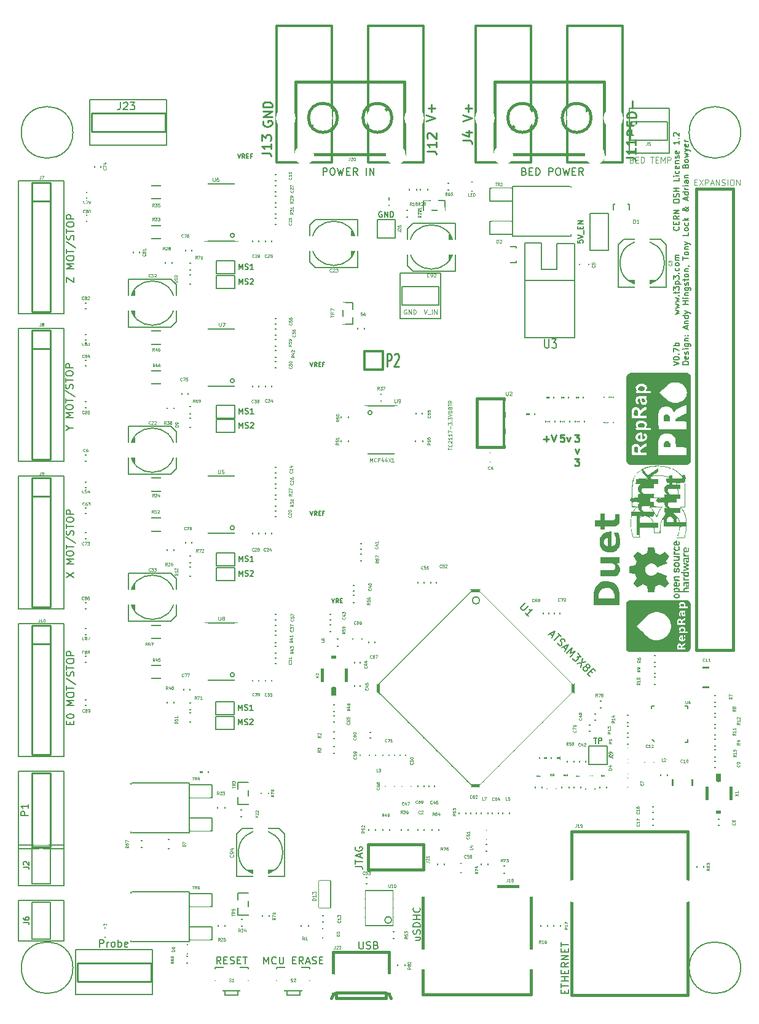
<source format=gto>
G04 (created by PCBNEW (2013-05-18 BZR 4017)-stable) date Mon 02 Mar 2015 17:18:28 GMT*
%MOIN*%
G04 Gerber Fmt 3.4, Leading zero omitted, Abs format*
%FSLAX34Y34*%
G01*
G70*
G90*
G04 APERTURE LIST*
%ADD10C,0.00590551*%
%ADD11C,0.00984252*%
%ADD12C,0.0069*%
%ADD13C,0.005*%
%ADD14C,0.015*%
%ADD15C,0.0079*%
%ADD16C,0.0039*%
%ADD17C,0.0059*%
%ADD18C,0.01*%
%ADD19C,0.006*%
%ADD20C,0.0098*%
%ADD21C,0.008*%
%ADD22C,0.0001*%
%ADD23C,0.012*%
%ADD24C,0.0125*%
%ADD25C,0.0049*%
%ADD26C,0.0043*%
%ADD27C,0.002*%
%ADD28C,0.0016*%
%ADD29C,0.0048*%
%ADD30C,0.001975*%
%ADD31C,0.0035*%
%ADD32C,0.00395*%
%ADD33C,0.004*%
%ADD34C,0.0044*%
%ADD35C,0.0047*%
%ADD36C,0.0028*%
%ADD37C,0.0024*%
%ADD38C,0.0107*%
%ADD39C,0.2169*%
%ADD40R,0.1342X0.0948*%
%ADD41O,0.0594X0.0692*%
%ADD42R,0.0357X0.0731*%
%ADD43O,0.0948X0.1027*%
%ADD44C,0.0535*%
%ADD45R,0.083X0.1381*%
%ADD46R,0.2483X0.2641*%
%ADD47R,0.0779X0.0365*%
%ADD48R,0.1381X0.1901*%
%ADD49R,0.0594X0.0436*%
%ADD50R,0.0436X0.0594*%
%ADD51R,0.1X0.164*%
%ADD52R,0.1X0.06*%
%ADD53R,0.1617X0.083*%
%ADD54R,0.083X0.1617*%
%ADD55R,0.0574X0.0594*%
%ADD56R,0.0594X0.0574*%
%ADD57R,0.0653X0.0909*%
%ADD58R,0.0653X0.0771*%
%ADD59R,0.0771X0.0653*%
%ADD60R,0.1106X0.0712*%
%ADD61R,0.2759X0.2523*%
%ADD62R,0.08X0.08*%
%ADD63C,0.08*%
%ADD64R,0.1342X0.0791*%
%ADD65R,0.0791X0.1342*%
%ADD66R,0.0594X0.0594*%
%ADD67C,0.0594*%
%ADD68R,0.0633X0.0987*%
%ADD69R,0.0633X0.0515*%
%ADD70R,0.0672X0.1066*%
%ADD71R,0.0672X0.0751*%
%ADD72R,0.083X0.0751*%
%ADD73R,0.0476X0.083*%
%ADD74R,0.07X0.045*%
%ADD75R,0.0298X0.0436*%
%ADD76R,0.0436X0.0298*%
%ADD77R,0.1499X0.1499*%
%ADD78R,0.12X0.1251*%
%ADD79R,0.07X0.05*%
%ADD80R,0.1251X0.12*%
%ADD81R,0.05X0.07*%
%ADD82C,0.1499*%
%ADD83C,0.12*%
%ADD84R,0.0672X0.0909*%
%ADD85C,0.0515*%
%ADD86C,0.1576*%
%ADD87R,0.029X0.054*%
%ADD88R,0.0987X0.0987*%
%ADD89C,0.1184*%
%ADD90C,0.1066*%
%ADD91R,0.075X0.075*%
%ADD92R,0.0593701X0.0593701*%
%ADD93R,0.0869291X0.043622*%
G04 APERTURE END LIST*
G54D10*
G54D11*
X31368Y30472D02*
X31612Y30472D01*
X31481Y30322D01*
X31537Y30322D01*
X31574Y30303D01*
X31593Y30284D01*
X31612Y30247D01*
X31612Y30153D01*
X31593Y30116D01*
X31574Y30097D01*
X31537Y30078D01*
X31425Y30078D01*
X31387Y30097D01*
X31368Y30116D01*
X31406Y29691D02*
X31500Y29429D01*
X31593Y29691D01*
X31368Y29173D02*
X31612Y29173D01*
X31481Y29023D01*
X31537Y29023D01*
X31574Y29004D01*
X31593Y28985D01*
X31612Y28948D01*
X31612Y28854D01*
X31593Y28816D01*
X31574Y28798D01*
X31537Y28779D01*
X31425Y28779D01*
X31387Y28798D01*
X31368Y28816D01*
X30793Y30472D02*
X30606Y30472D01*
X30587Y30284D01*
X30606Y30303D01*
X30643Y30322D01*
X30737Y30322D01*
X30775Y30303D01*
X30793Y30284D01*
X30812Y30247D01*
X30812Y30153D01*
X30793Y30116D01*
X30775Y30097D01*
X30737Y30078D01*
X30643Y30078D01*
X30606Y30097D01*
X30587Y30116D01*
X30943Y30341D02*
X31037Y30078D01*
X31131Y30341D01*
X29681Y30228D02*
X29981Y30228D01*
X29831Y30078D02*
X29831Y30378D01*
X30112Y30472D02*
X30243Y30078D01*
X30374Y30472D01*
G54D12*
X36719Y34223D02*
X37034Y34328D01*
X36719Y34433D01*
X36719Y34598D02*
X36719Y34628D01*
X36734Y34658D01*
X36749Y34673D01*
X36779Y34688D01*
X36839Y34703D01*
X36914Y34703D01*
X36974Y34688D01*
X37004Y34673D01*
X37019Y34658D01*
X37034Y34628D01*
X37034Y34598D01*
X37019Y34568D01*
X37004Y34553D01*
X36974Y34538D01*
X36914Y34523D01*
X36839Y34523D01*
X36779Y34538D01*
X36749Y34553D01*
X36734Y34568D01*
X36719Y34598D01*
X37004Y34838D02*
X37019Y34853D01*
X37034Y34838D01*
X37019Y34823D01*
X37004Y34838D01*
X37034Y34838D01*
X36719Y34958D02*
X36719Y35168D01*
X37034Y35033D01*
X37034Y35288D02*
X36719Y35288D01*
X36839Y35288D02*
X36824Y35318D01*
X36824Y35378D01*
X36839Y35408D01*
X36854Y35423D01*
X36884Y35438D01*
X36974Y35438D01*
X37004Y35423D01*
X37019Y35408D01*
X37034Y35378D01*
X37034Y35318D01*
X37019Y35288D01*
X36824Y36983D02*
X37034Y37043D01*
X36884Y37103D01*
X37034Y37163D01*
X36824Y37223D01*
X36824Y37313D02*
X37034Y37373D01*
X36884Y37433D01*
X37034Y37493D01*
X36824Y37553D01*
X36824Y37643D02*
X37034Y37703D01*
X36884Y37763D01*
X37034Y37823D01*
X36824Y37883D01*
X37004Y38003D02*
X37019Y38018D01*
X37034Y38003D01*
X37019Y37988D01*
X37004Y38003D01*
X37034Y38003D01*
X36824Y38108D02*
X36824Y38228D01*
X36719Y38153D02*
X36989Y38153D01*
X37019Y38168D01*
X37034Y38198D01*
X37034Y38228D01*
X36719Y38303D02*
X36719Y38498D01*
X36839Y38393D01*
X36839Y38438D01*
X36854Y38468D01*
X36869Y38483D01*
X36899Y38498D01*
X36974Y38498D01*
X37004Y38483D01*
X37019Y38468D01*
X37034Y38438D01*
X37034Y38348D01*
X37019Y38318D01*
X37004Y38303D01*
X36824Y38633D02*
X37139Y38633D01*
X36839Y38633D02*
X36824Y38663D01*
X36824Y38723D01*
X36839Y38753D01*
X36854Y38768D01*
X36884Y38783D01*
X36974Y38783D01*
X37004Y38768D01*
X37019Y38753D01*
X37034Y38723D01*
X37034Y38663D01*
X37019Y38633D01*
X36719Y38888D02*
X36719Y39083D01*
X36839Y38978D01*
X36839Y39023D01*
X36854Y39053D01*
X36869Y39068D01*
X36899Y39083D01*
X36974Y39083D01*
X37004Y39068D01*
X37019Y39053D01*
X37034Y39023D01*
X37034Y38933D01*
X37019Y38903D01*
X37004Y38888D01*
X37004Y39218D02*
X37019Y39233D01*
X37034Y39218D01*
X37019Y39203D01*
X37004Y39218D01*
X37034Y39218D01*
X37019Y39503D02*
X37034Y39473D01*
X37034Y39413D01*
X37019Y39383D01*
X37004Y39368D01*
X36974Y39353D01*
X36884Y39353D01*
X36854Y39368D01*
X36839Y39383D01*
X36824Y39413D01*
X36824Y39473D01*
X36839Y39503D01*
X37034Y39683D02*
X37019Y39653D01*
X37004Y39638D01*
X36974Y39623D01*
X36884Y39623D01*
X36854Y39638D01*
X36839Y39653D01*
X36824Y39683D01*
X36824Y39728D01*
X36839Y39758D01*
X36854Y39773D01*
X36884Y39788D01*
X36974Y39788D01*
X37004Y39773D01*
X37019Y39758D01*
X37034Y39728D01*
X37034Y39683D01*
X37034Y39923D02*
X36824Y39923D01*
X36854Y39923D02*
X36839Y39938D01*
X36824Y39968D01*
X36824Y40013D01*
X36839Y40043D01*
X36869Y40058D01*
X37034Y40058D01*
X36869Y40058D02*
X36839Y40073D01*
X36824Y40103D01*
X36824Y40148D01*
X36839Y40178D01*
X36869Y40193D01*
X37034Y40193D01*
X37004Y41723D02*
X37019Y41708D01*
X37034Y41663D01*
X37034Y41633D01*
X37019Y41588D01*
X36989Y41558D01*
X36959Y41543D01*
X36899Y41528D01*
X36854Y41528D01*
X36794Y41543D01*
X36764Y41558D01*
X36734Y41588D01*
X36719Y41633D01*
X36719Y41663D01*
X36734Y41708D01*
X36749Y41723D01*
X36869Y41858D02*
X36869Y41963D01*
X37034Y42008D02*
X37034Y41858D01*
X36719Y41858D01*
X36719Y42008D01*
X37034Y42323D02*
X36884Y42218D01*
X37034Y42143D02*
X36719Y42143D01*
X36719Y42263D01*
X36734Y42293D01*
X36749Y42308D01*
X36779Y42323D01*
X36824Y42323D01*
X36854Y42308D01*
X36869Y42293D01*
X36884Y42263D01*
X36884Y42143D01*
X37034Y42458D02*
X36719Y42458D01*
X37034Y42638D01*
X36719Y42638D01*
X36719Y43088D02*
X36719Y43148D01*
X36734Y43178D01*
X36764Y43208D01*
X36824Y43223D01*
X36929Y43223D01*
X36989Y43208D01*
X37019Y43178D01*
X37034Y43148D01*
X37034Y43088D01*
X37019Y43058D01*
X36989Y43028D01*
X36929Y43013D01*
X36824Y43013D01*
X36764Y43028D01*
X36734Y43058D01*
X36719Y43088D01*
X37019Y43343D02*
X37034Y43388D01*
X37034Y43463D01*
X37019Y43493D01*
X37004Y43508D01*
X36974Y43523D01*
X36944Y43523D01*
X36914Y43508D01*
X36899Y43493D01*
X36884Y43463D01*
X36869Y43403D01*
X36854Y43373D01*
X36839Y43358D01*
X36809Y43343D01*
X36779Y43343D01*
X36749Y43358D01*
X36734Y43373D01*
X36719Y43403D01*
X36719Y43478D01*
X36734Y43523D01*
X37034Y43658D02*
X36719Y43658D01*
X36869Y43658D02*
X36869Y43838D01*
X37034Y43838D02*
X36719Y43838D01*
X37034Y44378D02*
X37034Y44228D01*
X36719Y44228D01*
X37034Y44483D02*
X36824Y44483D01*
X36719Y44483D02*
X36734Y44468D01*
X36749Y44483D01*
X36734Y44498D01*
X36719Y44483D01*
X36749Y44483D01*
X37019Y44768D02*
X37034Y44738D01*
X37034Y44678D01*
X37019Y44648D01*
X37004Y44633D01*
X36974Y44618D01*
X36884Y44618D01*
X36854Y44633D01*
X36839Y44648D01*
X36824Y44678D01*
X36824Y44738D01*
X36839Y44768D01*
X37019Y45023D02*
X37034Y44993D01*
X37034Y44933D01*
X37019Y44903D01*
X36989Y44888D01*
X36869Y44888D01*
X36839Y44903D01*
X36824Y44933D01*
X36824Y44993D01*
X36839Y45023D01*
X36869Y45038D01*
X36899Y45038D01*
X36929Y44888D01*
X36824Y45173D02*
X37034Y45173D01*
X36854Y45173D02*
X36839Y45188D01*
X36824Y45218D01*
X36824Y45263D01*
X36839Y45293D01*
X36869Y45308D01*
X37034Y45308D01*
X37019Y45443D02*
X37034Y45473D01*
X37034Y45533D01*
X37019Y45563D01*
X36989Y45578D01*
X36974Y45578D01*
X36944Y45563D01*
X36929Y45533D01*
X36929Y45488D01*
X36914Y45458D01*
X36884Y45443D01*
X36869Y45443D01*
X36839Y45458D01*
X36824Y45488D01*
X36824Y45533D01*
X36839Y45563D01*
X37019Y45833D02*
X37034Y45803D01*
X37034Y45743D01*
X37019Y45713D01*
X36989Y45698D01*
X36869Y45698D01*
X36839Y45713D01*
X36824Y45743D01*
X36824Y45803D01*
X36839Y45833D01*
X36869Y45848D01*
X36899Y45848D01*
X36929Y45698D01*
X37034Y46388D02*
X37034Y46208D01*
X37034Y46298D02*
X36719Y46298D01*
X36764Y46268D01*
X36794Y46238D01*
X36809Y46208D01*
X37004Y46523D02*
X37019Y46538D01*
X37034Y46523D01*
X37019Y46508D01*
X37004Y46523D01*
X37034Y46523D01*
X36749Y46658D02*
X36734Y46673D01*
X36719Y46703D01*
X36719Y46778D01*
X36734Y46808D01*
X36749Y46823D01*
X36779Y46838D01*
X36809Y46838D01*
X36854Y46823D01*
X37034Y46643D01*
X37034Y46838D01*
X37544Y34268D02*
X37229Y34268D01*
X37229Y34343D01*
X37244Y34388D01*
X37274Y34418D01*
X37304Y34433D01*
X37364Y34448D01*
X37409Y34448D01*
X37469Y34433D01*
X37499Y34418D01*
X37529Y34388D01*
X37544Y34343D01*
X37544Y34268D01*
X37529Y34703D02*
X37544Y34673D01*
X37544Y34613D01*
X37529Y34583D01*
X37499Y34568D01*
X37379Y34568D01*
X37349Y34583D01*
X37334Y34613D01*
X37334Y34673D01*
X37349Y34703D01*
X37379Y34718D01*
X37409Y34718D01*
X37439Y34568D01*
X37529Y34838D02*
X37544Y34868D01*
X37544Y34928D01*
X37529Y34958D01*
X37499Y34973D01*
X37484Y34973D01*
X37454Y34958D01*
X37439Y34928D01*
X37439Y34883D01*
X37424Y34853D01*
X37394Y34838D01*
X37379Y34838D01*
X37349Y34853D01*
X37334Y34883D01*
X37334Y34928D01*
X37349Y34958D01*
X37544Y35108D02*
X37334Y35108D01*
X37229Y35108D02*
X37244Y35093D01*
X37259Y35108D01*
X37244Y35123D01*
X37229Y35108D01*
X37259Y35108D01*
X37334Y35393D02*
X37589Y35393D01*
X37619Y35378D01*
X37634Y35363D01*
X37649Y35333D01*
X37649Y35288D01*
X37634Y35258D01*
X37529Y35393D02*
X37544Y35363D01*
X37544Y35303D01*
X37529Y35273D01*
X37514Y35258D01*
X37484Y35243D01*
X37394Y35243D01*
X37364Y35258D01*
X37349Y35273D01*
X37334Y35303D01*
X37334Y35363D01*
X37349Y35393D01*
X37334Y35543D02*
X37544Y35543D01*
X37364Y35543D02*
X37349Y35558D01*
X37334Y35588D01*
X37334Y35633D01*
X37349Y35663D01*
X37379Y35678D01*
X37544Y35678D01*
X37514Y35828D02*
X37529Y35843D01*
X37544Y35828D01*
X37529Y35813D01*
X37514Y35828D01*
X37544Y35828D01*
X37349Y35828D02*
X37364Y35843D01*
X37379Y35828D01*
X37364Y35813D01*
X37349Y35828D01*
X37379Y35828D01*
X37454Y36203D02*
X37454Y36353D01*
X37544Y36173D02*
X37229Y36278D01*
X37544Y36383D01*
X37334Y36488D02*
X37544Y36488D01*
X37364Y36488D02*
X37349Y36503D01*
X37334Y36533D01*
X37334Y36578D01*
X37349Y36608D01*
X37379Y36623D01*
X37544Y36623D01*
X37544Y36908D02*
X37229Y36908D01*
X37529Y36908D02*
X37544Y36878D01*
X37544Y36818D01*
X37529Y36788D01*
X37514Y36773D01*
X37484Y36758D01*
X37394Y36758D01*
X37364Y36773D01*
X37349Y36788D01*
X37334Y36818D01*
X37334Y36878D01*
X37349Y36908D01*
X37334Y37028D02*
X37544Y37103D01*
X37334Y37178D02*
X37544Y37103D01*
X37619Y37073D01*
X37634Y37058D01*
X37649Y37028D01*
X37544Y37538D02*
X37229Y37538D01*
X37379Y37538D02*
X37379Y37718D01*
X37544Y37718D02*
X37229Y37718D01*
X37544Y37868D02*
X37334Y37868D01*
X37229Y37868D02*
X37244Y37853D01*
X37259Y37868D01*
X37244Y37883D01*
X37229Y37868D01*
X37259Y37868D01*
X37334Y38018D02*
X37544Y38018D01*
X37364Y38018D02*
X37349Y38033D01*
X37334Y38063D01*
X37334Y38108D01*
X37349Y38138D01*
X37379Y38153D01*
X37544Y38153D01*
X37334Y38438D02*
X37589Y38438D01*
X37619Y38423D01*
X37634Y38408D01*
X37649Y38378D01*
X37649Y38333D01*
X37634Y38303D01*
X37529Y38438D02*
X37544Y38408D01*
X37544Y38348D01*
X37529Y38318D01*
X37514Y38303D01*
X37484Y38288D01*
X37394Y38288D01*
X37364Y38303D01*
X37349Y38318D01*
X37334Y38348D01*
X37334Y38408D01*
X37349Y38438D01*
X37529Y38573D02*
X37544Y38603D01*
X37544Y38663D01*
X37529Y38693D01*
X37499Y38708D01*
X37484Y38708D01*
X37454Y38693D01*
X37439Y38663D01*
X37439Y38618D01*
X37424Y38588D01*
X37394Y38573D01*
X37379Y38573D01*
X37349Y38588D01*
X37334Y38618D01*
X37334Y38663D01*
X37349Y38693D01*
X37334Y38798D02*
X37334Y38918D01*
X37229Y38843D02*
X37499Y38843D01*
X37529Y38858D01*
X37544Y38888D01*
X37544Y38918D01*
X37544Y39068D02*
X37529Y39038D01*
X37514Y39023D01*
X37484Y39008D01*
X37394Y39008D01*
X37364Y39023D01*
X37349Y39038D01*
X37334Y39068D01*
X37334Y39113D01*
X37349Y39143D01*
X37364Y39158D01*
X37394Y39173D01*
X37484Y39173D01*
X37514Y39158D01*
X37529Y39143D01*
X37544Y39113D01*
X37544Y39068D01*
X37334Y39308D02*
X37544Y39308D01*
X37364Y39308D02*
X37349Y39323D01*
X37334Y39353D01*
X37334Y39398D01*
X37349Y39428D01*
X37379Y39443D01*
X37544Y39443D01*
X37529Y39608D02*
X37544Y39608D01*
X37574Y39593D01*
X37589Y39578D01*
X37229Y39938D02*
X37229Y40118D01*
X37544Y40028D02*
X37229Y40028D01*
X37544Y40268D02*
X37529Y40238D01*
X37514Y40223D01*
X37484Y40208D01*
X37394Y40208D01*
X37364Y40223D01*
X37349Y40238D01*
X37334Y40268D01*
X37334Y40313D01*
X37349Y40343D01*
X37364Y40358D01*
X37394Y40373D01*
X37484Y40373D01*
X37514Y40358D01*
X37529Y40343D01*
X37544Y40313D01*
X37544Y40268D01*
X37334Y40508D02*
X37544Y40508D01*
X37364Y40508D02*
X37349Y40523D01*
X37334Y40553D01*
X37334Y40598D01*
X37349Y40628D01*
X37379Y40643D01*
X37544Y40643D01*
X37334Y40763D02*
X37544Y40838D01*
X37334Y40913D02*
X37544Y40838D01*
X37619Y40808D01*
X37634Y40793D01*
X37649Y40763D01*
X37544Y41423D02*
X37544Y41273D01*
X37229Y41273D01*
X37544Y41573D02*
X37529Y41543D01*
X37514Y41528D01*
X37484Y41513D01*
X37394Y41513D01*
X37364Y41528D01*
X37349Y41543D01*
X37334Y41573D01*
X37334Y41618D01*
X37349Y41648D01*
X37364Y41663D01*
X37394Y41678D01*
X37484Y41678D01*
X37514Y41663D01*
X37529Y41648D01*
X37544Y41618D01*
X37544Y41573D01*
X37529Y41948D02*
X37544Y41918D01*
X37544Y41858D01*
X37529Y41828D01*
X37514Y41813D01*
X37484Y41798D01*
X37394Y41798D01*
X37364Y41813D01*
X37349Y41828D01*
X37334Y41858D01*
X37334Y41918D01*
X37349Y41948D01*
X37544Y42083D02*
X37229Y42083D01*
X37424Y42113D02*
X37544Y42203D01*
X37334Y42203D02*
X37454Y42083D01*
X37544Y42833D02*
X37544Y42818D01*
X37529Y42788D01*
X37484Y42743D01*
X37394Y42668D01*
X37349Y42638D01*
X37304Y42623D01*
X37274Y42623D01*
X37244Y42638D01*
X37229Y42668D01*
X37229Y42683D01*
X37244Y42713D01*
X37274Y42728D01*
X37289Y42728D01*
X37319Y42713D01*
X37334Y42698D01*
X37394Y42608D01*
X37409Y42593D01*
X37439Y42578D01*
X37484Y42578D01*
X37514Y42593D01*
X37529Y42608D01*
X37544Y42638D01*
X37544Y42683D01*
X37529Y42713D01*
X37514Y42728D01*
X37454Y42773D01*
X37409Y42788D01*
X37379Y42788D01*
X37454Y43193D02*
X37454Y43343D01*
X37544Y43163D02*
X37229Y43268D01*
X37544Y43373D01*
X37544Y43613D02*
X37229Y43613D01*
X37529Y43613D02*
X37544Y43583D01*
X37544Y43523D01*
X37529Y43493D01*
X37514Y43478D01*
X37484Y43463D01*
X37394Y43463D01*
X37364Y43478D01*
X37349Y43493D01*
X37334Y43523D01*
X37334Y43583D01*
X37349Y43613D01*
X37544Y43763D02*
X37334Y43763D01*
X37394Y43763D02*
X37364Y43778D01*
X37349Y43793D01*
X37334Y43823D01*
X37334Y43853D01*
X37544Y43958D02*
X37334Y43958D01*
X37229Y43958D02*
X37244Y43943D01*
X37259Y43958D01*
X37244Y43973D01*
X37229Y43958D01*
X37259Y43958D01*
X37544Y44243D02*
X37379Y44243D01*
X37349Y44228D01*
X37334Y44198D01*
X37334Y44138D01*
X37349Y44108D01*
X37529Y44243D02*
X37544Y44213D01*
X37544Y44138D01*
X37529Y44108D01*
X37499Y44093D01*
X37469Y44093D01*
X37439Y44108D01*
X37424Y44138D01*
X37424Y44213D01*
X37409Y44243D01*
X37334Y44393D02*
X37544Y44393D01*
X37364Y44393D02*
X37349Y44408D01*
X37334Y44438D01*
X37334Y44483D01*
X37349Y44513D01*
X37379Y44528D01*
X37544Y44528D01*
X37379Y45023D02*
X37394Y45068D01*
X37409Y45083D01*
X37439Y45098D01*
X37484Y45098D01*
X37514Y45083D01*
X37529Y45068D01*
X37544Y45038D01*
X37544Y44918D01*
X37229Y44918D01*
X37229Y45023D01*
X37244Y45053D01*
X37259Y45068D01*
X37289Y45083D01*
X37319Y45083D01*
X37349Y45068D01*
X37364Y45053D01*
X37379Y45023D01*
X37379Y44918D01*
X37544Y45278D02*
X37529Y45248D01*
X37514Y45233D01*
X37484Y45218D01*
X37394Y45218D01*
X37364Y45233D01*
X37349Y45248D01*
X37334Y45278D01*
X37334Y45323D01*
X37349Y45353D01*
X37364Y45368D01*
X37394Y45383D01*
X37484Y45383D01*
X37514Y45368D01*
X37529Y45353D01*
X37544Y45323D01*
X37544Y45278D01*
X37334Y45488D02*
X37544Y45548D01*
X37394Y45608D01*
X37544Y45668D01*
X37334Y45728D01*
X37334Y45818D02*
X37544Y45893D01*
X37334Y45968D02*
X37544Y45893D01*
X37619Y45863D01*
X37634Y45848D01*
X37649Y45818D01*
X37529Y46208D02*
X37544Y46178D01*
X37544Y46118D01*
X37529Y46088D01*
X37499Y46073D01*
X37379Y46073D01*
X37349Y46088D01*
X37334Y46118D01*
X37334Y46178D01*
X37349Y46208D01*
X37379Y46223D01*
X37409Y46223D01*
X37439Y46073D01*
X37544Y46358D02*
X37334Y46358D01*
X37394Y46358D02*
X37364Y46373D01*
X37349Y46388D01*
X37334Y46418D01*
X37334Y46448D01*
G54D13*
X4154Y1575D02*
G75*
G03X4154Y1575I-1400J0D01*
G74*
G01*
G54D14*
X21277Y196D02*
X21395Y-79D01*
X18285Y196D02*
X18167Y-79D01*
X18275Y236D02*
X18275Y2401D01*
X21287Y236D02*
X21287Y2401D01*
X21139Y-59D02*
X21139Y196D01*
X18423Y-59D02*
X18423Y196D01*
X21139Y-63D02*
X18423Y-63D01*
X18275Y2409D02*
X21287Y2409D01*
X21287Y228D02*
X18275Y228D01*
G54D13*
X31360Y38823D02*
X31360Y40835D01*
X28655Y35713D02*
X28655Y38827D01*
X28655Y38827D02*
X28655Y40859D01*
X28655Y40859D02*
X29577Y40859D01*
X29577Y40859D02*
X29577Y39438D01*
X29577Y39438D02*
X30411Y39438D01*
X30411Y39438D02*
X30411Y40835D01*
X30411Y40835D02*
X31336Y40835D01*
X31336Y40835D02*
X31344Y40835D01*
X28660Y38825D02*
X31360Y38825D01*
X31364Y38818D02*
X31364Y35718D01*
X31359Y35719D02*
X28659Y35719D01*
X11301Y36193D02*
X11301Y33093D01*
X11301Y33093D02*
X13101Y33093D01*
X13101Y33093D02*
X13101Y36193D01*
X13101Y36193D02*
X11301Y36193D01*
X12912Y33393D02*
G75*
G03X12912Y33393I-111J0D01*
G74*
G01*
X11300Y28220D02*
X11300Y25120D01*
X11300Y25120D02*
X13100Y25120D01*
X13100Y25120D02*
X13100Y28220D01*
X13100Y28220D02*
X11300Y28220D01*
X12911Y25420D02*
G75*
G03X12911Y25420I-111J0D01*
G74*
G01*
X11300Y20249D02*
X11300Y17149D01*
X11300Y17149D02*
X13100Y17149D01*
X13100Y17149D02*
X13100Y20249D01*
X13100Y20249D02*
X11300Y20249D01*
X12911Y17449D02*
G75*
G03X12911Y17449I-111J0D01*
G74*
G01*
X11302Y44069D02*
X11302Y40969D01*
X11302Y40969D02*
X13102Y40969D01*
X13102Y40969D02*
X13102Y44069D01*
X13102Y44069D02*
X11302Y44069D01*
X12913Y41269D02*
G75*
G03X12913Y41269I-111J0D01*
G74*
G01*
X21764Y29409D02*
X21764Y32009D01*
X21764Y32009D02*
X19964Y32009D01*
X19964Y32009D02*
X19964Y29409D01*
X19964Y29409D02*
X21764Y29409D01*
X20375Y31659D02*
G75*
G03X20375Y31659I-111J0D01*
G74*
G01*
X13659Y5395D02*
X13919Y5395D01*
X13659Y4645D02*
X13919Y4645D01*
X13109Y5020D02*
X12849Y5020D01*
X13109Y4430D02*
X13109Y5610D01*
X13109Y5610D02*
X13659Y5610D01*
X13659Y5610D02*
X13659Y4430D01*
X13659Y4430D02*
X13109Y4430D01*
X13659Y11399D02*
X13919Y11399D01*
X13659Y10649D02*
X13919Y10649D01*
X13109Y11024D02*
X12849Y11024D01*
X13109Y10434D02*
X13109Y11614D01*
X13109Y11614D02*
X13659Y11614D01*
X13659Y11614D02*
X13659Y10434D01*
X13659Y10434D02*
X13109Y10434D01*
X24133Y42619D02*
X24133Y42359D01*
X23383Y42619D02*
X23383Y42359D01*
X23758Y43169D02*
X23758Y43429D01*
X23168Y43169D02*
X24348Y43169D01*
X24348Y43169D02*
X24348Y42619D01*
X24348Y42619D02*
X23168Y42619D01*
X23168Y42619D02*
X23168Y43169D01*
G54D14*
X26081Y30515D02*
X25352Y30515D01*
X25352Y30515D02*
X25352Y31697D01*
X25352Y31697D02*
X26081Y31697D01*
X27537Y32012D02*
X28266Y32012D01*
X27537Y31106D02*
X28266Y31106D01*
X27537Y30200D02*
X28266Y30200D01*
X26081Y29787D02*
X26081Y32425D01*
X26081Y32425D02*
X27537Y32425D01*
X27537Y32425D02*
X27537Y29787D01*
X27537Y29787D02*
X26081Y29787D01*
G54D13*
X19450Y40538D02*
X19450Y41138D01*
X19400Y41288D02*
X19400Y40388D01*
X19350Y40288D02*
X19350Y41388D01*
X19300Y41488D02*
X19300Y40188D01*
X19250Y40138D02*
X19250Y41538D01*
X19500Y40838D02*
G75*
G03X19500Y40838I-1200J0D01*
G74*
G01*
X19600Y39538D02*
X19600Y42138D01*
X19600Y42138D02*
X17300Y42138D01*
X17300Y42138D02*
X17000Y41838D01*
X17000Y41838D02*
X17000Y39838D01*
X17000Y39838D02*
X17300Y39538D01*
X17300Y39538D02*
X19600Y39538D01*
X17450Y40838D02*
X17750Y40838D01*
X17600Y40688D02*
X17600Y40988D01*
X7313Y21954D02*
X7313Y21354D01*
X7363Y21204D02*
X7363Y22104D01*
X7413Y22204D02*
X7413Y21104D01*
X7463Y21004D02*
X7463Y22304D01*
X7513Y22354D02*
X7513Y20954D01*
X9663Y21654D02*
G75*
G03X9663Y21654I-1200J0D01*
G74*
G01*
X7163Y22954D02*
X7163Y20354D01*
X7163Y20354D02*
X9463Y20354D01*
X9463Y20354D02*
X9763Y20654D01*
X9763Y20654D02*
X9763Y22654D01*
X9763Y22654D02*
X9463Y22954D01*
X9463Y22954D02*
X7163Y22954D01*
X9313Y21654D02*
X9013Y21654D01*
X9163Y21804D02*
X9163Y21504D01*
X7313Y37898D02*
X7313Y37298D01*
X7363Y37148D02*
X7363Y38048D01*
X7413Y38148D02*
X7413Y37048D01*
X7463Y36948D02*
X7463Y38248D01*
X7513Y38298D02*
X7513Y36898D01*
X9663Y37598D02*
G75*
G03X9663Y37598I-1200J0D01*
G74*
G01*
X7163Y38898D02*
X7163Y36298D01*
X7163Y36298D02*
X9463Y36298D01*
X9463Y36298D02*
X9763Y36598D01*
X9763Y36598D02*
X9763Y38598D01*
X9763Y38598D02*
X9463Y38898D01*
X9463Y38898D02*
X7163Y38898D01*
X9313Y37598D02*
X9013Y37598D01*
X9163Y37748D02*
X9163Y37448D01*
X7313Y29926D02*
X7313Y29326D01*
X7363Y29176D02*
X7363Y30076D01*
X7413Y30176D02*
X7413Y29076D01*
X7463Y28976D02*
X7463Y30276D01*
X7513Y30326D02*
X7513Y28926D01*
X9663Y29626D02*
G75*
G03X9663Y29626I-1200J0D01*
G74*
G01*
X7163Y30926D02*
X7163Y28326D01*
X7163Y28326D02*
X9463Y28326D01*
X9463Y28326D02*
X9763Y28626D01*
X9763Y28626D02*
X9763Y30626D01*
X9763Y30626D02*
X9463Y30926D01*
X9463Y30926D02*
X7163Y30926D01*
X9313Y29626D02*
X9013Y29626D01*
X9163Y29776D02*
X9163Y29476D01*
X34729Y38622D02*
X35329Y38622D01*
X35479Y38672D02*
X34579Y38672D01*
X34479Y38722D02*
X35579Y38722D01*
X35679Y38772D02*
X34379Y38772D01*
X34329Y38822D02*
X35729Y38822D01*
X36229Y39772D02*
G75*
G03X36229Y39772I-1200J0D01*
G74*
G01*
X33729Y38472D02*
X36329Y38472D01*
X36329Y38472D02*
X36329Y40772D01*
X36329Y40772D02*
X36029Y41072D01*
X36029Y41072D02*
X34029Y41072D01*
X34029Y41072D02*
X33729Y40772D01*
X33729Y40772D02*
X33729Y38472D01*
X35029Y40622D02*
X35029Y40322D01*
X34879Y40472D02*
X35179Y40472D01*
G54D15*
X35382Y18494D02*
X36070Y18494D01*
X36070Y18494D02*
X36070Y18120D01*
X36070Y18120D02*
X35382Y18120D01*
X35382Y18120D02*
X35382Y18494D01*
X39317Y15955D02*
X38629Y15955D01*
X38629Y15955D02*
X38629Y16329D01*
X38629Y16329D02*
X39317Y16329D01*
X39317Y16329D02*
X39317Y15955D01*
X39317Y15364D02*
X38629Y15364D01*
X38629Y15364D02*
X38629Y15738D01*
X38629Y15738D02*
X39317Y15738D01*
X39317Y15738D02*
X39317Y15364D01*
X35382Y17904D02*
X36070Y17904D01*
X36070Y17904D02*
X36070Y17530D01*
X36070Y17530D02*
X35382Y17530D01*
X35382Y17530D02*
X35382Y17904D01*
X35382Y17313D02*
X36070Y17313D01*
X36070Y17313D02*
X36070Y16939D01*
X36070Y16939D02*
X35382Y16939D01*
X35382Y16939D02*
X35382Y17313D01*
X39317Y14183D02*
X38629Y14183D01*
X38629Y14183D02*
X38629Y14557D01*
X38629Y14557D02*
X39317Y14557D01*
X39317Y14557D02*
X39317Y14183D01*
X39317Y14774D02*
X38629Y14774D01*
X38629Y14774D02*
X38629Y15148D01*
X38629Y15148D02*
X39317Y15148D01*
X39317Y15148D02*
X39317Y14774D01*
X33905Y14656D02*
X34593Y14656D01*
X34593Y14656D02*
X34593Y14282D01*
X34593Y14282D02*
X33905Y14282D01*
X33905Y14282D02*
X33905Y14656D01*
X33905Y15246D02*
X34593Y15246D01*
X34593Y15246D02*
X34593Y14872D01*
X34593Y14872D02*
X33905Y14872D01*
X33905Y14872D02*
X33905Y15246D01*
X38629Y13376D02*
X39317Y13376D01*
X39317Y13376D02*
X39317Y13002D01*
X39317Y13002D02*
X38629Y13002D01*
X38629Y13002D02*
X38629Y13376D01*
X22413Y43394D02*
X22413Y44082D01*
X22413Y44082D02*
X22787Y44082D01*
X22787Y44082D02*
X22787Y43394D01*
X22787Y43394D02*
X22413Y43394D01*
X23013Y43394D02*
X23013Y44082D01*
X23013Y44082D02*
X23387Y44082D01*
X23387Y44082D02*
X23387Y43394D01*
X23387Y43394D02*
X23013Y43394D01*
X12015Y9892D02*
X12015Y10580D01*
X12015Y10580D02*
X12389Y10580D01*
X12389Y10580D02*
X12389Y9892D01*
X12389Y9892D02*
X12015Y9892D01*
X18709Y29774D02*
X18709Y30462D01*
X18709Y30462D02*
X19083Y30462D01*
X19083Y30462D02*
X19083Y29774D01*
X19083Y29774D02*
X18709Y29774D01*
X20559Y9399D02*
X20559Y8711D01*
X20559Y8711D02*
X20185Y8711D01*
X20185Y8711D02*
X20185Y9399D01*
X20185Y9399D02*
X20559Y9399D01*
X20125Y23632D02*
X19437Y23632D01*
X19437Y23632D02*
X19437Y24006D01*
X19437Y24006D02*
X20125Y24006D01*
X20125Y24006D02*
X20125Y23632D01*
X16544Y3495D02*
X16544Y4183D01*
X16544Y4183D02*
X16918Y4183D01*
X16918Y4183D02*
X16918Y3495D01*
X16918Y3495D02*
X16544Y3495D01*
X17961Y14360D02*
X18649Y14360D01*
X18649Y14360D02*
X18649Y13986D01*
X18649Y13986D02*
X17961Y13986D01*
X17961Y13986D02*
X17961Y14360D01*
X17961Y13573D02*
X18649Y13573D01*
X18649Y13573D02*
X18649Y13199D01*
X18649Y13199D02*
X17961Y13199D01*
X17961Y13199D02*
X17961Y13573D01*
X39318Y13593D02*
X38630Y13593D01*
X38630Y13593D02*
X38630Y13967D01*
X38630Y13967D02*
X39318Y13967D01*
X39318Y13967D02*
X39318Y13593D01*
X33905Y14065D02*
X34593Y14065D01*
X34593Y14065D02*
X34593Y13691D01*
X34593Y13691D02*
X33905Y13691D01*
X33905Y13691D02*
X33905Y14065D01*
X29909Y4183D02*
X29909Y3495D01*
X29909Y3495D02*
X29535Y3495D01*
X29535Y3495D02*
X29535Y4183D01*
X29535Y4183D02*
X29909Y4183D01*
X30224Y3495D02*
X30224Y4183D01*
X30224Y4183D02*
X30598Y4183D01*
X30598Y4183D02*
X30598Y3495D01*
X30598Y3495D02*
X30224Y3495D01*
X13630Y9755D02*
X12942Y9755D01*
X12942Y9755D02*
X12942Y10129D01*
X12942Y10129D02*
X13630Y10129D01*
X13630Y10129D02*
X13630Y9755D01*
X13669Y3829D02*
X12981Y3829D01*
X12981Y3829D02*
X12981Y4203D01*
X12981Y4203D02*
X13669Y4203D01*
X13669Y4203D02*
X13669Y3829D01*
X12409Y4183D02*
X12409Y3495D01*
X12409Y3495D02*
X12035Y3495D01*
X12035Y3495D02*
X12035Y4183D01*
X12035Y4183D02*
X12409Y4183D01*
X19083Y31742D02*
X19083Y31054D01*
X19083Y31054D02*
X18709Y31054D01*
X18709Y31054D02*
X18709Y31742D01*
X18709Y31742D02*
X19083Y31742D01*
X19732Y21368D02*
X19044Y21368D01*
X19044Y21368D02*
X19044Y21742D01*
X19044Y21742D02*
X19732Y21742D01*
X19732Y21742D02*
X19732Y21368D01*
X30972Y12412D02*
X30972Y13100D01*
X30972Y13100D02*
X31346Y13100D01*
X31346Y13100D02*
X31346Y12412D01*
X31346Y12412D02*
X30972Y12412D01*
X18452Y19793D02*
X17764Y19793D01*
X17764Y19793D02*
X17764Y20167D01*
X17764Y20167D02*
X18452Y20167D01*
X18452Y20167D02*
X18452Y19793D01*
G54D13*
X38951Y9609D02*
X38951Y9289D01*
X39391Y9299D02*
X39391Y9609D01*
X39491Y9289D02*
X38851Y9289D01*
X38851Y9289D02*
X38851Y9609D01*
X38851Y9609D02*
X39491Y9609D01*
X39491Y9609D02*
X39491Y9289D01*
X39194Y12438D02*
X39194Y12758D01*
X38754Y12748D02*
X38754Y12438D01*
X38654Y12758D02*
X39294Y12758D01*
X39294Y12758D02*
X39294Y12438D01*
X39294Y12438D02*
X38654Y12438D01*
X38654Y12438D02*
X38654Y12758D01*
X35408Y10298D02*
X35408Y9978D01*
X35848Y9988D02*
X35848Y10298D01*
X35948Y9978D02*
X35308Y9978D01*
X35308Y9978D02*
X35308Y10298D01*
X35308Y10298D02*
X35948Y10298D01*
X35948Y10298D02*
X35948Y9978D01*
X35408Y9609D02*
X35408Y9289D01*
X35848Y9299D02*
X35848Y9609D01*
X35948Y9289D02*
X35308Y9289D01*
X35308Y9289D02*
X35308Y9609D01*
X35308Y9609D02*
X35948Y9609D01*
X35948Y9609D02*
X35948Y9289D01*
X19608Y21986D02*
X19608Y22306D01*
X19168Y22296D02*
X19168Y21986D01*
X19068Y22306D02*
X19708Y22306D01*
X19708Y22306D02*
X19708Y21986D01*
X19708Y21986D02*
X19068Y21986D01*
X19068Y21986D02*
X19068Y22306D01*
X20001Y24249D02*
X20001Y24569D01*
X19561Y24559D02*
X19561Y24249D01*
X19461Y24569D02*
X20101Y24569D01*
X20101Y24569D02*
X20101Y24249D01*
X20101Y24249D02*
X19461Y24249D01*
X19461Y24249D02*
X19461Y24569D01*
X31629Y12536D02*
X31949Y12536D01*
X31939Y12976D02*
X31629Y12976D01*
X31949Y13076D02*
X31949Y12436D01*
X31949Y12436D02*
X31629Y12436D01*
X31629Y12436D02*
X31629Y13076D01*
X31629Y13076D02*
X31949Y13076D01*
X18328Y20411D02*
X18328Y20731D01*
X17888Y20721D02*
X17888Y20411D01*
X17788Y20731D02*
X18428Y20731D01*
X18428Y20731D02*
X18428Y20411D01*
X18428Y20411D02*
X17788Y20411D01*
X17788Y20411D02*
X17788Y20731D01*
G54D15*
X9260Y31546D02*
X9260Y32234D01*
X9260Y32234D02*
X9634Y32234D01*
X9634Y32234D02*
X9634Y31546D01*
X9634Y31546D02*
X9260Y31546D01*
X15499Y35246D02*
X14811Y35246D01*
X14811Y35246D02*
X14811Y35620D01*
X14811Y35620D02*
X15499Y35620D01*
X15499Y35620D02*
X15499Y35246D01*
X14812Y35026D02*
X15500Y35026D01*
X15500Y35026D02*
X15500Y34652D01*
X15500Y34652D02*
X14812Y34652D01*
X14812Y34652D02*
X14812Y35026D01*
X18649Y15463D02*
X17961Y15463D01*
X17961Y15463D02*
X17961Y15837D01*
X17961Y15837D02*
X18649Y15837D01*
X18649Y15837D02*
X18649Y15463D01*
G54D13*
X14935Y34412D02*
X14935Y34092D01*
X15375Y34102D02*
X15375Y34412D01*
X15475Y34092D02*
X14835Y34092D01*
X14835Y34092D02*
X14835Y34412D01*
X14835Y34412D02*
X15475Y34412D01*
X15475Y34412D02*
X15475Y34092D01*
X14922Y33287D02*
X14602Y33287D01*
X14612Y32847D02*
X14922Y32847D01*
X14602Y32747D02*
X14602Y33387D01*
X14602Y33387D02*
X14922Y33387D01*
X14922Y33387D02*
X14922Y32747D01*
X14922Y32747D02*
X14602Y32747D01*
X14935Y36184D02*
X14935Y35864D01*
X15375Y35874D02*
X15375Y36184D01*
X15475Y35864D02*
X14835Y35864D01*
X14835Y35864D02*
X14835Y36184D01*
X14835Y36184D02*
X15475Y36184D01*
X15475Y36184D02*
X15475Y35864D01*
X13913Y32847D02*
X14233Y32847D01*
X14223Y33287D02*
X13913Y33287D01*
X14233Y33387D02*
X14233Y32747D01*
X14233Y32747D02*
X13913Y32747D01*
X13913Y32747D02*
X13913Y33387D01*
X13913Y33387D02*
X14233Y33387D01*
G54D15*
X9260Y15601D02*
X9260Y16289D01*
X9260Y16289D02*
X9634Y16289D01*
X9634Y16289D02*
X9634Y15601D01*
X9634Y15601D02*
X9260Y15601D01*
X15499Y19203D02*
X14811Y19203D01*
X14811Y19203D02*
X14811Y19577D01*
X14811Y19577D02*
X15499Y19577D01*
X15499Y19577D02*
X15499Y19203D01*
X14810Y18983D02*
X15498Y18983D01*
X15498Y18983D02*
X15498Y18609D01*
X15498Y18609D02*
X14810Y18609D01*
X14810Y18609D02*
X14810Y18983D01*
X21346Y9399D02*
X21346Y8711D01*
X21346Y8711D02*
X20972Y8711D01*
X20972Y8711D02*
X20972Y9399D01*
X20972Y9399D02*
X21346Y9399D01*
G54D13*
X14935Y18369D02*
X14935Y18049D01*
X15375Y18059D02*
X15375Y18369D01*
X15475Y18049D02*
X14835Y18049D01*
X14835Y18049D02*
X14835Y18369D01*
X14835Y18369D02*
X15475Y18369D01*
X15475Y18369D02*
X15475Y18049D01*
X14920Y17343D02*
X14600Y17343D01*
X14610Y16903D02*
X14920Y16903D01*
X14600Y16803D02*
X14600Y17443D01*
X14600Y17443D02*
X14920Y17443D01*
X14920Y17443D02*
X14920Y16803D01*
X14920Y16803D02*
X14600Y16803D01*
X14935Y20140D02*
X14935Y19820D01*
X15375Y19830D02*
X15375Y20140D01*
X15475Y19820D02*
X14835Y19820D01*
X14835Y19820D02*
X14835Y20140D01*
X14835Y20140D02*
X15475Y20140D01*
X15475Y20140D02*
X15475Y19820D01*
X13911Y16903D02*
X14231Y16903D01*
X14221Y17343D02*
X13911Y17343D01*
X14231Y17443D02*
X14231Y16803D01*
X14231Y16803D02*
X13911Y16803D01*
X13911Y16803D02*
X13911Y17443D01*
X13911Y17443D02*
X14231Y17443D01*
G54D15*
X9161Y39420D02*
X9161Y40108D01*
X9161Y40108D02*
X9535Y40108D01*
X9535Y40108D02*
X9535Y39420D01*
X9535Y39420D02*
X9161Y39420D01*
X15499Y43022D02*
X14811Y43022D01*
X14811Y43022D02*
X14811Y43396D01*
X14811Y43396D02*
X15499Y43396D01*
X15499Y43396D02*
X15499Y43022D01*
X14813Y42804D02*
X15501Y42804D01*
X15501Y42804D02*
X15501Y42430D01*
X15501Y42430D02*
X14813Y42430D01*
X14813Y42430D02*
X14813Y42804D01*
G54D13*
X14935Y42188D02*
X14935Y41868D01*
X15375Y41878D02*
X15375Y42188D01*
X15475Y41868D02*
X14835Y41868D01*
X14835Y41868D02*
X14835Y42188D01*
X14835Y42188D02*
X15475Y42188D01*
X15475Y42188D02*
X15475Y41868D01*
X14923Y41163D02*
X14603Y41163D01*
X14613Y40723D02*
X14923Y40723D01*
X14603Y40623D02*
X14603Y41263D01*
X14603Y41263D02*
X14923Y41263D01*
X14923Y41263D02*
X14923Y40623D01*
X14923Y40623D02*
X14603Y40623D01*
X14935Y43959D02*
X14935Y43639D01*
X15375Y43649D02*
X15375Y43959D01*
X15475Y43639D02*
X14835Y43639D01*
X14835Y43639D02*
X14835Y43959D01*
X14835Y43959D02*
X15475Y43959D01*
X15475Y43959D02*
X15475Y43639D01*
X13914Y40723D02*
X14234Y40723D01*
X14224Y41163D02*
X13914Y41163D01*
X14234Y41263D02*
X14234Y40623D01*
X14234Y40623D02*
X13914Y40623D01*
X13914Y40623D02*
X13914Y41263D01*
X13914Y41263D02*
X14234Y41263D01*
G54D15*
X9260Y23869D02*
X9260Y24557D01*
X9260Y24557D02*
X9634Y24557D01*
X9634Y24557D02*
X9634Y23869D01*
X9634Y23869D02*
X9260Y23869D01*
X15499Y27175D02*
X14811Y27175D01*
X14811Y27175D02*
X14811Y27549D01*
X14811Y27549D02*
X15499Y27549D01*
X15499Y27549D02*
X15499Y27175D01*
X14811Y26955D02*
X15499Y26955D01*
X15499Y26955D02*
X15499Y26581D01*
X15499Y26581D02*
X14811Y26581D01*
X14811Y26581D02*
X14811Y26955D01*
G54D13*
X14935Y26341D02*
X14935Y26021D01*
X15375Y26031D02*
X15375Y26341D01*
X15475Y26021D02*
X14835Y26021D01*
X14835Y26021D02*
X14835Y26341D01*
X14835Y26341D02*
X15475Y26341D01*
X15475Y26341D02*
X15475Y26021D01*
X14921Y25315D02*
X14601Y25315D01*
X14611Y24875D02*
X14921Y24875D01*
X14601Y24775D02*
X14601Y25415D01*
X14601Y25415D02*
X14921Y25415D01*
X14921Y25415D02*
X14921Y24775D01*
X14921Y24775D02*
X14601Y24775D01*
X14935Y28113D02*
X14935Y27793D01*
X15375Y27803D02*
X15375Y28113D01*
X15475Y27793D02*
X14835Y27793D01*
X14835Y27793D02*
X14835Y28113D01*
X14835Y28113D02*
X15475Y28113D01*
X15475Y28113D02*
X15475Y27793D01*
X13912Y24875D02*
X14232Y24875D01*
X14222Y25315D02*
X13912Y25315D01*
X14232Y25415D02*
X14232Y24775D01*
X14232Y24775D02*
X13912Y24775D01*
X13912Y24775D02*
X13912Y25415D01*
X13912Y25415D02*
X14232Y25415D01*
G54D15*
X22331Y9399D02*
X22331Y8711D01*
X22331Y8711D02*
X21957Y8711D01*
X21957Y8711D02*
X21957Y9399D01*
X21957Y9399D02*
X22331Y9399D01*
X9328Y41083D02*
X7990Y41083D01*
X7990Y41083D02*
X7990Y41791D01*
X7990Y41791D02*
X9328Y41791D01*
X9328Y41791D02*
X9328Y41083D01*
G54D16*
X33954Y12697D02*
X33954Y12107D01*
X34446Y12107D02*
X34052Y12107D01*
X34052Y12697D02*
X34446Y12697D01*
G54D13*
X34049Y12102D02*
X33649Y12102D01*
X33649Y12102D02*
X33649Y12702D01*
X33649Y12702D02*
X34049Y12702D01*
X34449Y12702D02*
X34849Y12702D01*
X34849Y12702D02*
X34849Y12102D01*
X34849Y12102D02*
X34449Y12102D01*
G54D16*
X33954Y13484D02*
X33954Y12894D01*
X34446Y12894D02*
X34052Y12894D01*
X34052Y13484D02*
X34446Y13484D01*
G54D13*
X34049Y12889D02*
X33649Y12889D01*
X33649Y12889D02*
X33649Y13489D01*
X33649Y13489D02*
X34049Y13489D01*
X34449Y13489D02*
X34849Y13489D01*
X34849Y13489D02*
X34849Y12889D01*
X34849Y12889D02*
X34449Y12889D01*
G54D16*
X17518Y3681D02*
X17518Y3209D01*
G54D13*
X17265Y3695D02*
X18165Y3695D01*
X18165Y3695D02*
X18165Y3195D01*
X18165Y3195D02*
X17265Y3195D01*
X17265Y3195D02*
X17265Y3695D01*
X35181Y12948D02*
X35681Y12948D01*
X35181Y12448D02*
X35671Y12448D01*
X35181Y12298D02*
X35181Y13098D01*
X35181Y13098D02*
X35681Y13098D01*
X35681Y13098D02*
X35681Y12298D01*
X35681Y12298D02*
X35181Y12298D01*
X26539Y28998D02*
X26539Y29498D01*
X27039Y28998D02*
X27039Y29488D01*
X27189Y28998D02*
X26389Y28998D01*
X26389Y28998D02*
X26389Y29498D01*
X26389Y29498D02*
X27189Y29498D01*
X27189Y29498D02*
X27189Y28998D01*
G54D15*
X9328Y25237D02*
X7990Y25237D01*
X7990Y25237D02*
X7990Y25945D01*
X7990Y25945D02*
X9328Y25945D01*
X9328Y25945D02*
X9328Y25237D01*
X9328Y27402D02*
X7990Y27402D01*
X7990Y27402D02*
X7990Y28110D01*
X7990Y28110D02*
X9328Y28110D01*
X9328Y28110D02*
X9328Y27402D01*
X9328Y43248D02*
X7990Y43248D01*
X7990Y43248D02*
X7990Y43956D01*
X7990Y43956D02*
X9328Y43956D01*
X9328Y43956D02*
X9328Y43248D01*
X9328Y33209D02*
X7990Y33209D01*
X7990Y33209D02*
X7990Y33917D01*
X7990Y33917D02*
X9328Y33917D01*
X9328Y33917D02*
X9328Y33209D01*
X9328Y17264D02*
X7990Y17264D01*
X7990Y17264D02*
X7990Y17972D01*
X7990Y17972D02*
X9328Y17972D01*
X9328Y17972D02*
X9328Y17264D01*
X9328Y35374D02*
X7990Y35374D01*
X7990Y35374D02*
X7990Y36082D01*
X7990Y36082D02*
X9328Y36082D01*
X9328Y36082D02*
X9328Y35374D01*
X9328Y19429D02*
X7990Y19429D01*
X7990Y19429D02*
X7990Y20137D01*
X7990Y20137D02*
X9328Y20137D01*
X9328Y20137D02*
X9328Y19429D01*
G54D13*
X22772Y31374D02*
X23092Y31374D01*
X23082Y31814D02*
X22772Y31814D01*
X23092Y31914D02*
X23092Y31274D01*
X23092Y31274D02*
X22772Y31274D01*
X22772Y31274D02*
X22772Y31914D01*
X22772Y31914D02*
X23092Y31914D01*
X10463Y4881D02*
X11713Y4881D01*
X11713Y4881D02*
X11713Y5581D01*
X11713Y5581D02*
X10463Y5581D01*
X10463Y3081D02*
X11713Y3081D01*
X11713Y3081D02*
X11713Y3781D01*
X11713Y3781D02*
X10463Y3781D01*
X8063Y5681D02*
X10463Y5681D01*
X10463Y5681D02*
X10463Y2981D01*
X10463Y2981D02*
X7363Y2981D01*
X7313Y2981D02*
X7313Y5681D01*
X7363Y5681D02*
X8063Y5681D01*
X10461Y10786D02*
X11711Y10786D01*
X11711Y10786D02*
X11711Y11486D01*
X11711Y11486D02*
X10461Y11486D01*
X10461Y8986D02*
X11711Y8986D01*
X11711Y8986D02*
X11711Y9686D01*
X11711Y9686D02*
X10461Y9686D01*
X8061Y11586D02*
X10461Y11586D01*
X10461Y11586D02*
X10461Y8886D01*
X10461Y8886D02*
X7361Y8886D01*
X7311Y8886D02*
X7311Y11586D01*
X7361Y11586D02*
X8061Y11586D01*
X28000Y42038D02*
X26750Y42038D01*
X26750Y42038D02*
X26750Y41338D01*
X26750Y41338D02*
X28000Y41338D01*
X28000Y43838D02*
X26750Y43838D01*
X26750Y43838D02*
X26750Y43138D01*
X26750Y43138D02*
X28000Y43138D01*
X30400Y41238D02*
X28000Y41238D01*
X28000Y41238D02*
X28000Y43938D01*
X28000Y43938D02*
X31100Y43938D01*
X31150Y43938D02*
X31150Y41238D01*
X31100Y41238D02*
X30400Y41238D01*
G54D15*
X8216Y8081D02*
X7528Y8081D01*
X7528Y8081D02*
X7528Y8455D01*
X7528Y8455D02*
X8216Y8455D01*
X8216Y8455D02*
X8216Y8081D01*
X10696Y1816D02*
X10008Y1816D01*
X10008Y1816D02*
X10008Y2190D01*
X10008Y2190D02*
X10696Y2190D01*
X10696Y2190D02*
X10696Y1816D01*
X24850Y43711D02*
X24162Y43711D01*
X24162Y43711D02*
X24162Y44085D01*
X24162Y44085D02*
X24850Y44085D01*
X24850Y44085D02*
X24850Y43711D01*
G54D16*
X10170Y2814D02*
X10170Y2342D01*
G54D13*
X9917Y2828D02*
X10817Y2828D01*
X10817Y2828D02*
X10817Y2328D01*
X10817Y2328D02*
X9917Y2328D01*
X9917Y2328D02*
X9917Y2828D01*
G54D16*
X9545Y8032D02*
X9545Y8504D01*
G54D13*
X9798Y8018D02*
X8898Y8018D01*
X8898Y8018D02*
X8898Y8518D01*
X8898Y8518D02*
X9798Y8518D01*
X9798Y8518D02*
X9798Y8018D01*
G54D16*
X25982Y43662D02*
X25982Y44134D01*
G54D13*
X26235Y43648D02*
X25335Y43648D01*
X25335Y43648D02*
X25335Y44148D01*
X25335Y44148D02*
X26235Y44148D01*
X26235Y44148D02*
X26235Y43648D01*
G54D17*
X3649Y44216D02*
X3649Y37034D01*
X3649Y37034D02*
X1209Y37034D01*
X1209Y37034D02*
X1209Y44216D01*
X1209Y44216D02*
X3649Y44216D01*
G54D18*
X2929Y43125D02*
X1929Y43125D01*
X2929Y44125D02*
X2929Y37125D01*
X2929Y37125D02*
X1929Y37125D01*
X1929Y37125D02*
X1929Y44125D01*
X1929Y44125D02*
X2929Y44125D01*
G54D17*
X3649Y36216D02*
X3649Y29034D01*
X3649Y29034D02*
X1209Y29034D01*
X1209Y29034D02*
X1209Y36216D01*
X1209Y36216D02*
X3649Y36216D01*
G54D18*
X2929Y35125D02*
X1929Y35125D01*
X2929Y36125D02*
X2929Y29125D01*
X2929Y29125D02*
X1929Y29125D01*
X1929Y29125D02*
X1929Y36125D01*
X1929Y36125D02*
X2929Y36125D01*
G54D17*
X3649Y28216D02*
X3649Y21034D01*
X3649Y21034D02*
X1209Y21034D01*
X1209Y21034D02*
X1209Y28216D01*
X1209Y28216D02*
X3649Y28216D01*
G54D18*
X2929Y27125D02*
X1929Y27125D01*
X2929Y28125D02*
X2929Y21125D01*
X2929Y21125D02*
X1929Y21125D01*
X1929Y21125D02*
X1929Y28125D01*
X1929Y28125D02*
X2929Y28125D01*
G54D17*
X3649Y20216D02*
X3649Y13034D01*
X3649Y13034D02*
X1209Y13034D01*
X1209Y13034D02*
X1209Y20216D01*
X1209Y20216D02*
X3649Y20216D01*
G54D18*
X2929Y19125D02*
X1929Y19125D01*
X2929Y20125D02*
X2929Y13125D01*
X2929Y13125D02*
X1929Y13125D01*
X1929Y13125D02*
X1929Y20125D01*
X1929Y20125D02*
X2929Y20125D01*
G54D17*
X36502Y45709D02*
X34320Y45709D01*
X34320Y45709D02*
X34320Y48149D01*
X34320Y48149D02*
X36502Y48149D01*
X36502Y48149D02*
X36502Y45709D01*
G54D19*
X36411Y47429D02*
X36411Y46429D01*
X36411Y46429D02*
X34411Y46429D01*
X34411Y46429D02*
X34411Y47429D01*
X34411Y47429D02*
X36411Y47429D01*
G54D15*
X23119Y30461D02*
X23119Y29773D01*
X23119Y29773D02*
X22745Y29773D01*
X22745Y29773D02*
X22745Y30461D01*
X22745Y30461D02*
X23119Y30461D01*
X36405Y12352D02*
X36405Y11664D01*
X36405Y11664D02*
X36031Y11664D01*
X36031Y11664D02*
X36031Y12352D01*
X36031Y12352D02*
X36405Y12352D01*
G54D20*
X36672Y11220D02*
X37734Y11220D01*
X36672Y12008D02*
X37734Y12008D01*
X36672Y12283D02*
X37734Y12283D01*
X37734Y12283D02*
X37734Y10945D01*
X37734Y10945D02*
X36672Y10945D01*
X36672Y10945D02*
X36672Y12283D01*
X38876Y16792D02*
X38876Y17854D01*
X38088Y16792D02*
X38088Y17854D01*
X37813Y16792D02*
X37813Y17854D01*
X37813Y17854D02*
X39151Y17854D01*
X39151Y17854D02*
X39151Y16792D01*
X39151Y16792D02*
X37813Y16792D01*
G54D13*
X34500Y11864D02*
X34500Y11364D01*
X34000Y11864D02*
X34000Y11374D01*
X33850Y11864D02*
X34650Y11864D01*
X34650Y11864D02*
X34650Y11364D01*
X34650Y11364D02*
X33850Y11364D01*
X33850Y11364D02*
X33850Y11864D01*
G54D15*
X10873Y31604D02*
X10185Y31604D01*
X10185Y31604D02*
X10185Y31978D01*
X10185Y31978D02*
X10873Y31978D01*
X10873Y31978D02*
X10873Y31604D01*
X10873Y39380D02*
X10185Y39380D01*
X10185Y39380D02*
X10185Y39754D01*
X10185Y39754D02*
X10873Y39754D01*
X10873Y39754D02*
X10873Y39380D01*
X10873Y15561D02*
X10185Y15561D01*
X10185Y15561D02*
X10185Y15935D01*
X10185Y15935D02*
X10873Y15935D01*
X10873Y15935D02*
X10873Y15561D01*
X10873Y23533D02*
X10185Y23533D01*
X10185Y23533D02*
X10185Y23907D01*
X10185Y23907D02*
X10873Y23907D01*
X10873Y23907D02*
X10873Y23533D01*
G54D16*
X10332Y31338D02*
X10332Y30866D01*
G54D13*
X10079Y31352D02*
X10979Y31352D01*
X10979Y31352D02*
X10979Y30852D01*
X10979Y30852D02*
X10079Y30852D01*
X10079Y30852D02*
X10079Y31352D01*
G54D16*
X10332Y39114D02*
X10332Y38642D01*
G54D13*
X10079Y39128D02*
X10979Y39128D01*
X10979Y39128D02*
X10979Y38628D01*
X10979Y38628D02*
X10079Y38628D01*
X10079Y38628D02*
X10079Y39128D01*
G54D16*
X10332Y15393D02*
X10332Y14921D01*
G54D13*
X10079Y15407D02*
X10979Y15407D01*
X10979Y15407D02*
X10979Y14907D01*
X10979Y14907D02*
X10079Y14907D01*
X10079Y14907D02*
X10079Y15407D01*
G54D16*
X10332Y23267D02*
X10332Y22795D01*
G54D13*
X10079Y23281D02*
X10979Y23281D01*
X10979Y23281D02*
X10979Y22781D01*
X10979Y22781D02*
X10079Y22781D01*
X10079Y22781D02*
X10079Y23281D01*
X14935Y28703D02*
X14935Y28383D01*
X15375Y28393D02*
X15375Y28703D01*
X15475Y28383D02*
X14835Y28383D01*
X14835Y28383D02*
X14835Y28703D01*
X14835Y28703D02*
X15475Y28703D01*
X15475Y28703D02*
X15475Y28383D01*
X14935Y44550D02*
X14935Y44230D01*
X15375Y44240D02*
X15375Y44550D01*
X15475Y44230D02*
X14835Y44230D01*
X14835Y44230D02*
X14835Y44550D01*
X14835Y44550D02*
X15475Y44550D01*
X15475Y44550D02*
X15475Y44230D01*
X14935Y36774D02*
X14935Y36454D01*
X15375Y36464D02*
X15375Y36774D01*
X15475Y36454D02*
X14835Y36454D01*
X14835Y36454D02*
X14835Y36774D01*
X14835Y36774D02*
X15475Y36774D01*
X15475Y36774D02*
X15475Y36454D01*
X14935Y20731D02*
X14935Y20411D01*
X15375Y20421D02*
X15375Y20731D01*
X15475Y20411D02*
X14835Y20411D01*
X14835Y20411D02*
X14835Y20731D01*
X14835Y20731D02*
X15475Y20731D01*
X15475Y20731D02*
X15475Y20411D01*
X25445Y7238D02*
X25445Y6738D01*
X24945Y7238D02*
X24945Y6748D01*
X24795Y7238D02*
X25595Y7238D01*
X25595Y7238D02*
X25595Y6738D01*
X25595Y6738D02*
X24795Y6738D01*
X24795Y6738D02*
X24795Y7238D01*
G54D14*
X20151Y8254D02*
X23151Y8254D01*
X23151Y8254D02*
X23151Y6904D01*
X23151Y6904D02*
X20151Y6904D01*
X20151Y6904D02*
X20151Y8254D01*
X18079Y5886D02*
X17547Y5886D01*
X18079Y4901D02*
X17547Y4901D01*
X17547Y4901D02*
X17547Y6260D01*
X17547Y6260D02*
X18079Y6260D01*
X18079Y6260D02*
X18079Y4901D01*
X29014Y1870D02*
X29014Y138D01*
X23148Y1870D02*
X23148Y138D01*
X23148Y138D02*
X29014Y138D01*
X23148Y6004D02*
X23148Y1870D01*
X23148Y6004D02*
X29014Y6004D01*
X29014Y6004D02*
X29014Y1870D01*
G54D15*
X32724Y10995D02*
X32724Y11683D01*
X32724Y11683D02*
X33098Y11683D01*
X33098Y11683D02*
X33098Y10995D01*
X33098Y10995D02*
X32724Y10995D01*
X30677Y10995D02*
X30677Y11683D01*
X30677Y11683D02*
X31051Y11683D01*
X31051Y11683D02*
X31051Y10995D01*
X31051Y10995D02*
X30677Y10995D01*
X18158Y19380D02*
X18846Y19380D01*
X18846Y19380D02*
X18846Y19006D01*
X18846Y19006D02*
X18158Y19006D01*
X18158Y19006D02*
X18158Y19380D01*
X27842Y10285D02*
X27842Y9597D01*
X27842Y9597D02*
X27468Y9597D01*
X27468Y9597D02*
X27468Y10285D01*
X27468Y10285D02*
X27842Y10285D01*
X26229Y8258D02*
X26917Y8258D01*
X26917Y8258D02*
X26917Y7884D01*
X26917Y7884D02*
X26229Y7884D01*
X26229Y7884D02*
X26229Y8258D01*
X20953Y13435D02*
X20953Y12747D01*
X20953Y12747D02*
X20579Y12747D01*
X20579Y12747D02*
X20579Y13435D01*
X20579Y13435D02*
X20953Y13435D01*
G54D14*
X31271Y17010D02*
X26260Y22021D01*
X26260Y11442D02*
X31271Y16453D01*
X20692Y16453D02*
X25703Y11442D01*
X25703Y22021D02*
X20692Y17010D01*
X26260Y11442D02*
X25703Y11442D01*
X31271Y17010D02*
X31271Y16453D01*
X25703Y22021D02*
X26260Y22021D01*
X20692Y16453D02*
X20692Y17010D01*
G54D21*
X26214Y21485D02*
G75*
G03X26214Y21485I-200J0D01*
G74*
G01*
G54D13*
X21106Y11667D02*
X21606Y11667D01*
X21106Y11167D02*
X21596Y11167D01*
X21106Y11017D02*
X21106Y11817D01*
X21106Y11817D02*
X21606Y11817D01*
X21606Y11817D02*
X21606Y11017D01*
X21606Y11017D02*
X21106Y11017D01*
X19835Y19140D02*
X19335Y19140D01*
X19835Y19640D02*
X19345Y19640D01*
X19835Y19790D02*
X19835Y18990D01*
X19835Y18990D02*
X19335Y18990D01*
X19335Y18990D02*
X19335Y19790D01*
X19335Y19790D02*
X19835Y19790D01*
X26323Y8510D02*
X26323Y9010D01*
X26823Y8510D02*
X26823Y9000D01*
X26973Y8510D02*
X26173Y8510D01*
X26173Y8510D02*
X26173Y9010D01*
X26173Y9010D02*
X26973Y9010D01*
X26973Y9010D02*
X26973Y8510D01*
X19728Y13341D02*
X20228Y13341D01*
X19728Y12841D02*
X20218Y12841D01*
X19728Y12691D02*
X19728Y13491D01*
X19728Y13491D02*
X20228Y13491D01*
X20228Y13491D02*
X20228Y12691D01*
X20228Y12691D02*
X19728Y12691D01*
X29866Y11530D02*
X30366Y11530D01*
X29866Y11030D02*
X30356Y11030D01*
X29866Y10880D02*
X29866Y11680D01*
X29866Y11680D02*
X30366Y11680D01*
X30366Y11680D02*
X30366Y10880D01*
X30366Y10880D02*
X29866Y10880D01*
X31972Y11510D02*
X32472Y11510D01*
X31972Y11010D02*
X32462Y11010D01*
X31972Y10860D02*
X31972Y11660D01*
X31972Y11660D02*
X32472Y11660D01*
X32472Y11660D02*
X32472Y10860D01*
X32472Y10860D02*
X31972Y10860D01*
X31963Y14727D02*
X31963Y14407D01*
X32403Y14417D02*
X32403Y14727D01*
X32503Y14407D02*
X31863Y14407D01*
X31863Y14407D02*
X31863Y14727D01*
X31863Y14727D02*
X32503Y14727D01*
X32503Y14727D02*
X32503Y14407D01*
X17935Y4072D02*
X17935Y4392D01*
X17495Y4382D02*
X17495Y4072D01*
X17395Y4392D02*
X18035Y4392D01*
X18035Y4392D02*
X18035Y4072D01*
X18035Y4072D02*
X17395Y4072D01*
X17395Y4072D02*
X17395Y4392D01*
X19425Y17890D02*
X19745Y17890D01*
X19735Y18330D02*
X19425Y18330D01*
X19745Y18430D02*
X19745Y17790D01*
X19745Y17790D02*
X19425Y17790D01*
X19425Y17790D02*
X19425Y18430D01*
X19425Y18430D02*
X19745Y18430D01*
X19745Y17051D02*
X19425Y17051D01*
X19435Y16611D02*
X19745Y16611D01*
X19425Y16511D02*
X19425Y17151D01*
X19425Y17151D02*
X19745Y17151D01*
X19745Y17151D02*
X19745Y16511D01*
X19745Y16511D02*
X19425Y16511D01*
X23780Y11637D02*
X23460Y11637D01*
X23470Y11197D02*
X23780Y11197D01*
X23460Y11097D02*
X23460Y11737D01*
X23460Y11737D02*
X23780Y11737D01*
X23780Y11737D02*
X23780Y11097D01*
X23780Y11097D02*
X23460Y11097D01*
X32258Y15317D02*
X32258Y14997D01*
X32698Y15007D02*
X32698Y15317D01*
X32798Y14997D02*
X32158Y14997D01*
X32158Y14997D02*
X32158Y15317D01*
X32158Y15317D02*
X32798Y15317D01*
X32798Y15317D02*
X32798Y14997D01*
X29661Y20548D02*
X29981Y20548D01*
X29971Y20988D02*
X29661Y20988D01*
X29981Y21088D02*
X29981Y20448D01*
X29981Y20448D02*
X29661Y20448D01*
X29661Y20448D02*
X29661Y21088D01*
X29661Y21088D02*
X29981Y21088D01*
X30251Y20548D02*
X30571Y20548D01*
X30561Y20988D02*
X30251Y20988D01*
X30571Y21088D02*
X30571Y20448D01*
X30571Y20448D02*
X30251Y20448D01*
X30251Y20448D02*
X30251Y21088D01*
X30251Y21088D02*
X30571Y21088D01*
X21615Y13311D02*
X21295Y13311D01*
X21305Y12871D02*
X21615Y12871D01*
X21295Y12771D02*
X21295Y13411D01*
X21295Y13411D02*
X21615Y13411D01*
X21615Y13411D02*
X21615Y12771D01*
X21615Y12771D02*
X21295Y12771D01*
X23189Y11637D02*
X22869Y11637D01*
X22879Y11197D02*
X23189Y11197D01*
X22869Y11097D02*
X22869Y11737D01*
X22869Y11737D02*
X23189Y11737D01*
X23189Y11737D02*
X23189Y11097D01*
X23189Y11097D02*
X22869Y11097D01*
X22205Y13311D02*
X21885Y13311D01*
X21895Y12871D02*
X22205Y12871D01*
X21885Y12771D02*
X21885Y13411D01*
X21885Y13411D02*
X22205Y13411D01*
X22205Y13411D02*
X22205Y12771D01*
X22205Y12771D02*
X21885Y12771D01*
X20212Y18973D02*
X20532Y18973D01*
X20522Y19413D02*
X20212Y19413D01*
X20532Y19513D02*
X20532Y18873D01*
X20532Y18873D02*
X20212Y18873D01*
X20212Y18873D02*
X20212Y19513D01*
X20212Y19513D02*
X20532Y19513D01*
X22869Y22221D02*
X23189Y22221D01*
X23179Y22661D02*
X22869Y22661D01*
X23189Y22761D02*
X23189Y22121D01*
X23189Y22121D02*
X22869Y22121D01*
X22869Y22121D02*
X22869Y22761D01*
X22869Y22761D02*
X23189Y22761D01*
X18525Y14899D02*
X18525Y15219D01*
X18085Y15209D02*
X18085Y14899D01*
X17985Y15219D02*
X18625Y15219D01*
X18625Y15219D02*
X18625Y14899D01*
X18625Y14899D02*
X17985Y14899D01*
X17985Y14899D02*
X17985Y15219D01*
X27225Y10161D02*
X26905Y10161D01*
X26915Y9721D02*
X27225Y9721D01*
X26905Y9621D02*
X26905Y10261D01*
X26905Y10261D02*
X27225Y10261D01*
X27225Y10261D02*
X27225Y9621D01*
X27225Y9621D02*
X26905Y9621D01*
X23189Y9275D02*
X22869Y9275D01*
X22879Y8835D02*
X23189Y8835D01*
X22869Y8735D02*
X22869Y9375D01*
X22869Y9375D02*
X23189Y9375D01*
X23189Y9375D02*
X23189Y8735D01*
X23189Y8735D02*
X22869Y8735D01*
X26044Y10161D02*
X25724Y10161D01*
X25734Y9721D02*
X26044Y9721D01*
X25724Y9621D02*
X25724Y10261D01*
X25724Y10261D02*
X26044Y10261D01*
X26044Y10261D02*
X26044Y9621D01*
X26044Y9621D02*
X25724Y9621D01*
X23558Y22221D02*
X23878Y22221D01*
X23868Y22661D02*
X23558Y22661D01*
X23878Y22761D02*
X23878Y22121D01*
X23878Y22121D02*
X23558Y22121D01*
X23558Y22121D02*
X23558Y22761D01*
X23558Y22761D02*
X23878Y22761D01*
X20493Y14013D02*
X20493Y14333D01*
X20053Y14323D02*
X20053Y14013D01*
X19953Y14333D02*
X20593Y14333D01*
X20593Y14333D02*
X20593Y14013D01*
X20593Y14013D02*
X19953Y14013D01*
X19953Y14013D02*
X19953Y14333D01*
G54D15*
X26287Y9597D02*
X26287Y10285D01*
X26287Y10285D02*
X26661Y10285D01*
X26661Y10285D02*
X26661Y9597D01*
X26661Y9597D02*
X26287Y9597D01*
G54D13*
X21992Y11667D02*
X22492Y11667D01*
X21992Y11167D02*
X22482Y11167D01*
X21992Y11017D02*
X21992Y11817D01*
X21992Y11817D02*
X22492Y11817D01*
X22492Y11817D02*
X22492Y11017D01*
X22492Y11017D02*
X21992Y11017D01*
G54D15*
X20521Y32667D02*
X21209Y32667D01*
X21209Y32667D02*
X21209Y32293D01*
X21209Y32293D02*
X20521Y32293D01*
X20521Y32293D02*
X20521Y32667D01*
G54D14*
X37974Y43799D02*
X39974Y43799D01*
X39974Y43799D02*
X39974Y18799D01*
X39974Y18799D02*
X37974Y18799D01*
X37974Y18799D02*
X37974Y43799D01*
G54D13*
X19986Y3873D02*
X21546Y3873D01*
X21546Y3873D02*
X21546Y5773D01*
X21546Y5773D02*
X19986Y5773D01*
X19986Y5773D02*
X19986Y3873D01*
X19986Y4073D02*
X19556Y4073D01*
X19986Y4573D02*
X19556Y4573D01*
X19986Y5073D02*
X19556Y5073D01*
X19556Y5573D02*
X19986Y5573D01*
X21546Y5573D02*
X21976Y5573D01*
X21976Y5073D02*
X21546Y5073D01*
X21976Y4573D02*
X21546Y4573D01*
X21976Y4073D02*
X21546Y4073D01*
X21442Y4163D02*
G75*
G03X21442Y4163I-186J0D01*
G74*
G01*
G54D15*
X21209Y3533D02*
X21897Y3533D01*
X21897Y3533D02*
X21897Y3159D01*
X21897Y3159D02*
X21209Y3159D01*
X21209Y3159D02*
X21209Y3533D01*
G54D13*
X19857Y6459D02*
X19857Y6139D01*
X20297Y6149D02*
X20297Y6459D01*
X20397Y6139D02*
X19757Y6139D01*
X19757Y6139D02*
X19757Y6459D01*
X19757Y6459D02*
X20397Y6459D01*
X20397Y6459D02*
X20397Y6139D01*
G54D15*
X19968Y36564D02*
X19968Y35876D01*
X19968Y35876D02*
X19594Y35876D01*
X19594Y35876D02*
X19594Y36564D01*
X19594Y36564D02*
X19968Y36564D01*
X35530Y15748D02*
X35530Y13977D01*
X35530Y13977D02*
X35727Y13780D01*
X35727Y13780D02*
X37498Y13780D01*
X35530Y15748D02*
X37498Y15748D01*
X37498Y15748D02*
X37498Y13780D01*
G54D19*
X35922Y14073D02*
G75*
G03X35922Y14073I-99J0D01*
G74*
G01*
G54D13*
X5070Y29028D02*
X5070Y29348D01*
X4630Y29338D02*
X4630Y29028D01*
X4530Y29348D02*
X5170Y29348D01*
X5170Y29348D02*
X5170Y29028D01*
X5170Y29028D02*
X4530Y29028D01*
X4530Y29028D02*
X4530Y29348D01*
G54D15*
X33502Y41831D02*
X34329Y41831D01*
X33478Y41554D02*
X33478Y42972D01*
X33478Y42972D02*
X34337Y42972D01*
X34337Y42972D02*
X34337Y41554D01*
X34337Y41554D02*
X33478Y41554D01*
X27073Y40622D02*
X27073Y39795D01*
X26796Y40646D02*
X28214Y40646D01*
X28214Y40646D02*
X28214Y39787D01*
X28214Y39787D02*
X26796Y39787D01*
X26796Y39787D02*
X26796Y40646D01*
G54D13*
X10074Y32457D02*
X10394Y32457D01*
X10384Y32897D02*
X10074Y32897D01*
X10394Y32997D02*
X10394Y32357D01*
X10394Y32357D02*
X10074Y32357D01*
X10074Y32357D02*
X10074Y32997D01*
X10074Y32997D02*
X10394Y32997D01*
X10271Y40233D02*
X10591Y40233D01*
X10581Y40673D02*
X10271Y40673D01*
X10591Y40773D02*
X10591Y40133D01*
X10591Y40133D02*
X10271Y40133D01*
X10271Y40133D02*
X10271Y40773D01*
X10271Y40773D02*
X10591Y40773D01*
X10173Y16414D02*
X10493Y16414D01*
X10483Y16854D02*
X10173Y16854D01*
X10493Y16954D02*
X10493Y16314D01*
X10493Y16314D02*
X10173Y16314D01*
X10173Y16314D02*
X10173Y16954D01*
X10173Y16954D02*
X10493Y16954D01*
X10271Y24386D02*
X10591Y24386D01*
X10581Y24826D02*
X10271Y24826D01*
X10591Y24926D02*
X10591Y24286D01*
X10591Y24286D02*
X10271Y24286D01*
X10271Y24286D02*
X10271Y24926D01*
X10271Y24926D02*
X10591Y24926D01*
G54D14*
X37498Y4528D02*
X37498Y8965D01*
X37498Y8965D02*
X31198Y8965D01*
X31198Y8965D02*
X31198Y4528D01*
X37498Y4528D02*
X37498Y91D01*
X37498Y91D02*
X31198Y91D01*
X31198Y91D02*
X31198Y4528D01*
X39269Y11811D02*
G75*
G03X39269Y11811I-98J0D01*
G74*
G01*
X39821Y12028D02*
X39821Y10020D01*
X39821Y10020D02*
X38521Y10020D01*
X38521Y10020D02*
X38521Y12028D01*
X38521Y12028D02*
X39821Y12028D01*
X18403Y16634D02*
G75*
G03X18403Y16634I-98J0D01*
G74*
G01*
X17655Y16417D02*
X17655Y18425D01*
X17655Y18425D02*
X18955Y18425D01*
X18955Y18425D02*
X18955Y16417D01*
X18955Y16417D02*
X17655Y16417D01*
G54D15*
X25480Y10285D02*
X25480Y9597D01*
X25480Y9597D02*
X25106Y9597D01*
X25106Y9597D02*
X25106Y10285D01*
X25106Y10285D02*
X25480Y10285D01*
X24004Y9399D02*
X24004Y8711D01*
X24004Y8711D02*
X23630Y8711D01*
X23630Y8711D02*
X23630Y9399D01*
X23630Y9399D02*
X24004Y9399D01*
X27213Y7077D02*
X27901Y7077D01*
X27901Y7077D02*
X27901Y6703D01*
X27901Y6703D02*
X27213Y6703D01*
X27213Y6703D02*
X27213Y7077D01*
X26287Y6841D02*
X26287Y7529D01*
X26287Y7529D02*
X26661Y7529D01*
X26661Y7529D02*
X26661Y6841D01*
X26661Y6841D02*
X26287Y6841D01*
X32429Y16033D02*
X33117Y16033D01*
X33117Y16033D02*
X33117Y15659D01*
X33117Y15659D02*
X32429Y15659D01*
X32429Y15659D02*
X32429Y16033D01*
X23925Y6841D02*
X23925Y7529D01*
X23925Y7529D02*
X24299Y7529D01*
X24299Y7529D02*
X24299Y6841D01*
X24299Y6841D02*
X23925Y6841D01*
G54D13*
X18784Y36665D02*
X18524Y36665D01*
X18784Y37415D02*
X18524Y37415D01*
X19334Y37040D02*
X19594Y37040D01*
X19334Y37630D02*
X19334Y36450D01*
X19334Y36450D02*
X18784Y36450D01*
X18784Y36450D02*
X18784Y37630D01*
X18784Y37630D02*
X19334Y37630D01*
G54D19*
X32196Y42444D02*
X33196Y42444D01*
X33196Y42444D02*
X33196Y40444D01*
X33196Y40444D02*
X32196Y40444D01*
X32196Y40444D02*
X32196Y42444D01*
G54D15*
X22625Y42254D02*
X21937Y42254D01*
X21937Y42254D02*
X21937Y42628D01*
X21937Y42628D02*
X22625Y42628D01*
X22625Y42628D02*
X22625Y42254D01*
X14378Y10680D02*
X14378Y11368D01*
X14378Y11368D02*
X14752Y11368D01*
X14752Y11368D02*
X14752Y10680D01*
X14752Y10680D02*
X14378Y10680D01*
X14417Y4026D02*
X14417Y4714D01*
X14417Y4714D02*
X14791Y4714D01*
X14791Y4714D02*
X14791Y4026D01*
X14791Y4026D02*
X14417Y4026D01*
G54D13*
X11927Y22568D02*
X12927Y22568D01*
X12927Y23268D02*
X11927Y23268D01*
X12927Y23268D02*
X12927Y22568D01*
X11927Y22568D02*
X11927Y23268D01*
X11929Y23356D02*
X12929Y23356D01*
X12929Y24056D02*
X11929Y24056D01*
X12929Y24056D02*
X12929Y23356D01*
X11929Y23356D02*
X11929Y24056D01*
X11931Y31366D02*
X12931Y31366D01*
X12931Y32066D02*
X11931Y32066D01*
X12931Y32066D02*
X12931Y31366D01*
X11931Y31366D02*
X11931Y32066D01*
X11923Y39182D02*
X12923Y39182D01*
X12923Y39882D02*
X11923Y39882D01*
X12923Y39882D02*
X12923Y39182D01*
X11923Y39182D02*
X11923Y39882D01*
X11901Y15302D02*
X12901Y15302D01*
X12901Y16002D02*
X11901Y16002D01*
X12901Y16002D02*
X12901Y15302D01*
X11901Y15302D02*
X11901Y16002D01*
X11901Y14506D02*
X12901Y14506D01*
X12901Y15206D02*
X11901Y15206D01*
X12901Y15206D02*
X12901Y14506D01*
X11901Y14506D02*
X11901Y15206D01*
X11937Y30584D02*
X12937Y30584D01*
X12937Y31284D02*
X11937Y31284D01*
X12937Y31284D02*
X12937Y30584D01*
X11937Y30584D02*
X11937Y31284D01*
X11923Y38382D02*
X12923Y38382D01*
X12923Y39082D02*
X11923Y39082D01*
X12923Y39082D02*
X12923Y38382D01*
X11923Y38382D02*
X11923Y39082D01*
G54D22*
G36*
X37517Y21488D02*
X37563Y21459D01*
X37595Y21434D01*
X37617Y21406D01*
X37245Y21406D01*
X37189Y21406D01*
X37134Y21396D01*
X37087Y21375D01*
X37069Y21361D01*
X37047Y21329D01*
X37037Y21287D01*
X37040Y21243D01*
X37054Y21204D01*
X37071Y21183D01*
X37088Y21163D01*
X37087Y21152D01*
X37067Y21148D01*
X37066Y21148D01*
X37051Y21146D01*
X37043Y21137D01*
X37041Y21115D01*
X37041Y21103D01*
X37041Y21058D01*
X37271Y21058D01*
X37501Y21058D01*
X37501Y21103D01*
X37501Y21148D01*
X37416Y21148D01*
X37378Y21149D01*
X37348Y21150D01*
X37332Y21153D01*
X37331Y21154D01*
X37337Y21165D01*
X37351Y21184D01*
X37356Y21190D01*
X37377Y21229D01*
X37382Y21273D01*
X37372Y21317D01*
X37347Y21356D01*
X37310Y21387D01*
X37294Y21394D01*
X37245Y21406D01*
X37617Y21406D01*
X37620Y21402D01*
X37640Y21367D01*
X37671Y21305D01*
X37671Y20938D01*
X37382Y20938D01*
X37253Y20938D01*
X37199Y20938D01*
X37161Y20936D01*
X37134Y20934D01*
X37115Y20929D01*
X37099Y20921D01*
X37090Y20915D01*
X37060Y20883D01*
X37049Y20857D01*
X35877Y20857D01*
X35760Y20856D01*
X35645Y20839D01*
X35534Y20805D01*
X35429Y20753D01*
X35400Y20734D01*
X35381Y20720D01*
X35352Y20694D01*
X35313Y20658D01*
X35266Y20615D01*
X35214Y20565D01*
X35157Y20511D01*
X35097Y20454D01*
X35037Y20396D01*
X34978Y20338D01*
X34922Y20282D01*
X34870Y20231D01*
X34825Y20185D01*
X34787Y20147D01*
X34760Y20118D01*
X34744Y20099D01*
X34741Y20094D01*
X34748Y20084D01*
X34768Y20062D01*
X34799Y20030D01*
X34841Y19987D01*
X34890Y19937D01*
X34947Y19881D01*
X35010Y19819D01*
X35054Y19776D01*
X35137Y19695D01*
X35209Y19626D01*
X35270Y19569D01*
X35321Y19522D01*
X35366Y19484D01*
X35405Y19453D01*
X35441Y19428D01*
X35474Y19409D01*
X35507Y19392D01*
X35541Y19378D01*
X35578Y19365D01*
X35586Y19362D01*
X35668Y19341D01*
X35760Y19330D01*
X35856Y19328D01*
X35948Y19336D01*
X36001Y19347D01*
X36119Y19386D01*
X36228Y19442D01*
X36325Y19514D01*
X36410Y19599D01*
X36480Y19697D01*
X36536Y19805D01*
X36574Y19923D01*
X36576Y19933D01*
X36584Y19980D01*
X36587Y20041D01*
X36587Y20109D01*
X36584Y20178D01*
X36577Y20240D01*
X36568Y20289D01*
X36567Y20293D01*
X36530Y20393D01*
X36477Y20492D01*
X36411Y20584D01*
X36336Y20664D01*
X36308Y20688D01*
X36210Y20756D01*
X36104Y20806D01*
X35992Y20840D01*
X35877Y20857D01*
X37049Y20857D01*
X37041Y20836D01*
X37034Y20776D01*
X37037Y20733D01*
X37041Y20689D01*
X37046Y20661D01*
X37054Y20646D01*
X37066Y20639D01*
X37084Y20638D01*
X37086Y20638D01*
X37109Y20639D01*
X37116Y20646D01*
X37111Y20662D01*
X37111Y20664D01*
X37104Y20692D01*
X37101Y20729D01*
X37102Y20767D01*
X37106Y20799D01*
X37113Y20820D01*
X37114Y20820D01*
X37133Y20836D01*
X37144Y20841D01*
X37154Y20842D01*
X37160Y20832D01*
X37161Y20807D01*
X37161Y20803D01*
X37164Y20752D01*
X37174Y20704D01*
X37187Y20664D01*
X37202Y20640D01*
X37232Y20619D01*
X37272Y20611D01*
X37313Y20615D01*
X37322Y20618D01*
X37354Y20641D01*
X37374Y20676D01*
X37381Y20719D01*
X37375Y20763D01*
X37356Y20802D01*
X37339Y20828D01*
X37333Y20842D01*
X37338Y20846D01*
X37354Y20845D01*
X37367Y20846D01*
X37375Y20855D01*
X37378Y20878D01*
X37379Y20890D01*
X37382Y20938D01*
X37671Y20938D01*
X37671Y20548D01*
X37371Y20548D01*
X37353Y20543D01*
X37323Y20529D01*
X37286Y20510D01*
X37250Y20489D01*
X37217Y20468D01*
X37194Y20450D01*
X37190Y20446D01*
X37162Y20417D01*
X37147Y20445D01*
X37121Y20476D01*
X37086Y20493D01*
X37047Y20498D01*
X37007Y20489D01*
X36973Y20469D01*
X36948Y20438D01*
X36942Y20421D01*
X36937Y20395D01*
X36934Y20355D01*
X36932Y20308D01*
X36931Y20271D01*
X36931Y20158D01*
X37156Y20158D01*
X37381Y20158D01*
X37381Y20208D01*
X37381Y20257D01*
X37294Y20260D01*
X37251Y20262D01*
X37225Y20264D01*
X37211Y20269D01*
X37205Y20276D01*
X37203Y20286D01*
X37203Y20319D01*
X37217Y20348D01*
X37246Y20375D01*
X37292Y20402D01*
X37300Y20406D01*
X37376Y20444D01*
X37379Y20496D01*
X37379Y20529D01*
X37375Y20546D01*
X37371Y20548D01*
X37671Y20548D01*
X37671Y20093D01*
X37671Y20058D01*
X37202Y20058D01*
X37145Y20049D01*
X37115Y20037D01*
X37074Y20011D01*
X37048Y19977D01*
X37037Y19941D01*
X37037Y19904D01*
X37049Y19865D01*
X37070Y19833D01*
X37074Y19829D01*
X37089Y19812D01*
X37085Y19801D01*
X37066Y19798D01*
X37051Y19796D01*
X37043Y19787D01*
X37041Y19765D01*
X37041Y19753D01*
X37041Y19708D01*
X37271Y19708D01*
X37501Y19708D01*
X37501Y19753D01*
X37501Y19798D01*
X37416Y19798D01*
X37378Y19799D01*
X37348Y19800D01*
X37332Y19803D01*
X37331Y19803D01*
X37337Y19814D01*
X37350Y19834D01*
X37356Y19842D01*
X37378Y19886D01*
X37382Y19933D01*
X37367Y19978D01*
X37350Y20002D01*
X37310Y20034D01*
X37259Y20053D01*
X37202Y20058D01*
X37671Y20058D01*
X37671Y19611D01*
X37231Y19611D01*
X37180Y19605D01*
X37125Y19592D01*
X37082Y19563D01*
X37053Y19521D01*
X37038Y19465D01*
X37037Y19432D01*
X37045Y19371D01*
X37068Y19323D01*
X37106Y19287D01*
X37125Y19277D01*
X37182Y19260D01*
X37238Y19260D01*
X37290Y19275D01*
X37333Y19305D01*
X37364Y19348D01*
X37367Y19353D01*
X37376Y19386D01*
X37380Y19431D01*
X37379Y19482D01*
X37374Y19530D01*
X37370Y19554D01*
X37362Y19581D01*
X37352Y19594D01*
X37336Y19598D01*
X37324Y19598D01*
X37301Y19596D01*
X37293Y19590D01*
X37295Y19575D01*
X37309Y19524D01*
X37317Y19486D01*
X37319Y19457D01*
X37316Y19431D01*
X37312Y19418D01*
X37298Y19388D01*
X37276Y19368D01*
X37254Y19360D01*
X37240Y19363D01*
X37237Y19375D01*
X37234Y19403D01*
X37232Y19442D01*
X37231Y19489D01*
X37231Y19490D01*
X37231Y19611D01*
X37671Y19611D01*
X37671Y19198D01*
X37371Y19198D01*
X37352Y19193D01*
X37322Y19179D01*
X37287Y19161D01*
X37250Y19139D01*
X37217Y19118D01*
X37194Y19101D01*
X37190Y19096D01*
X37162Y19067D01*
X37147Y19095D01*
X37120Y19127D01*
X37079Y19144D01*
X37042Y19148D01*
X37004Y19143D01*
X36976Y19127D01*
X36955Y19098D01*
X36941Y19054D01*
X36933Y18995D01*
X36931Y18919D01*
X36931Y18808D01*
X37156Y18808D01*
X37381Y18808D01*
X37381Y18863D01*
X37381Y18918D01*
X37291Y18918D01*
X37201Y18918D01*
X37201Y18947D01*
X37207Y18977D01*
X37227Y19005D01*
X37262Y19032D01*
X37310Y19057D01*
X37381Y19092D01*
X37381Y19145D01*
X37379Y19175D01*
X37375Y19194D01*
X37371Y19198D01*
X37671Y19198D01*
X37671Y18881D01*
X37640Y18819D01*
X37612Y18772D01*
X37581Y18740D01*
X37568Y18730D01*
X37543Y18713D01*
X37526Y18699D01*
X37523Y18696D01*
X37512Y18695D01*
X37483Y18694D01*
X37436Y18693D01*
X37373Y18692D01*
X37293Y18692D01*
X37199Y18691D01*
X37091Y18690D01*
X36970Y18690D01*
X36838Y18689D01*
X36695Y18689D01*
X36544Y18689D01*
X36383Y18688D01*
X36216Y18688D01*
X36042Y18688D01*
X35915Y18688D01*
X34311Y18688D01*
X34261Y18719D01*
X34211Y18760D01*
X34180Y18801D01*
X34151Y18853D01*
X34151Y20093D01*
X34151Y21333D01*
X34181Y21385D01*
X34220Y21436D01*
X34254Y21462D01*
X34298Y21488D01*
X35907Y21488D01*
X37517Y21488D01*
X37517Y21488D01*
X37517Y21488D01*
G37*
G36*
X35927Y33838D02*
X36078Y33838D01*
X36228Y33838D01*
X36375Y33838D01*
X36518Y33838D01*
X36656Y33837D01*
X36787Y33837D01*
X36910Y33836D01*
X37024Y33835D01*
X37127Y33835D01*
X37219Y33834D01*
X37297Y33833D01*
X37361Y33832D01*
X37408Y33831D01*
X37439Y33829D01*
X37451Y33828D01*
X37451Y33828D01*
X37459Y33819D01*
X37466Y33818D01*
X37495Y33810D01*
X37532Y33789D01*
X37575Y33756D01*
X37619Y33715D01*
X37654Y33678D01*
X37655Y33675D01*
X37657Y33670D01*
X37659Y33663D01*
X37660Y33653D01*
X37662Y33638D01*
X37663Y33619D01*
X37664Y33593D01*
X37665Y33562D01*
X37666Y33523D01*
X37667Y33477D01*
X37667Y33422D01*
X37668Y33358D01*
X37668Y33301D01*
X36822Y33301D01*
X36726Y33294D01*
X36635Y33277D01*
X36566Y33253D01*
X36540Y33242D01*
X36521Y33234D01*
X36492Y33218D01*
X34991Y33218D01*
X34938Y33217D01*
X34900Y33216D01*
X34872Y33212D01*
X34848Y33205D01*
X34823Y33195D01*
X34816Y33192D01*
X34773Y33166D01*
X34732Y33132D01*
X34721Y33120D01*
X34698Y33093D01*
X34687Y33072D01*
X34682Y33046D01*
X34681Y33014D01*
X34684Y32981D01*
X34690Y32947D01*
X34699Y32916D01*
X34709Y32893D01*
X34719Y32882D01*
X34723Y32884D01*
X34733Y32883D01*
X34742Y32870D01*
X34748Y32853D01*
X34748Y32844D01*
X34735Y32832D01*
X34714Y32826D01*
X34698Y32823D01*
X34690Y32815D01*
X34686Y32797D01*
X34686Y32768D01*
X34686Y32713D01*
X35099Y32710D01*
X35511Y32708D01*
X35511Y32773D01*
X35511Y32838D01*
X35366Y32838D01*
X35304Y32839D01*
X35261Y32840D01*
X35234Y32844D01*
X35221Y32851D01*
X35221Y32861D01*
X35232Y32875D01*
X35240Y32882D01*
X35261Y32908D01*
X35279Y32941D01*
X35293Y32976D01*
X35299Y33009D01*
X35298Y33033D01*
X35291Y33043D01*
X35283Y33057D01*
X35281Y33069D01*
X35273Y33088D01*
X35254Y33114D01*
X35227Y33142D01*
X35197Y33167D01*
X35169Y33186D01*
X35151Y33193D01*
X35128Y33200D01*
X35116Y33209D01*
X35104Y33212D01*
X35076Y33215D01*
X35037Y33217D01*
X34991Y33218D01*
X36492Y33218D01*
X36485Y33214D01*
X36447Y33183D01*
X36430Y33168D01*
X36403Y33143D01*
X36370Y33114D01*
X36352Y33098D01*
X36319Y33069D01*
X36291Y33044D01*
X36272Y33028D01*
X36267Y33022D01*
X36256Y33013D01*
X36233Y32992D01*
X36200Y32964D01*
X36159Y32929D01*
X36114Y32890D01*
X36069Y32851D01*
X36029Y32816D01*
X35997Y32788D01*
X35975Y32767D01*
X35966Y32758D01*
X35970Y32747D01*
X35986Y32727D01*
X36012Y32700D01*
X36027Y32685D01*
X36055Y32660D01*
X36094Y32624D01*
X36141Y32580D01*
X36150Y32571D01*
X35262Y32571D01*
X35241Y32563D01*
X35240Y32563D01*
X35225Y32557D01*
X35201Y32553D01*
X35167Y32550D01*
X35118Y32548D01*
X35054Y32548D01*
X35014Y32547D01*
X34931Y32546D01*
X34865Y32544D01*
X34814Y32539D01*
X34776Y32530D01*
X34747Y32518D01*
X34725Y32502D01*
X34708Y32480D01*
X34697Y32461D01*
X34688Y32430D01*
X34682Y32386D01*
X34680Y32335D01*
X34682Y32284D01*
X34687Y32239D01*
X34696Y32207D01*
X34697Y32206D01*
X34721Y32172D01*
X34753Y32141D01*
X34787Y32119D01*
X34802Y32113D01*
X34818Y32112D01*
X34830Y32121D01*
X34842Y32144D01*
X34844Y32148D01*
X34854Y32174D01*
X34860Y32191D01*
X34861Y32195D01*
X34854Y32204D01*
X34837Y32223D01*
X34821Y32238D01*
X34797Y32262D01*
X34785Y32282D01*
X34781Y32307D01*
X34781Y32322D01*
X34784Y32356D01*
X34793Y32385D01*
X34797Y32393D01*
X34820Y32414D01*
X34852Y32425D01*
X34883Y32422D01*
X34888Y32419D01*
X34901Y32404D01*
X34915Y32376D01*
X34928Y32339D01*
X34937Y32302D01*
X34941Y32269D01*
X34941Y32268D01*
X34944Y32245D01*
X34950Y32233D01*
X34959Y32221D01*
X34966Y32198D01*
X34977Y32172D01*
X34997Y32143D01*
X35005Y32134D01*
X35045Y32105D01*
X35096Y32090D01*
X35154Y32090D01*
X35167Y32092D01*
X35195Y32103D01*
X35225Y32122D01*
X35254Y32146D01*
X35274Y32170D01*
X35281Y32188D01*
X35286Y32207D01*
X35291Y32213D01*
X35300Y32229D01*
X35300Y32257D01*
X35293Y32293D01*
X35285Y32314D01*
X35270Y32347D01*
X35252Y32376D01*
X35250Y32380D01*
X35234Y32410D01*
X35235Y32432D01*
X35254Y32447D01*
X35256Y32448D01*
X35271Y32456D01*
X35278Y32469D01*
X35281Y32492D01*
X35281Y32511D01*
X35280Y32542D01*
X35277Y32564D01*
X35275Y32571D01*
X35262Y32571D01*
X36150Y32571D01*
X36193Y32531D01*
X36246Y32482D01*
X36266Y32463D01*
X36322Y32412D01*
X36374Y32366D01*
X36420Y32327D01*
X36458Y32297D01*
X36485Y32278D01*
X36489Y32275D01*
X36537Y32252D01*
X36585Y32232D01*
X36627Y32217D01*
X36659Y32209D01*
X36668Y32208D01*
X36688Y32204D01*
X36696Y32198D01*
X36708Y32194D01*
X36737Y32191D01*
X36779Y32189D01*
X36826Y32188D01*
X36877Y32189D01*
X36918Y32191D01*
X36946Y32194D01*
X36956Y32198D01*
X36970Y32206D01*
X36985Y32208D01*
X37010Y32212D01*
X37048Y32225D01*
X37094Y32243D01*
X37141Y32265D01*
X37179Y32285D01*
X37249Y32334D01*
X37313Y32397D01*
X37367Y32471D01*
X37403Y32539D01*
X37418Y32573D01*
X37434Y32608D01*
X37434Y32608D01*
X37442Y32636D01*
X37448Y32677D01*
X37450Y32724D01*
X37451Y32772D01*
X37448Y32817D01*
X37443Y32852D01*
X37436Y32872D01*
X37424Y32895D01*
X37421Y32910D01*
X37416Y32929D01*
X37405Y32956D01*
X37400Y32965D01*
X37336Y33062D01*
X37260Y33143D01*
X37172Y33208D01*
X37073Y33257D01*
X37007Y33279D01*
X36917Y33295D01*
X36822Y33301D01*
X37668Y33301D01*
X37669Y33283D01*
X37669Y33198D01*
X37670Y33101D01*
X37670Y32991D01*
X37670Y32868D01*
X37670Y32732D01*
X37670Y32580D01*
X37670Y32413D01*
X37670Y32230D01*
X37670Y32083D01*
X37421Y32083D01*
X37408Y32082D01*
X37382Y32074D01*
X37354Y32062D01*
X37291Y32034D01*
X37242Y32011D01*
X37223Y32003D01*
X35272Y32003D01*
X35271Y32003D01*
X35258Y32001D01*
X35235Y31991D01*
X35221Y31983D01*
X35196Y31969D01*
X35177Y31962D01*
X35172Y31962D01*
X35161Y31959D01*
X35141Y31946D01*
X35135Y31940D01*
X35106Y31917D01*
X35072Y31896D01*
X35066Y31893D01*
X35041Y31879D01*
X35025Y31868D01*
X35023Y31866D01*
X35011Y31858D01*
X35009Y31858D01*
X34994Y31851D01*
X34974Y31834D01*
X34955Y31814D01*
X34943Y31796D01*
X34941Y31791D01*
X34937Y31779D01*
X34926Y31783D01*
X34911Y31801D01*
X34895Y31828D01*
X34858Y31887D01*
X34811Y31928D01*
X34754Y31952D01*
X34685Y31960D01*
X34684Y31960D01*
X34644Y31958D01*
X34612Y31951D01*
X34580Y31936D01*
X34564Y31927D01*
X34535Y31909D01*
X34512Y31892D01*
X34495Y31874D01*
X34483Y31851D01*
X34475Y31822D01*
X34470Y31782D01*
X34467Y31730D01*
X34466Y31664D01*
X34466Y31593D01*
X34466Y31363D01*
X34861Y31360D01*
X34948Y31360D01*
X35030Y31360D01*
X35102Y31360D01*
X35165Y31360D01*
X35215Y31360D01*
X35249Y31361D01*
X35267Y31362D01*
X35268Y31363D01*
X35276Y31375D01*
X35280Y31400D01*
X35281Y31430D01*
X35278Y31460D01*
X35272Y31482D01*
X35269Y31486D01*
X35255Y31491D01*
X35225Y31495D01*
X35177Y31497D01*
X35111Y31498D01*
X35100Y31498D01*
X35038Y31498D01*
X34994Y31499D01*
X34964Y31502D01*
X34945Y31508D01*
X34935Y31518D01*
X34932Y31533D01*
X34931Y31553D01*
X34931Y31558D01*
X34937Y31597D01*
X34955Y31633D01*
X34989Y31668D01*
X35039Y31706D01*
X35041Y31707D01*
X35076Y31729D01*
X35104Y31747D01*
X35122Y31756D01*
X35126Y31758D01*
X35138Y31764D01*
X35146Y31771D01*
X35160Y31782D01*
X35187Y31800D01*
X35219Y31820D01*
X35220Y31821D01*
X35281Y31858D01*
X35281Y31927D01*
X35280Y31963D01*
X35276Y31990D01*
X35272Y32003D01*
X37223Y32003D01*
X37201Y31992D01*
X37163Y31975D01*
X37124Y31956D01*
X37077Y31933D01*
X37071Y31930D01*
X36990Y31890D01*
X36926Y31854D01*
X36877Y31821D01*
X36839Y31789D01*
X36810Y31756D01*
X36789Y31721D01*
X36775Y31696D01*
X36764Y31680D01*
X36760Y31678D01*
X36755Y31682D01*
X36746Y31696D01*
X36733Y31722D01*
X36713Y31762D01*
X36697Y31798D01*
X36680Y31823D01*
X36652Y31855D01*
X36617Y31888D01*
X36582Y31918D01*
X36550Y31939D01*
X36545Y31942D01*
X36516Y31955D01*
X36493Y31967D01*
X36489Y31969D01*
X36465Y31976D01*
X36446Y31978D01*
X36420Y31981D01*
X36386Y31987D01*
X36374Y31990D01*
X36320Y31995D01*
X36256Y31989D01*
X36188Y31973D01*
X36122Y31949D01*
X36063Y31918D01*
X36019Y31885D01*
X35984Y31846D01*
X35959Y31805D01*
X35938Y31754D01*
X35926Y31711D01*
X35922Y31694D01*
X35919Y31672D01*
X35917Y31645D01*
X35915Y31609D01*
X35914Y31563D01*
X35913Y31506D01*
X35913Y31435D01*
X35913Y31348D01*
X35913Y31245D01*
X35913Y31230D01*
X35005Y31230D01*
X34928Y31228D01*
X34855Y31216D01*
X34792Y31192D01*
X34766Y31177D01*
X34741Y31155D01*
X34715Y31126D01*
X34709Y31117D01*
X34693Y31091D01*
X34684Y31065D01*
X34681Y31031D01*
X34681Y31012D01*
X34684Y30964D01*
X34696Y30926D01*
X34719Y30891D01*
X34733Y30874D01*
X34747Y30852D01*
X34742Y30838D01*
X34718Y30831D01*
X34712Y30830D01*
X34680Y30827D01*
X34683Y30770D01*
X34686Y30713D01*
X35099Y30710D01*
X35511Y30708D01*
X35511Y30773D01*
X35511Y30838D01*
X35371Y30838D01*
X35315Y30838D01*
X35277Y30839D01*
X35252Y30841D01*
X35238Y30844D01*
X35232Y30849D01*
X35231Y30857D01*
X35238Y30878D01*
X35247Y30889D01*
X35264Y30910D01*
X35280Y30942D01*
X35294Y30977D01*
X35301Y31007D01*
X35301Y31013D01*
X35294Y31044D01*
X35277Y31082D01*
X35252Y31121D01*
X35225Y31154D01*
X35208Y31169D01*
X35150Y31200D01*
X35081Y31221D01*
X35005Y31230D01*
X35913Y31230D01*
X35913Y31202D01*
X35916Y30753D01*
X36665Y30751D01*
X36811Y30750D01*
X36938Y30750D01*
X37048Y30750D01*
X37141Y30750D01*
X37218Y30751D01*
X37281Y30751D01*
X37331Y30752D01*
X37369Y30754D01*
X37396Y30755D01*
X37413Y30757D01*
X37421Y30759D01*
X37423Y30760D01*
X37425Y30775D01*
X37427Y30805D01*
X37429Y30847D01*
X37430Y30898D01*
X37430Y30953D01*
X37430Y31009D01*
X37430Y31062D01*
X37428Y31108D01*
X37426Y31143D01*
X37424Y31163D01*
X37423Y31165D01*
X37415Y31169D01*
X37396Y31172D01*
X37364Y31175D01*
X37318Y31177D01*
X37256Y31178D01*
X37177Y31180D01*
X37115Y31180D01*
X36816Y31183D01*
X36816Y31242D01*
X36818Y31276D01*
X36823Y31298D01*
X36836Y31317D01*
X36860Y31339D01*
X36895Y31365D01*
X36946Y31395D01*
X37010Y31429D01*
X37087Y31465D01*
X37126Y31482D01*
X37156Y31496D01*
X37181Y31508D01*
X37186Y31511D01*
X37203Y31519D01*
X37233Y31535D01*
X37272Y31555D01*
X37310Y31575D01*
X37352Y31597D01*
X37388Y31617D01*
X37412Y31632D01*
X37423Y31641D01*
X37426Y31655D01*
X37428Y31685D01*
X37430Y31727D01*
X37430Y31778D01*
X37431Y31834D01*
X37431Y31892D01*
X37430Y31948D01*
X37429Y31999D01*
X37427Y32041D01*
X37424Y32070D01*
X37421Y32083D01*
X37421Y32083D01*
X37670Y32083D01*
X37670Y32030D01*
X37670Y31813D01*
X37670Y31576D01*
X37670Y31330D01*
X37670Y30580D01*
X34982Y30580D01*
X34949Y30577D01*
X34943Y30577D01*
X34869Y30565D01*
X34811Y30547D01*
X34765Y30519D01*
X34728Y30480D01*
X34711Y30455D01*
X34695Y30429D01*
X34686Y30404D01*
X34682Y30376D01*
X34681Y30336D01*
X34681Y30327D01*
X34682Y30285D01*
X34685Y30257D01*
X34692Y30236D01*
X34704Y30216D01*
X34709Y30210D01*
X34740Y30172D01*
X34771Y30142D01*
X34798Y30123D01*
X34813Y30118D01*
X34830Y30114D01*
X34835Y30109D01*
X34847Y30104D01*
X34873Y30097D01*
X34909Y30089D01*
X34916Y30088D01*
X34964Y30081D01*
X35002Y30080D01*
X35039Y30085D01*
X35049Y30087D01*
X35128Y30110D01*
X35191Y30142D01*
X35237Y30182D01*
X35263Y30225D01*
X35276Y30256D01*
X35288Y30284D01*
X35289Y30288D01*
X35300Y30337D01*
X35292Y30394D01*
X35285Y30418D01*
X35270Y30454D01*
X35250Y30488D01*
X35245Y30496D01*
X35226Y30515D01*
X35200Y30535D01*
X35173Y30553D01*
X35149Y30564D01*
X35135Y30565D01*
X35134Y30565D01*
X35129Y30555D01*
X35122Y30531D01*
X35112Y30491D01*
X35104Y30461D01*
X35105Y30445D01*
X35117Y30432D01*
X35136Y30422D01*
X35168Y30398D01*
X35185Y30366D01*
X35187Y30330D01*
X35176Y30294D01*
X35151Y30262D01*
X35114Y30237D01*
X35090Y30228D01*
X35065Y30221D01*
X35047Y30217D01*
X35035Y30220D01*
X35027Y30232D01*
X35023Y30256D01*
X35021Y30293D01*
X35021Y30346D01*
X35021Y30381D01*
X35021Y30437D01*
X35020Y30487D01*
X35018Y30528D01*
X35016Y30555D01*
X35015Y30563D01*
X35011Y30574D01*
X35001Y30579D01*
X34982Y30580D01*
X37670Y30580D01*
X37670Y30524D01*
X36399Y30524D01*
X36334Y30524D01*
X36272Y30521D01*
X36217Y30514D01*
X36177Y30504D01*
X36176Y30503D01*
X36097Y30466D01*
X36035Y30423D01*
X35987Y30371D01*
X35950Y30307D01*
X35932Y30260D01*
X35927Y30244D01*
X35922Y30228D01*
X35919Y30209D01*
X35916Y30186D01*
X35915Y30157D01*
X35913Y30118D01*
X35912Y30070D01*
X35912Y30011D01*
X35274Y30011D01*
X35263Y30011D01*
X35240Y30001D01*
X35227Y29994D01*
X35138Y29943D01*
X35066Y29905D01*
X35038Y29887D01*
X35005Y29860D01*
X34974Y29831D01*
X34922Y29779D01*
X34898Y29831D01*
X34867Y29885D01*
X34829Y29923D01*
X34782Y29948D01*
X34763Y29954D01*
X34691Y29967D01*
X34624Y29961D01*
X34564Y29938D01*
X34513Y29900D01*
X34481Y29858D01*
X34476Y29840D01*
X34471Y29806D01*
X34467Y29759D01*
X34464Y29704D01*
X34462Y29644D01*
X34461Y29583D01*
X34461Y29524D01*
X34462Y29471D01*
X34464Y29427D01*
X34467Y29396D01*
X34471Y29383D01*
X34477Y29379D01*
X34488Y29376D01*
X34507Y29373D01*
X34536Y29371D01*
X34575Y29370D01*
X34627Y29369D01*
X34694Y29368D01*
X34778Y29368D01*
X34876Y29368D01*
X34980Y29368D01*
X35066Y29368D01*
X35134Y29369D01*
X35187Y29371D01*
X35226Y29372D01*
X35253Y29374D01*
X35268Y29377D01*
X35275Y29380D01*
X35277Y29397D01*
X35278Y29426D01*
X35278Y29448D01*
X35276Y29503D01*
X35115Y29504D01*
X35060Y29505D01*
X35011Y29506D01*
X34973Y29508D01*
X34949Y29510D01*
X34943Y29512D01*
X34934Y29527D01*
X34932Y29555D01*
X34935Y29588D01*
X34943Y29620D01*
X34949Y29634D01*
X34979Y29674D01*
X35027Y29713D01*
X35072Y29741D01*
X35111Y29762D01*
X35150Y29786D01*
X35162Y29794D01*
X35188Y29809D01*
X35206Y29819D01*
X35211Y29821D01*
X35221Y29827D01*
X35241Y29840D01*
X35249Y29845D01*
X35266Y29860D01*
X35276Y29875D01*
X35280Y29895D01*
X35281Y29927D01*
X35281Y29938D01*
X35280Y29972D01*
X35278Y29999D01*
X35274Y30011D01*
X35912Y30011D01*
X35912Y30008D01*
X35911Y29932D01*
X35911Y29839D01*
X35911Y29781D01*
X35911Y29363D01*
X36662Y29365D01*
X36783Y29366D01*
X36898Y29367D01*
X37006Y29367D01*
X37104Y29368D01*
X37193Y29369D01*
X37269Y29370D01*
X37332Y29371D01*
X37379Y29372D01*
X37410Y29373D01*
X37422Y29374D01*
X37422Y29374D01*
X37425Y29385D01*
X37427Y29414D01*
X37429Y29458D01*
X37429Y29513D01*
X37429Y29576D01*
X37426Y29773D01*
X37152Y29776D01*
X37067Y29777D01*
X36995Y29779D01*
X36938Y29781D01*
X36896Y29784D01*
X36871Y29787D01*
X36865Y29788D01*
X36860Y29800D01*
X36856Y29827D01*
X36853Y29870D01*
X36850Y29931D01*
X36848Y29996D01*
X36846Y30070D01*
X36844Y30127D01*
X36841Y30170D01*
X36836Y30203D01*
X36830Y30229D01*
X36826Y30243D01*
X36788Y30322D01*
X36738Y30388D01*
X36673Y30444D01*
X36591Y30489D01*
X36556Y30504D01*
X36516Y30514D01*
X36462Y30521D01*
X36399Y30524D01*
X37670Y30524D01*
X37670Y29003D01*
X37646Y28967D01*
X37619Y28933D01*
X37581Y28899D01*
X37540Y28869D01*
X37498Y28845D01*
X37462Y28830D01*
X37446Y28828D01*
X37433Y28824D01*
X37431Y28821D01*
X37421Y28820D01*
X37392Y28819D01*
X37346Y28818D01*
X37283Y28817D01*
X37204Y28816D01*
X37110Y28816D01*
X37003Y28815D01*
X36884Y28815D01*
X36753Y28814D01*
X36613Y28814D01*
X36463Y28813D01*
X36305Y28813D01*
X36140Y28813D01*
X35969Y28813D01*
X35921Y28813D01*
X35749Y28813D01*
X35582Y28813D01*
X35422Y28813D01*
X35270Y28814D01*
X35127Y28814D01*
X34993Y28815D01*
X34871Y28815D01*
X34760Y28816D01*
X34663Y28816D01*
X34580Y28817D01*
X34512Y28818D01*
X34461Y28819D01*
X34427Y28819D01*
X34412Y28820D01*
X34411Y28821D01*
X34403Y28827D01*
X34395Y28828D01*
X34373Y28834D01*
X34341Y28850D01*
X34304Y28872D01*
X34270Y28897D01*
X34248Y28916D01*
X34220Y28948D01*
X34195Y28983D01*
X34178Y29017D01*
X34171Y29043D01*
X34171Y29043D01*
X34165Y29056D01*
X34161Y29058D01*
X34160Y29068D01*
X34159Y29098D01*
X34157Y29148D01*
X34156Y29218D01*
X34155Y29307D01*
X34155Y29417D01*
X34154Y29546D01*
X34153Y29695D01*
X34153Y29864D01*
X34152Y30052D01*
X34152Y30260D01*
X34151Y30488D01*
X34151Y30735D01*
X34151Y31002D01*
X34151Y31288D01*
X34151Y31323D01*
X34151Y31534D01*
X34151Y31740D01*
X34151Y31940D01*
X34151Y32133D01*
X34152Y32317D01*
X34152Y32493D01*
X34152Y32659D01*
X34153Y32815D01*
X34153Y32959D01*
X34154Y33090D01*
X34154Y33208D01*
X34155Y33311D01*
X34156Y33400D01*
X34156Y33473D01*
X34157Y33529D01*
X34157Y33566D01*
X34158Y33586D01*
X34159Y33588D01*
X34166Y33597D01*
X34177Y33619D01*
X34183Y33636D01*
X34207Y33681D01*
X34244Y33727D01*
X34288Y33767D01*
X34335Y33796D01*
X34341Y33799D01*
X34371Y33813D01*
X34396Y33825D01*
X34403Y33828D01*
X34415Y33830D01*
X34446Y33831D01*
X34494Y33832D01*
X34558Y33833D01*
X34636Y33834D01*
X34727Y33835D01*
X34831Y33835D01*
X34945Y33836D01*
X35068Y33837D01*
X35199Y33837D01*
X35337Y33838D01*
X35480Y33838D01*
X35627Y33838D01*
X35777Y33838D01*
X35927Y33838D01*
X35927Y33838D01*
X35927Y33838D01*
G37*
G36*
X37581Y22179D02*
X37581Y22144D01*
X37581Y22108D01*
X37473Y22108D01*
X37424Y22107D01*
X37392Y22106D01*
X37370Y22103D01*
X37356Y22097D01*
X37345Y22087D01*
X37343Y22085D01*
X37324Y22053D01*
X37325Y22022D01*
X37335Y22002D01*
X37344Y21994D01*
X37357Y21988D01*
X37379Y21984D01*
X37413Y21981D01*
X37464Y21980D01*
X37465Y21980D01*
X37581Y21976D01*
X37581Y21947D01*
X37581Y21918D01*
X37161Y21918D01*
X36741Y21918D01*
X36741Y21947D01*
X36744Y21969D01*
X36752Y21980D01*
X36757Y21990D01*
X36749Y22012D01*
X36747Y22015D01*
X36734Y22047D01*
X36733Y22074D01*
X36743Y22106D01*
X36748Y22115D01*
X36773Y22149D01*
X36797Y22164D01*
X36832Y22173D01*
X36878Y22177D01*
X36928Y22177D01*
X36974Y22172D01*
X37006Y22164D01*
X37040Y22139D01*
X37059Y22108D01*
X36912Y22108D01*
X36873Y22105D01*
X36842Y22095D01*
X36831Y22088D01*
X36814Y22060D01*
X36814Y22031D01*
X36830Y22006D01*
X36861Y21988D01*
X36884Y21983D01*
X36923Y21982D01*
X36959Y21989D01*
X36986Y22003D01*
X36993Y22011D01*
X37001Y22039D01*
X36996Y22070D01*
X36979Y22092D01*
X36950Y22104D01*
X36912Y22108D01*
X37059Y22108D01*
X37062Y22103D01*
X37070Y22061D01*
X37062Y22017D01*
X37057Y22005D01*
X37042Y21978D01*
X37155Y21978D01*
X37201Y21978D01*
X37238Y21980D01*
X37265Y21982D01*
X37274Y21984D01*
X37274Y21996D01*
X37266Y22011D01*
X37252Y22048D01*
X37253Y22089D01*
X37271Y22128D01*
X37280Y22140D01*
X37309Y22173D01*
X37445Y22176D01*
X37581Y22179D01*
X37581Y22179D01*
X37581Y22179D01*
G37*
G36*
X37580Y22488D02*
X37580Y22409D01*
X37441Y22409D01*
X37441Y22368D01*
X37445Y22326D01*
X37458Y22299D01*
X37478Y22288D01*
X37479Y22288D01*
X37504Y22296D01*
X37517Y22319D01*
X37519Y22358D01*
X37516Y22386D01*
X37510Y22399D01*
X37494Y22404D01*
X37478Y22406D01*
X37441Y22409D01*
X37580Y22409D01*
X37580Y22390D01*
X37578Y22328D01*
X37572Y22286D01*
X37566Y22267D01*
X37540Y22237D01*
X37505Y22223D01*
X37467Y22224D01*
X37430Y22241D01*
X37415Y22253D01*
X37402Y22269D01*
X37394Y22289D01*
X37391Y22318D01*
X37391Y22342D01*
X37391Y22408D01*
X37361Y22408D01*
X37333Y22400D01*
X37318Y22378D01*
X37316Y22344D01*
X37322Y22314D01*
X37329Y22281D01*
X37325Y22260D01*
X37308Y22243D01*
X37292Y22245D01*
X37273Y22266D01*
X37271Y22270D01*
X37259Y22294D01*
X37253Y22321D01*
X37253Y22359D01*
X37253Y22367D01*
X37257Y22403D01*
X37263Y22427D01*
X37275Y22445D01*
X37289Y22459D01*
X37303Y22471D01*
X37316Y22479D01*
X37332Y22484D01*
X37355Y22487D01*
X37390Y22488D01*
X37440Y22488D01*
X37451Y22488D01*
X37580Y22488D01*
X37580Y22488D01*
X37580Y22488D01*
G37*
G36*
X37278Y22772D02*
X37295Y22762D01*
X37301Y22758D01*
X37321Y22741D01*
X37327Y22724D01*
X37325Y22699D01*
X37323Y22672D01*
X37328Y22653D01*
X37342Y22640D01*
X37369Y22632D01*
X37411Y22629D01*
X37467Y22628D01*
X37581Y22628D01*
X37581Y22588D01*
X37581Y22548D01*
X37416Y22548D01*
X37251Y22548D01*
X37251Y22588D01*
X37253Y22613D01*
X37259Y22627D01*
X37261Y22628D01*
X37267Y22634D01*
X37261Y22647D01*
X37253Y22677D01*
X37252Y22714D01*
X37257Y22748D01*
X37262Y22759D01*
X37269Y22771D01*
X37278Y22772D01*
X37278Y22772D01*
X37278Y22772D01*
G37*
G36*
X37579Y23038D02*
X37580Y22959D01*
X37404Y22959D01*
X37368Y22955D01*
X37341Y22946D01*
X37337Y22942D01*
X37322Y22915D01*
X37325Y22885D01*
X37337Y22866D01*
X37360Y22854D01*
X37394Y22847D01*
X37433Y22847D01*
X37470Y22853D01*
X37497Y22864D01*
X37501Y22868D01*
X37516Y22888D01*
X37521Y22903D01*
X37514Y22921D01*
X37501Y22938D01*
X37478Y22950D01*
X37443Y22957D01*
X37404Y22959D01*
X37580Y22959D01*
X37580Y22934D01*
X37580Y22887D01*
X37578Y22855D01*
X37575Y22834D01*
X37568Y22820D01*
X37558Y22808D01*
X37554Y22804D01*
X37530Y22786D01*
X37500Y22774D01*
X37459Y22769D01*
X37403Y22769D01*
X37385Y22770D01*
X37346Y22772D01*
X37320Y22776D01*
X37302Y22785D01*
X37287Y22798D01*
X37280Y22806D01*
X37259Y22836D01*
X37251Y22868D01*
X37251Y22881D01*
X37253Y22911D01*
X37259Y22934D01*
X37261Y22938D01*
X37263Y22946D01*
X37255Y22951D01*
X37233Y22955D01*
X37198Y22958D01*
X37126Y22963D01*
X37123Y23001D01*
X37120Y23038D01*
X37349Y23038D01*
X37579Y23038D01*
X37579Y23038D01*
X37579Y23038D01*
G37*
G36*
X37261Y23536D02*
X37264Y23536D01*
X37277Y23532D01*
X37306Y23522D01*
X37347Y23509D01*
X37396Y23493D01*
X37429Y23483D01*
X37581Y23434D01*
X37581Y23396D01*
X37578Y23369D01*
X37570Y23358D01*
X37568Y23358D01*
X37554Y23355D01*
X37525Y23347D01*
X37487Y23336D01*
X37466Y23330D01*
X37376Y23301D01*
X37478Y23269D01*
X37581Y23237D01*
X37581Y23204D01*
X37576Y23175D01*
X37564Y23163D01*
X37545Y23157D01*
X37513Y23146D01*
X37472Y23133D01*
X37426Y23118D01*
X37379Y23103D01*
X37334Y23090D01*
X37297Y23078D01*
X37271Y23071D01*
X37259Y23068D01*
X37254Y23077D01*
X37251Y23099D01*
X37251Y23107D01*
X37251Y23145D01*
X37357Y23173D01*
X37463Y23202D01*
X37360Y23237D01*
X37314Y23253D01*
X37285Y23265D01*
X37267Y23274D01*
X37259Y23283D01*
X37256Y23295D01*
X37256Y23303D01*
X37257Y23316D01*
X37262Y23327D01*
X37274Y23335D01*
X37297Y23345D01*
X37335Y23357D01*
X37354Y23363D01*
X37394Y23376D01*
X37427Y23387D01*
X37446Y23396D01*
X37451Y23399D01*
X37442Y23405D01*
X37421Y23411D01*
X37421Y23412D01*
X37396Y23418D01*
X37359Y23427D01*
X37321Y23439D01*
X37251Y23460D01*
X37251Y23500D01*
X37253Y23527D01*
X37261Y23536D01*
X37261Y23536D01*
X37261Y23536D01*
G37*
G36*
X37580Y23809D02*
X37580Y23728D01*
X37469Y23728D01*
X37451Y23726D01*
X37443Y23717D01*
X37441Y23695D01*
X37441Y23687D01*
X37445Y23646D01*
X37458Y23619D01*
X37478Y23608D01*
X37479Y23608D01*
X37504Y23616D01*
X37518Y23641D01*
X37521Y23668D01*
X37518Y23695D01*
X37510Y23715D01*
X37509Y23716D01*
X37490Y23725D01*
X37469Y23728D01*
X37580Y23728D01*
X37580Y23701D01*
X37580Y23650D01*
X37577Y23615D01*
X37573Y23591D01*
X37566Y23575D01*
X37563Y23571D01*
X37530Y23544D01*
X37490Y23533D01*
X37454Y23538D01*
X37424Y23553D01*
X37404Y23576D01*
X37394Y23610D01*
X37391Y23660D01*
X37391Y23660D01*
X37391Y23728D01*
X37361Y23728D01*
X37334Y23720D01*
X37318Y23698D01*
X37315Y23666D01*
X37320Y23642D01*
X37329Y23608D01*
X37328Y23585D01*
X37314Y23566D01*
X37312Y23563D01*
X37298Y23553D01*
X37289Y23555D01*
X37277Y23571D01*
X37271Y23579D01*
X37259Y23603D01*
X37253Y23629D01*
X37253Y23665D01*
X37253Y23681D01*
X37256Y23719D01*
X37262Y23745D01*
X37273Y23764D01*
X37284Y23775D01*
X37296Y23787D01*
X37308Y23794D01*
X37324Y23799D01*
X37348Y23802D01*
X37384Y23805D01*
X37435Y23806D01*
X37445Y23806D01*
X37580Y23809D01*
X37580Y23809D01*
X37580Y23809D01*
G37*
G36*
X37286Y24085D02*
X37305Y24074D01*
X37324Y24058D01*
X37328Y24039D01*
X37326Y24027D01*
X37323Y23995D01*
X37331Y23971D01*
X37352Y23954D01*
X37387Y23944D01*
X37439Y23939D01*
X37487Y23938D01*
X37581Y23938D01*
X37581Y23903D01*
X37581Y23868D01*
X37416Y23868D01*
X37251Y23868D01*
X37251Y23903D01*
X37254Y23928D01*
X37264Y23938D01*
X37267Y23938D01*
X37277Y23940D01*
X37274Y23949D01*
X37267Y23960D01*
X37254Y23991D01*
X37252Y24027D01*
X37259Y24061D01*
X37265Y24073D01*
X37276Y24085D01*
X37286Y24085D01*
X37286Y24085D01*
X37286Y24085D01*
G37*
G36*
X37440Y24358D02*
X37442Y24288D01*
X37373Y24288D01*
X37347Y24281D01*
X37327Y24259D01*
X37322Y24250D01*
X37317Y24222D01*
X37327Y24194D01*
X37348Y24170D01*
X37376Y24158D01*
X37382Y24158D01*
X37386Y24167D01*
X37390Y24191D01*
X37391Y24223D01*
X37390Y24258D01*
X37387Y24278D01*
X37381Y24287D01*
X37373Y24288D01*
X37442Y24288D01*
X37443Y24261D01*
X37445Y24215D01*
X37448Y24185D01*
X37452Y24169D01*
X37459Y24161D01*
X37463Y24160D01*
X37486Y24164D01*
X37505Y24183D01*
X37517Y24211D01*
X37520Y24243D01*
X37513Y24273D01*
X37507Y24283D01*
X37499Y24300D01*
X37503Y24317D01*
X37508Y24325D01*
X37524Y24343D01*
X37537Y24345D01*
X37553Y24328D01*
X37561Y24315D01*
X37577Y24272D01*
X37581Y24222D01*
X37572Y24175D01*
X37559Y24148D01*
X37524Y24115D01*
X37477Y24095D01*
X37417Y24090D01*
X37401Y24091D01*
X37347Y24099D01*
X37307Y24116D01*
X37279Y24141D01*
X37271Y24153D01*
X37252Y24200D01*
X37252Y24245D01*
X37267Y24287D01*
X37296Y24321D01*
X37337Y24346D01*
X37388Y24357D01*
X37400Y24358D01*
X37440Y24358D01*
X37440Y24358D01*
X37440Y24358D01*
G37*
G36*
X35875Y28784D02*
X35960Y28779D01*
X36007Y28774D01*
X36065Y28768D01*
X36126Y28762D01*
X36166Y28758D01*
X36233Y28749D01*
X36244Y28747D01*
X35885Y28747D01*
X35819Y28745D01*
X35744Y28741D01*
X35663Y28734D01*
X35581Y28726D01*
X35502Y28716D01*
X35432Y28705D01*
X35374Y28694D01*
X35341Y28686D01*
X35290Y28669D01*
X35238Y28651D01*
X35187Y28632D01*
X35143Y28614D01*
X35110Y28599D01*
X35093Y28589D01*
X35070Y28572D01*
X35093Y28548D01*
X35004Y28548D01*
X34996Y28538D01*
X34985Y28528D01*
X34961Y28513D01*
X34928Y28493D01*
X34918Y28488D01*
X34826Y28425D01*
X34743Y28346D01*
X34672Y28253D01*
X34612Y28146D01*
X34568Y28038D01*
X34561Y28015D01*
X34555Y27991D01*
X34549Y27964D01*
X34543Y27931D01*
X34538Y27890D01*
X34532Y27839D01*
X34525Y27775D01*
X34518Y27696D01*
X34510Y27618D01*
X34508Y27580D01*
X34506Y27526D01*
X34504Y27460D01*
X34502Y27389D01*
X34501Y27315D01*
X34501Y27288D01*
X34501Y27053D01*
X34546Y27025D01*
X34573Y27010D01*
X34591Y27000D01*
X34596Y26998D01*
X34600Y27007D01*
X34601Y27023D01*
X34601Y27048D01*
X34706Y27048D01*
X34810Y27048D01*
X34813Y27151D01*
X34816Y27253D01*
X34891Y27258D01*
X34966Y27263D01*
X34941Y27283D01*
X34886Y27336D01*
X34843Y27393D01*
X34830Y27417D01*
X34813Y27469D01*
X34804Y27530D01*
X34804Y27590D01*
X34810Y27625D01*
X34827Y27667D01*
X34854Y27709D01*
X34886Y27745D01*
X34916Y27768D01*
X34927Y27774D01*
X34930Y27778D01*
X34922Y27781D01*
X34902Y27783D01*
X34866Y27784D01*
X34813Y27786D01*
X34680Y27789D01*
X34683Y27931D01*
X34686Y28073D01*
X34938Y28076D01*
X35015Y28077D01*
X35075Y28078D01*
X35120Y28079D01*
X35153Y28080D01*
X35176Y28083D01*
X35192Y28086D01*
X35202Y28091D01*
X35211Y28097D01*
X35216Y28102D01*
X35244Y28122D01*
X35273Y28133D01*
X35304Y28140D01*
X35162Y28279D01*
X35021Y28418D01*
X35021Y28483D01*
X35019Y28522D01*
X35013Y28544D01*
X35004Y28548D01*
X35093Y28548D01*
X35209Y28428D01*
X35348Y28285D01*
X35432Y28341D01*
X35466Y28363D01*
X35513Y28395D01*
X35568Y28432D01*
X35628Y28472D01*
X35689Y28513D01*
X35703Y28522D01*
X35757Y28558D01*
X35805Y28591D01*
X35846Y28617D01*
X35876Y28636D01*
X35893Y28647D01*
X35895Y28648D01*
X35898Y28639D01*
X35900Y28614D01*
X35901Y28578D01*
X35901Y28555D01*
X35901Y28461D01*
X35794Y28394D01*
X35751Y28367D01*
X35713Y28343D01*
X35683Y28325D01*
X35666Y28315D01*
X35666Y28315D01*
X35648Y28303D01*
X35641Y28298D01*
X35630Y28290D01*
X35608Y28275D01*
X35583Y28259D01*
X35556Y28241D01*
X35538Y28228D01*
X35534Y28222D01*
X35544Y28223D01*
X35567Y28230D01*
X35581Y28235D01*
X35599Y28240D01*
X35620Y28244D01*
X35650Y28247D01*
X35688Y28249D01*
X35740Y28250D01*
X35806Y28251D01*
X35889Y28252D01*
X35896Y28252D01*
X35977Y28252D01*
X36041Y28251D01*
X36092Y28250D01*
X36133Y28249D01*
X36166Y28246D01*
X36195Y28242D01*
X36223Y28237D01*
X36248Y28231D01*
X35935Y28231D01*
X35869Y28231D01*
X35826Y28228D01*
X35779Y28223D01*
X35729Y28219D01*
X35696Y28218D01*
X35663Y28216D01*
X35620Y28210D01*
X35574Y28202D01*
X35530Y28192D01*
X35495Y28183D01*
X35473Y28174D01*
X35473Y28174D01*
X35474Y28165D01*
X35488Y28145D01*
X35504Y28127D01*
X35319Y28127D01*
X35270Y28102D01*
X35243Y28087D01*
X35225Y28076D01*
X35221Y28072D01*
X35230Y28070D01*
X35255Y28069D01*
X35289Y28068D01*
X35296Y28068D01*
X35371Y28068D01*
X35345Y28097D01*
X35319Y28127D01*
X35504Y28127D01*
X35510Y28120D01*
X35512Y28118D01*
X35561Y28068D01*
X35731Y28068D01*
X35901Y28068D01*
X35901Y27928D01*
X35901Y27788D01*
X35791Y27788D01*
X35681Y27788D01*
X35681Y27678D01*
X35681Y27569D01*
X35361Y27566D01*
X35042Y27563D01*
X35015Y27536D01*
X34997Y27514D01*
X34990Y27488D01*
X34989Y27464D01*
X34994Y27424D01*
X35006Y27390D01*
X35031Y27355D01*
X35069Y27316D01*
X35076Y27310D01*
X35133Y27258D01*
X35408Y27258D01*
X35683Y27258D01*
X35676Y27163D01*
X35669Y27068D01*
X35812Y27068D01*
X35882Y27067D01*
X35960Y27066D01*
X36039Y27064D01*
X36099Y27061D01*
X36242Y27055D01*
X36239Y27142D01*
X36236Y27228D01*
X36316Y27228D01*
X36396Y27229D01*
X36371Y27248D01*
X36329Y27283D01*
X36301Y27309D01*
X36288Y27325D01*
X36287Y27331D01*
X36284Y27340D01*
X36278Y27344D01*
X36266Y27357D01*
X36252Y27383D01*
X36239Y27418D01*
X36227Y27456D01*
X36220Y27491D01*
X36219Y27505D01*
X36224Y27556D01*
X36239Y27611D01*
X36261Y27660D01*
X36283Y27690D01*
X36328Y27729D01*
X36379Y27753D01*
X36442Y27765D01*
X36448Y27766D01*
X36511Y27771D01*
X36511Y27809D01*
X36511Y27848D01*
X36437Y27848D01*
X36364Y27848D01*
X36353Y27921D01*
X36347Y27964D01*
X36341Y28006D01*
X36337Y28036D01*
X36333Y28078D01*
X36422Y28078D01*
X36464Y28078D01*
X36491Y28080D01*
X36504Y28083D01*
X36510Y28090D01*
X36511Y28101D01*
X36511Y28102D01*
X36509Y28115D01*
X36499Y28126D01*
X36481Y28136D01*
X36451Y28147D01*
X36406Y28160D01*
X36345Y28176D01*
X36336Y28178D01*
X36262Y28195D01*
X36181Y28208D01*
X36096Y28219D01*
X36013Y28227D01*
X35935Y28231D01*
X36248Y28231D01*
X36253Y28230D01*
X36276Y28225D01*
X36343Y28208D01*
X36393Y28195D01*
X36429Y28186D01*
X36456Y28178D01*
X36474Y28172D01*
X36488Y28167D01*
X36502Y28163D01*
X36509Y28168D01*
X36511Y28186D01*
X36511Y28209D01*
X36511Y28259D01*
X36589Y28256D01*
X36666Y28253D01*
X36669Y28165D01*
X36672Y28078D01*
X36910Y28078D01*
X36990Y28078D01*
X37052Y28079D01*
X37099Y28081D01*
X37133Y28083D01*
X37157Y28086D01*
X37172Y28090D01*
X37177Y28093D01*
X37199Y28109D01*
X37213Y28128D01*
X37215Y28144D01*
X37211Y28148D01*
X37202Y28159D01*
X37187Y28181D01*
X37173Y28202D01*
X37133Y28258D01*
X37078Y28318D01*
X37014Y28378D01*
X36944Y28437D01*
X36872Y28489D01*
X36803Y28531D01*
X36786Y28540D01*
X36746Y28560D01*
X36703Y28582D01*
X36684Y28591D01*
X36647Y28608D01*
X36611Y28622D01*
X36594Y28627D01*
X36572Y28633D01*
X36544Y28640D01*
X36509Y28649D01*
X36464Y28661D01*
X36404Y28677D01*
X36351Y28691D01*
X36308Y28702D01*
X36260Y28711D01*
X36204Y28720D01*
X36137Y28727D01*
X36057Y28735D01*
X35960Y28743D01*
X35937Y28745D01*
X35885Y28747D01*
X36244Y28747D01*
X36313Y28733D01*
X36399Y28714D01*
X36488Y28690D01*
X36572Y28666D01*
X36648Y28640D01*
X36710Y28615D01*
X36719Y28611D01*
X36796Y28570D01*
X36875Y28521D01*
X36953Y28465D01*
X37027Y28405D01*
X37094Y28345D01*
X37149Y28286D01*
X37191Y28232D01*
X37198Y28221D01*
X37213Y28196D01*
X37225Y28181D01*
X37228Y28178D01*
X37230Y28187D01*
X37230Y28210D01*
X37229Y28228D01*
X37224Y28278D01*
X37292Y28278D01*
X37327Y28277D01*
X37353Y28274D01*
X37365Y28270D01*
X37365Y28270D01*
X37369Y28256D01*
X37375Y28229D01*
X37380Y28201D01*
X37384Y28150D01*
X37383Y28095D01*
X37377Y28040D01*
X37367Y27993D01*
X37353Y27959D01*
X37350Y27955D01*
X37340Y27940D01*
X37335Y27927D01*
X37334Y27910D01*
X37336Y27899D01*
X37305Y27899D01*
X37279Y27878D01*
X37248Y27863D01*
X37198Y27851D01*
X37161Y27847D01*
X36807Y27847D01*
X36767Y27846D01*
X36666Y27843D01*
X36663Y27805D01*
X36660Y27768D01*
X36780Y27768D01*
X36900Y27768D01*
X36890Y27790D01*
X36880Y27816D01*
X36875Y27831D01*
X36870Y27839D01*
X36859Y27844D01*
X36839Y27846D01*
X36807Y27847D01*
X37161Y27847D01*
X37132Y27843D01*
X37050Y27839D01*
X37004Y27838D01*
X36902Y27838D01*
X36919Y27803D01*
X36936Y27769D01*
X37019Y27768D01*
X37101Y27768D01*
X37101Y27653D01*
X37101Y27538D01*
X37040Y27538D01*
X36978Y27538D01*
X36979Y27533D01*
X36946Y27533D01*
X36709Y27533D01*
X36471Y27533D01*
X36446Y27508D01*
X36421Y27470D01*
X36414Y27427D01*
X36424Y27380D01*
X36450Y27333D01*
X36492Y27287D01*
X36510Y27272D01*
X36566Y27228D01*
X36759Y27228D01*
X36952Y27228D01*
X36949Y27381D01*
X36946Y27533D01*
X36979Y27533D01*
X36985Y27492D01*
X36987Y27462D01*
X36989Y27418D01*
X36991Y27369D01*
X36991Y27337D01*
X36991Y27228D01*
X37046Y27228D01*
X37101Y27228D01*
X37101Y27107D01*
X37101Y27028D01*
X35852Y27028D01*
X35659Y27028D01*
X35466Y27028D01*
X35469Y26928D01*
X35471Y26883D01*
X34596Y26883D01*
X34577Y26840D01*
X34558Y26809D01*
X34537Y26798D01*
X34516Y26807D01*
X34513Y26810D01*
X34508Y26811D01*
X34504Y26800D01*
X34502Y26775D01*
X34501Y26734D01*
X34501Y26700D01*
X34501Y26579D01*
X34624Y26576D01*
X34675Y26575D01*
X34709Y26573D01*
X34731Y26570D01*
X34742Y26566D01*
X34748Y26559D01*
X34749Y26550D01*
X34747Y26534D01*
X34734Y26513D01*
X34709Y26483D01*
X34682Y26455D01*
X34648Y26419D01*
X34617Y26383D01*
X34590Y26350D01*
X34571Y26323D01*
X34563Y26307D01*
X34563Y26303D01*
X34573Y26302D01*
X34601Y26301D01*
X34642Y26299D01*
X34694Y26296D01*
X34753Y26294D01*
X34760Y26294D01*
X34955Y26287D01*
X34895Y26347D01*
X34852Y26395D01*
X34824Y26440D01*
X34816Y26460D01*
X34803Y26513D01*
X34797Y26572D01*
X34800Y26629D01*
X34810Y26678D01*
X34816Y26691D01*
X34832Y26719D01*
X34855Y26748D01*
X34880Y26775D01*
X34903Y26794D01*
X34915Y26800D01*
X34909Y26801D01*
X34887Y26803D01*
X34850Y26804D01*
X34803Y26806D01*
X34766Y26808D01*
X34606Y26813D01*
X34601Y26848D01*
X34596Y26883D01*
X35471Y26883D01*
X35472Y26829D01*
X35569Y26826D01*
X35666Y26823D01*
X35669Y26706D01*
X35672Y26589D01*
X35352Y26586D01*
X35263Y26585D01*
X35192Y26584D01*
X35137Y26583D01*
X35095Y26581D01*
X35064Y26579D01*
X35043Y26577D01*
X35029Y26574D01*
X35019Y26569D01*
X35013Y26565D01*
X34991Y26533D01*
X34985Y26492D01*
X34993Y26448D01*
X35015Y26402D01*
X35049Y26358D01*
X35095Y26319D01*
X35096Y26318D01*
X35140Y26288D01*
X35401Y26288D01*
X35662Y26288D01*
X35606Y26355D01*
X35579Y26387D01*
X35555Y26416D01*
X35540Y26436D01*
X35537Y26440D01*
X35523Y26456D01*
X35497Y26476D01*
X35478Y26489D01*
X35443Y26513D01*
X35426Y26533D01*
X35425Y26552D01*
X35432Y26565D01*
X35438Y26569D01*
X35447Y26572D01*
X35462Y26575D01*
X35485Y26577D01*
X35518Y26578D01*
X35564Y26578D01*
X35623Y26578D01*
X35699Y26577D01*
X35768Y26576D01*
X35862Y26574D01*
X35937Y26572D01*
X35996Y26570D01*
X36041Y26568D01*
X36074Y26564D01*
X36097Y26560D01*
X36111Y26554D01*
X36118Y26547D01*
X36121Y26538D01*
X36121Y26537D01*
X35809Y26537D01*
X35779Y26537D01*
X35690Y26537D01*
X35621Y26536D01*
X35568Y26536D01*
X35531Y26534D01*
X35507Y26532D01*
X35495Y26529D01*
X35494Y26526D01*
X35496Y26525D01*
X35525Y26502D01*
X35561Y26466D01*
X35600Y26420D01*
X35640Y26370D01*
X35676Y26319D01*
X35706Y26272D01*
X35722Y26240D01*
X35741Y26199D01*
X35759Y26158D01*
X35773Y26128D01*
X35787Y26096D01*
X35799Y26067D01*
X35803Y26058D01*
X35807Y26049D01*
X35813Y26049D01*
X35819Y26061D01*
X35829Y26085D01*
X35844Y26126D01*
X35851Y26148D01*
X35885Y26237D01*
X35924Y26320D01*
X35966Y26393D01*
X36009Y26453D01*
X36032Y26478D01*
X36056Y26502D01*
X36074Y26521D01*
X36080Y26530D01*
X36071Y26532D01*
X36044Y26534D01*
X36002Y26535D01*
X35947Y26536D01*
X35882Y26537D01*
X35809Y26537D01*
X36121Y26537D01*
X36121Y26533D01*
X36114Y26520D01*
X36097Y26497D01*
X36077Y26476D01*
X36023Y26412D01*
X35974Y26336D01*
X35930Y26245D01*
X35889Y26138D01*
X35886Y26128D01*
X35868Y26077D01*
X35855Y26041D01*
X35845Y26019D01*
X35836Y26007D01*
X35826Y26001D01*
X35819Y26000D01*
X35806Y25999D01*
X35795Y26003D01*
X35784Y26013D01*
X35773Y26032D01*
X35758Y26063D01*
X35738Y26109D01*
X35725Y26141D01*
X35676Y26259D01*
X35673Y26156D01*
X35670Y26102D01*
X35666Y26065D01*
X35660Y26049D01*
X34721Y26049D01*
X34594Y26046D01*
X34467Y26043D01*
X34452Y25993D01*
X34447Y25971D01*
X34444Y25941D01*
X34441Y25900D01*
X34438Y25846D01*
X34437Y25777D01*
X34437Y25691D01*
X34437Y25688D01*
X34437Y25592D01*
X34438Y25512D01*
X34441Y25443D01*
X34445Y25381D01*
X34453Y25321D01*
X34464Y25260D01*
X34478Y25193D01*
X34497Y25115D01*
X34521Y25023D01*
X34523Y25016D01*
X34546Y24928D01*
X34715Y24928D01*
X34883Y24928D01*
X34876Y24951D01*
X34869Y24978D01*
X34864Y25000D01*
X34860Y25015D01*
X34853Y25023D01*
X34837Y25027D01*
X34808Y25028D01*
X34790Y25028D01*
X34721Y25028D01*
X34721Y25538D01*
X34721Y26049D01*
X35660Y26049D01*
X35660Y26048D01*
X34940Y26048D01*
X34931Y26048D01*
X34905Y26047D01*
X34894Y26040D01*
X34891Y26023D01*
X34891Y26012D01*
X34891Y25977D01*
X34931Y26010D01*
X34953Y26029D01*
X34968Y26042D01*
X34971Y26046D01*
X34962Y26047D01*
X34940Y26048D01*
X35660Y26048D01*
X35660Y26047D01*
X35658Y26046D01*
X35652Y26045D01*
X35210Y26045D01*
X35157Y26045D01*
X35102Y26041D01*
X35051Y26034D01*
X35010Y26025D01*
X34981Y26012D01*
X34977Y26009D01*
X34958Y25994D01*
X34945Y25988D01*
X34931Y25981D01*
X34913Y25968D01*
X34904Y25960D01*
X34898Y25949D01*
X34894Y25933D01*
X34892Y25908D01*
X34891Y25869D01*
X34891Y25815D01*
X34891Y25814D01*
X34891Y25678D01*
X35249Y25678D01*
X35332Y25678D01*
X35408Y25679D01*
X35476Y25680D01*
X35533Y25680D01*
X35576Y25682D01*
X35604Y25683D01*
X35615Y25685D01*
X35617Y25700D01*
X35609Y25731D01*
X35595Y25763D01*
X35547Y25847D01*
X35487Y25917D01*
X35417Y25972D01*
X35406Y25978D01*
X35377Y25994D01*
X35355Y26005D01*
X35346Y26008D01*
X35331Y26015D01*
X35321Y26023D01*
X35297Y26034D01*
X35259Y26041D01*
X35210Y26045D01*
X35652Y26045D01*
X35644Y26043D01*
X35614Y26040D01*
X35572Y26039D01*
X35523Y26038D01*
X35511Y26038D01*
X35457Y26037D01*
X35422Y26037D01*
X35401Y26035D01*
X35394Y26032D01*
X35398Y26028D01*
X35407Y26024D01*
X35432Y26009D01*
X35462Y25986D01*
X35478Y25971D01*
X35504Y25947D01*
X35528Y25926D01*
X35538Y25918D01*
X35554Y25901D01*
X35573Y25873D01*
X35586Y25850D01*
X35602Y25821D01*
X35615Y25800D01*
X35621Y25793D01*
X35628Y25781D01*
X35636Y25755D01*
X35642Y25733D01*
X35654Y25678D01*
X35773Y25678D01*
X35891Y25678D01*
X35891Y25559D01*
X35891Y25507D01*
X35889Y25472D01*
X35886Y25450D01*
X35881Y25438D01*
X35875Y25434D01*
X35858Y25431D01*
X35827Y25429D01*
X35788Y25428D01*
X35775Y25428D01*
X35691Y25428D01*
X35691Y25288D01*
X35691Y25148D01*
X35836Y25148D01*
X35981Y25148D01*
X35981Y25240D01*
X35983Y25293D01*
X35986Y25350D01*
X35990Y25400D01*
X35991Y25408D01*
X35997Y25455D01*
X36000Y25506D01*
X36002Y25543D01*
X36004Y25585D01*
X36011Y25628D01*
X36016Y25648D01*
X36026Y25683D01*
X36038Y25726D01*
X36047Y25758D01*
X36063Y25803D01*
X36087Y25854D01*
X36115Y25905D01*
X36145Y25950D01*
X36173Y25983D01*
X36180Y25991D01*
X36201Y26016D01*
X36214Y26045D01*
X36214Y26046D01*
X36228Y26093D01*
X36251Y26140D01*
X36277Y26181D01*
X36305Y26208D01*
X36306Y26209D01*
X36341Y26233D01*
X36293Y26238D01*
X36246Y26243D01*
X36246Y26363D01*
X36246Y26483D01*
X36314Y26486D01*
X36383Y26489D01*
X36357Y26509D01*
X36332Y26530D01*
X36305Y26555D01*
X36304Y26557D01*
X36277Y26589D01*
X36257Y26627D01*
X36241Y26678D01*
X36236Y26698D01*
X36229Y26736D01*
X36230Y26759D01*
X36233Y26765D01*
X36234Y26771D01*
X36224Y26775D01*
X36200Y26777D01*
X36160Y26778D01*
X36132Y26778D01*
X36084Y26778D01*
X36052Y26779D01*
X36033Y26782D01*
X36024Y26786D01*
X36021Y26794D01*
X36021Y26800D01*
X36020Y26815D01*
X36014Y26815D01*
X36002Y26800D01*
X35998Y26796D01*
X35980Y26777D01*
X35966Y26768D01*
X35965Y26768D01*
X35952Y26773D01*
X35928Y26786D01*
X35896Y26804D01*
X35860Y26825D01*
X35826Y26845D01*
X35797Y26863D01*
X35780Y26876D01*
X35777Y26878D01*
X35774Y26893D01*
X35778Y26900D01*
X35788Y26915D01*
X35804Y26942D01*
X35820Y26971D01*
X35852Y27028D01*
X37101Y27028D01*
X37101Y27028D01*
X36116Y27028D01*
X36079Y27028D01*
X35916Y27027D01*
X35953Y27008D01*
X35978Y26993D01*
X35994Y26981D01*
X35996Y26978D01*
X36008Y26968D01*
X36018Y26975D01*
X36021Y26993D01*
X36021Y27018D01*
X36131Y27018D01*
X36175Y27019D01*
X36211Y27019D01*
X36234Y27021D01*
X36241Y27023D01*
X36232Y27025D01*
X36206Y27026D01*
X36166Y27027D01*
X36116Y27028D01*
X37101Y27028D01*
X37101Y26987D01*
X36994Y26990D01*
X36886Y26993D01*
X36889Y26886D01*
X36892Y26778D01*
X36656Y26778D01*
X36574Y26778D01*
X36510Y26777D01*
X36465Y26775D01*
X36438Y26772D01*
X36427Y26769D01*
X36426Y26767D01*
X36430Y26752D01*
X36434Y26724D01*
X36436Y26693D01*
X36448Y26623D01*
X36478Y26562D01*
X36521Y26514D01*
X36553Y26488D01*
X36827Y26488D01*
X37101Y26488D01*
X37101Y26363D01*
X37101Y26238D01*
X36900Y26238D01*
X36698Y26238D01*
X36737Y26212D01*
X36780Y26179D01*
X36814Y26144D01*
X36841Y26107D01*
X36863Y26080D01*
X36893Y26050D01*
X36916Y26031D01*
X36932Y26016D01*
X36557Y26016D01*
X36522Y26015D01*
X36521Y26015D01*
X36471Y26005D01*
X36433Y25986D01*
X36405Y25955D01*
X36387Y25911D01*
X36377Y25851D01*
X36374Y25818D01*
X36368Y25728D01*
X36539Y25728D01*
X36596Y25728D01*
X36647Y25727D01*
X36688Y25725D01*
X36716Y25723D01*
X36725Y25722D01*
X36734Y25721D01*
X36739Y25732D01*
X36741Y25757D01*
X36741Y25769D01*
X36739Y25809D01*
X36734Y25847D01*
X36732Y25861D01*
X36709Y25918D01*
X36669Y25964D01*
X36624Y25994D01*
X36587Y26010D01*
X36557Y26016D01*
X36932Y26016D01*
X36938Y26011D01*
X36888Y26011D01*
X36896Y25977D01*
X36899Y25953D01*
X36902Y25915D01*
X36906Y25868D01*
X36908Y25830D01*
X36913Y25718D01*
X36981Y25718D01*
X37049Y25718D01*
X37039Y25760D01*
X37030Y25788D01*
X37014Y25827D01*
X36994Y25870D01*
X36984Y25888D01*
X36962Y25927D01*
X36939Y25962D01*
X36920Y25986D01*
X36914Y25992D01*
X36888Y26011D01*
X36938Y26011D01*
X36943Y26007D01*
X36967Y25979D01*
X36991Y25942D01*
X37018Y25891D01*
X37019Y25890D01*
X37042Y25844D01*
X37059Y25803D01*
X37069Y25771D01*
X37071Y25759D01*
X37071Y25728D01*
X37215Y25728D01*
X37267Y25728D01*
X37311Y25726D01*
X37344Y25724D01*
X37362Y25722D01*
X37364Y25720D01*
X37365Y25708D01*
X37366Y25680D01*
X37365Y25640D01*
X37363Y25596D01*
X37358Y25479D01*
X37223Y25476D01*
X37086Y25473D01*
X37079Y25423D01*
X37074Y25387D01*
X37067Y25341D01*
X37061Y25298D01*
X37046Y25215D01*
X37022Y25123D01*
X36990Y25018D01*
X36976Y24975D01*
X36943Y24878D01*
X37131Y24878D01*
X37320Y24878D01*
X37326Y24925D01*
X37331Y24954D01*
X37338Y24997D01*
X37348Y25047D01*
X37356Y25093D01*
X37374Y25187D01*
X37388Y25272D01*
X37398Y25347D01*
X37404Y25403D01*
X37407Y25459D01*
X37409Y25529D01*
X37409Y25606D01*
X37407Y25684D01*
X37405Y25756D01*
X37401Y25808D01*
X37388Y25916D01*
X37369Y26021D01*
X37344Y26119D01*
X37315Y26208D01*
X37282Y26283D01*
X37246Y26344D01*
X37232Y26362D01*
X37207Y26392D01*
X37183Y26425D01*
X37181Y26428D01*
X37157Y26458D01*
X37128Y26488D01*
X37124Y26492D01*
X37099Y26519D01*
X37093Y26542D01*
X37095Y26551D01*
X37102Y26557D01*
X37115Y26561D01*
X37140Y26563D01*
X37178Y26565D01*
X37219Y26566D01*
X37342Y26569D01*
X37338Y27176D01*
X37337Y27309D01*
X37336Y27423D01*
X37334Y27520D01*
X37333Y27601D01*
X37332Y27668D01*
X37330Y27723D01*
X37328Y27766D01*
X37325Y27798D01*
X37323Y27823D01*
X37320Y27840D01*
X37319Y27841D01*
X37305Y27899D01*
X37336Y27899D01*
X37339Y27884D01*
X37347Y27844D01*
X37351Y27826D01*
X37355Y27806D01*
X37357Y27783D01*
X37360Y27755D01*
X37362Y27720D01*
X37363Y27677D01*
X37364Y27625D01*
X37366Y27560D01*
X37367Y27483D01*
X37367Y27390D01*
X37368Y27281D01*
X37369Y27154D01*
X37369Y27151D01*
X37372Y26538D01*
X37249Y26538D01*
X37127Y26538D01*
X37163Y26500D01*
X37189Y26471D01*
X37219Y26435D01*
X37240Y26408D01*
X37261Y26379D01*
X37279Y26355D01*
X37288Y26343D01*
X37297Y26328D01*
X37309Y26302D01*
X37310Y26298D01*
X37323Y26268D01*
X37338Y26231D01*
X37347Y26211D01*
X37361Y26173D01*
X37376Y26127D01*
X37386Y26086D01*
X37396Y26044D01*
X37405Y26004D01*
X37412Y25975D01*
X37417Y25949D01*
X37421Y25908D01*
X37425Y25861D01*
X37427Y25830D01*
X37429Y25779D01*
X37431Y25730D01*
X37433Y25690D01*
X37434Y25673D01*
X37434Y25646D01*
X37434Y25604D01*
X37433Y25551D01*
X37432Y25491D01*
X37430Y25448D01*
X37425Y25339D01*
X37416Y25248D01*
X37403Y25173D01*
X37392Y25117D01*
X37380Y25055D01*
X37369Y24998D01*
X37366Y24983D01*
X37358Y24940D01*
X37352Y24903D01*
X37346Y24876D01*
X37345Y24870D01*
X37341Y24848D01*
X37121Y24848D01*
X37057Y24848D01*
X37000Y24849D01*
X36954Y24850D01*
X36920Y24851D01*
X36903Y24853D01*
X36901Y24853D01*
X36904Y24866D01*
X36913Y24894D01*
X36926Y24936D01*
X36942Y24987D01*
X36962Y25047D01*
X36983Y25110D01*
X36988Y25128D01*
X37006Y25185D01*
X37020Y25238D01*
X37031Y25293D01*
X37040Y25356D01*
X37048Y25420D01*
X37054Y25478D01*
X36630Y25480D01*
X36206Y25483D01*
X36201Y25723D01*
X36196Y25963D01*
X36150Y25893D01*
X36125Y25854D01*
X36107Y25821D01*
X36093Y25789D01*
X36080Y25751D01*
X36067Y25702D01*
X36062Y25683D01*
X36046Y25599D01*
X36033Y25499D01*
X36025Y25388D01*
X36021Y25271D01*
X36021Y25251D01*
X36021Y25118D01*
X35841Y25118D01*
X35661Y25118D01*
X35661Y25210D01*
X35660Y25262D01*
X35658Y25316D01*
X35655Y25362D01*
X35654Y25371D01*
X35648Y25438D01*
X35271Y25438D01*
X34894Y25438D01*
X34888Y25236D01*
X34886Y25167D01*
X34885Y25115D01*
X34885Y25075D01*
X34886Y25045D01*
X34889Y25021D01*
X34894Y25000D01*
X34901Y24978D01*
X34905Y24966D01*
X34929Y24897D01*
X34727Y24900D01*
X34526Y24903D01*
X34498Y25003D01*
X34484Y25051D01*
X34471Y25099D01*
X34460Y25138D01*
X34456Y25153D01*
X34440Y25227D01*
X34426Y25316D01*
X34416Y25416D01*
X34408Y25523D01*
X34405Y25632D01*
X34405Y25737D01*
X34410Y25836D01*
X34411Y25854D01*
X34417Y25924D01*
X34422Y26002D01*
X34426Y26079D01*
X34428Y26145D01*
X34432Y26288D01*
X34477Y26288D01*
X34507Y26290D01*
X34523Y26298D01*
X34531Y26311D01*
X34562Y26366D01*
X34605Y26423D01*
X34650Y26473D01*
X34713Y26538D01*
X34592Y26538D01*
X34471Y26538D01*
X34471Y26687D01*
X34471Y26836D01*
X34423Y26864D01*
X34385Y26886D01*
X34362Y26902D01*
X34353Y26916D01*
X34356Y26935D01*
X34371Y26962D01*
X34390Y26994D01*
X34417Y27035D01*
X34439Y27061D01*
X34453Y27072D01*
X34455Y27072D01*
X34460Y27073D01*
X34464Y27079D01*
X34467Y27093D01*
X34469Y27117D01*
X34470Y27153D01*
X34471Y27203D01*
X34471Y27271D01*
X34471Y27295D01*
X34480Y27583D01*
X34507Y27871D01*
X34512Y27913D01*
X34536Y28027D01*
X34575Y28138D01*
X34629Y28243D01*
X34686Y28325D01*
X34728Y28372D01*
X34775Y28420D01*
X34823Y28462D01*
X34866Y28495D01*
X34884Y28507D01*
X34943Y28541D01*
X34986Y28569D01*
X35012Y28590D01*
X35021Y28604D01*
X35028Y28613D01*
X35036Y28612D01*
X35053Y28613D01*
X35078Y28623D01*
X35084Y28627D01*
X35140Y28655D01*
X35212Y28683D01*
X35296Y28708D01*
X35387Y28730D01*
X35481Y28747D01*
X35561Y28757D01*
X35621Y28763D01*
X35686Y28770D01*
X35747Y28776D01*
X35775Y28779D01*
X35875Y28784D01*
X35875Y28784D01*
X35875Y28784D01*
G37*
G36*
X36887Y21858D02*
X36936Y21858D01*
X36980Y21850D01*
X37013Y21837D01*
X37013Y21837D01*
X37047Y21801D01*
X37051Y21791D01*
X36904Y21791D01*
X36869Y21789D01*
X36848Y21784D01*
X36832Y21772D01*
X36828Y21767D01*
X36815Y21738D01*
X36817Y21705D01*
X36831Y21677D01*
X36838Y21670D01*
X36864Y21660D01*
X36899Y21657D01*
X36937Y21660D01*
X36968Y21670D01*
X36981Y21678D01*
X36998Y21706D01*
X36999Y21739D01*
X36986Y21768D01*
X36981Y21773D01*
X36959Y21785D01*
X36924Y21790D01*
X36904Y21791D01*
X37051Y21791D01*
X37066Y21756D01*
X37068Y21707D01*
X37053Y21659D01*
X37053Y21659D01*
X37022Y21621D01*
X36978Y21598D01*
X36920Y21588D01*
X36906Y21588D01*
X36843Y21595D01*
X36794Y21616D01*
X36758Y21650D01*
X36738Y21696D01*
X36735Y21714D01*
X36738Y21761D01*
X36759Y21804D01*
X36794Y21836D01*
X36802Y21840D01*
X36840Y21853D01*
X36887Y21858D01*
X36887Y21858D01*
X36887Y21858D01*
G37*
G36*
X36864Y22486D02*
X36884Y22486D01*
X36936Y22483D01*
X36938Y22408D01*
X36853Y22408D01*
X36829Y22400D01*
X36815Y22379D01*
X36811Y22352D01*
X36819Y22323D01*
X36831Y22308D01*
X36850Y22292D01*
X36863Y22291D01*
X36869Y22308D01*
X36871Y22342D01*
X36871Y22348D01*
X36870Y22382D01*
X36867Y22400D01*
X36859Y22407D01*
X36853Y22408D01*
X36938Y22408D01*
X36939Y22386D01*
X36941Y22344D01*
X36944Y22311D01*
X36948Y22292D01*
X36950Y22288D01*
X36964Y22294D01*
X36981Y22306D01*
X36997Y22331D01*
X37003Y22365D01*
X36998Y22401D01*
X36992Y22416D01*
X36986Y22440D01*
X36993Y22458D01*
X37010Y22474D01*
X37028Y22470D01*
X37048Y22446D01*
X37052Y22438D01*
X37068Y22391D01*
X37069Y22338D01*
X37056Y22291D01*
X37035Y22258D01*
X37001Y22236D01*
X36954Y22224D01*
X36928Y22221D01*
X36866Y22222D01*
X36814Y22237D01*
X36773Y22263D01*
X36746Y22298D01*
X36734Y22340D01*
X36738Y22387D01*
X36750Y22416D01*
X36778Y22455D01*
X36815Y22478D01*
X36864Y22486D01*
X36864Y22486D01*
X36864Y22486D01*
G37*
G36*
X36878Y22806D02*
X36929Y22806D01*
X36941Y22806D01*
X37066Y22803D01*
X37066Y22768D01*
X37066Y22733D01*
X36948Y22728D01*
X36893Y22725D01*
X36855Y22721D01*
X36831Y22714D01*
X36818Y22704D01*
X36812Y22689D01*
X36811Y22672D01*
X36817Y22648D01*
X36825Y22632D01*
X36834Y22624D01*
X36847Y22618D01*
X36870Y22614D01*
X36905Y22611D01*
X36955Y22609D01*
X37071Y22606D01*
X37071Y22572D01*
X37071Y22537D01*
X36908Y22540D01*
X36746Y22543D01*
X36743Y22572D01*
X36744Y22595D01*
X36750Y22608D01*
X36755Y22620D01*
X36749Y22644D01*
X36745Y22653D01*
X36735Y22699D01*
X36743Y22741D01*
X36767Y22776D01*
X36784Y22788D01*
X36800Y22797D01*
X36818Y22802D01*
X36843Y22805D01*
X36878Y22806D01*
X36878Y22806D01*
X36878Y22806D01*
G37*
G36*
X36958Y23263D02*
X36986Y23261D01*
X36998Y23257D01*
X37030Y23237D01*
X37054Y23202D01*
X37067Y23157D01*
X37069Y23106D01*
X37059Y23052D01*
X37056Y23044D01*
X37043Y23015D01*
X37029Y22992D01*
X37027Y22989D01*
X37015Y22980D01*
X37003Y22983D01*
X36985Y22999D01*
X36985Y23000D01*
X36959Y23026D01*
X36981Y23055D01*
X36997Y23087D01*
X37003Y23121D01*
X37000Y23152D01*
X36988Y23176D01*
X36969Y23187D01*
X36965Y23188D01*
X36956Y23184D01*
X36949Y23171D01*
X36943Y23144D01*
X36938Y23101D01*
X36938Y23099D01*
X36924Y23052D01*
X36898Y23019D01*
X36860Y23001D01*
X36834Y22998D01*
X36800Y23001D01*
X36776Y23014D01*
X36766Y23024D01*
X36743Y23062D01*
X36734Y23111D01*
X36738Y23164D01*
X36756Y23217D01*
X36758Y23220D01*
X36775Y23243D01*
X36794Y23246D01*
X36815Y23229D01*
X36826Y23211D01*
X36823Y23188D01*
X36821Y23184D01*
X36814Y23155D01*
X36811Y23121D01*
X36811Y23117D01*
X36813Y23091D01*
X36820Y23080D01*
X36831Y23078D01*
X36851Y23087D01*
X36864Y23113D01*
X36871Y23152D01*
X36871Y23164D01*
X36877Y23206D01*
X36896Y23235D01*
X36928Y23254D01*
X36958Y23263D01*
X36958Y23263D01*
X36958Y23263D01*
G37*
G36*
X36926Y23568D02*
X36973Y23561D01*
X37009Y23548D01*
X37009Y23548D01*
X37043Y23516D01*
X37054Y23493D01*
X36884Y23493D01*
X36850Y23488D01*
X36827Y23476D01*
X36825Y23473D01*
X36812Y23441D01*
X36817Y23408D01*
X36831Y23388D01*
X36850Y23375D01*
X36878Y23369D01*
X36906Y23368D01*
X36944Y23370D01*
X36968Y23378D01*
X36981Y23388D01*
X36998Y23417D01*
X36998Y23448D01*
X36980Y23474D01*
X36956Y23486D01*
X36921Y23493D01*
X36884Y23493D01*
X37054Y23493D01*
X37064Y23474D01*
X37070Y23425D01*
X37061Y23375D01*
X37054Y23359D01*
X37026Y23324D01*
X36983Y23301D01*
X36928Y23290D01*
X36884Y23291D01*
X36846Y23296D01*
X36813Y23304D01*
X36796Y23312D01*
X36761Y23345D01*
X36740Y23388D01*
X36734Y23434D01*
X36741Y23480D01*
X36763Y23520D01*
X36795Y23549D01*
X36830Y23562D01*
X36876Y23568D01*
X36926Y23568D01*
X36926Y23568D01*
X36926Y23568D01*
G37*
G36*
X37066Y23883D02*
X37069Y23855D01*
X37068Y23829D01*
X37061Y23813D01*
X37055Y23795D01*
X37060Y23779D01*
X37069Y23746D01*
X37068Y23707D01*
X37061Y23682D01*
X37047Y23661D01*
X37026Y23640D01*
X37025Y23639D01*
X37012Y23630D01*
X36997Y23624D01*
X36976Y23621D01*
X36945Y23619D01*
X36899Y23618D01*
X36870Y23618D01*
X36741Y23618D01*
X36741Y23658D01*
X36741Y23698D01*
X36855Y23698D01*
X36913Y23699D01*
X36953Y23703D01*
X36980Y23710D01*
X36994Y23722D01*
X37000Y23740D01*
X37001Y23752D01*
X36998Y23774D01*
X36986Y23790D01*
X36964Y23800D01*
X36928Y23805D01*
X36875Y23808D01*
X36852Y23808D01*
X36740Y23808D01*
X36743Y23845D01*
X36746Y23883D01*
X36906Y23883D01*
X37066Y23883D01*
X37066Y23883D01*
X37066Y23883D01*
G37*
G36*
X36771Y24166D02*
X36792Y24152D01*
X36800Y24144D01*
X36816Y24119D01*
X36816Y24095D01*
X36815Y24068D01*
X36820Y24049D01*
X36827Y24040D01*
X36837Y24034D01*
X36855Y24030D01*
X36885Y24028D01*
X36929Y24026D01*
X36949Y24026D01*
X37066Y24023D01*
X37069Y23985D01*
X37072Y23948D01*
X36905Y23948D01*
X36738Y23948D01*
X36743Y23994D01*
X36744Y24030D01*
X36740Y24065D01*
X36738Y24073D01*
X36733Y24108D01*
X36741Y24137D01*
X36755Y24161D01*
X36771Y24166D01*
X36771Y24166D01*
X36771Y24166D01*
G37*
G36*
X36794Y24424D02*
X36812Y24419D01*
X36824Y24404D01*
X36834Y24385D01*
X36834Y24369D01*
X36825Y24349D01*
X36814Y24309D01*
X36821Y24274D01*
X36844Y24247D01*
X36854Y24242D01*
X36890Y24231D01*
X36930Y24232D01*
X36965Y24243D01*
X36983Y24258D01*
X36998Y24289D01*
X36999Y24324D01*
X36988Y24355D01*
X36984Y24360D01*
X36974Y24373D01*
X36976Y24385D01*
X36991Y24403D01*
X37011Y24421D01*
X37026Y24423D01*
X37041Y24407D01*
X37052Y24387D01*
X37068Y24340D01*
X37068Y24287D01*
X37055Y24240D01*
X37025Y24201D01*
X36981Y24175D01*
X36923Y24164D01*
X36899Y24163D01*
X36857Y24165D01*
X36828Y24171D01*
X36806Y24183D01*
X36805Y24183D01*
X36762Y24225D01*
X36739Y24271D01*
X36734Y24320D01*
X36750Y24371D01*
X36754Y24378D01*
X36775Y24411D01*
X36794Y24424D01*
X36794Y24424D01*
X36794Y24424D01*
G37*
G36*
X36941Y24708D02*
X36941Y24648D01*
X36871Y24648D01*
X36846Y24636D01*
X36825Y24619D01*
X36815Y24601D01*
X36813Y24564D01*
X36827Y24534D01*
X36846Y24520D01*
X36871Y24508D01*
X36871Y24578D01*
X36871Y24648D01*
X36941Y24648D01*
X36941Y24608D01*
X36941Y24508D01*
X36965Y24519D01*
X36991Y24541D01*
X37002Y24574D01*
X36998Y24616D01*
X36995Y24623D01*
X36987Y24651D01*
X36989Y24669D01*
X36997Y24686D01*
X37013Y24703D01*
X37029Y24702D01*
X37046Y24681D01*
X37053Y24667D01*
X37068Y24619D01*
X37068Y24566D01*
X37056Y24521D01*
X37031Y24484D01*
X36993Y24459D01*
X36948Y24445D01*
X36899Y24442D01*
X36850Y24449D01*
X36805Y24466D01*
X36767Y24493D01*
X36743Y24529D01*
X36735Y24553D01*
X36736Y24601D01*
X36753Y24647D01*
X36785Y24683D01*
X36809Y24698D01*
X36836Y24705D01*
X36872Y24708D01*
X36879Y24708D01*
X36941Y24708D01*
X36941Y24708D01*
X36941Y24708D01*
G37*
G36*
X35623Y24367D02*
X35656Y24364D01*
X35678Y24355D01*
X35692Y24337D01*
X35702Y24308D01*
X35710Y24265D01*
X35720Y24206D01*
X35722Y24196D01*
X35731Y24147D01*
X35739Y24106D01*
X35745Y24075D01*
X35750Y24060D01*
X35750Y24060D01*
X35761Y24053D01*
X35786Y24042D01*
X35820Y24026D01*
X35861Y24009D01*
X35903Y23992D01*
X35941Y23976D01*
X35972Y23965D01*
X35992Y23958D01*
X35996Y23958D01*
X36006Y23963D01*
X36029Y23978D01*
X36063Y24000D01*
X36104Y24027D01*
X36120Y24038D01*
X36164Y24067D01*
X36203Y24091D01*
X36234Y24108D01*
X36254Y24117D01*
X36257Y24118D01*
X36272Y24111D01*
X36298Y24090D01*
X36334Y24059D01*
X36377Y24017D01*
X36390Y24003D01*
X36503Y23889D01*
X36417Y23764D01*
X36387Y23720D01*
X36362Y23681D01*
X36343Y23650D01*
X36332Y23631D01*
X36331Y23626D01*
X36336Y23611D01*
X36348Y23584D01*
X36360Y23560D01*
X36389Y23507D01*
X36368Y23493D01*
X36351Y23485D01*
X36320Y23471D01*
X36277Y23452D01*
X36228Y23432D01*
X36208Y23424D01*
X36147Y23399D01*
X36080Y23371D01*
X36016Y23345D01*
X35961Y23322D01*
X35959Y23321D01*
X35847Y23274D01*
X35822Y23309D01*
X35774Y23366D01*
X35723Y23414D01*
X35673Y23449D01*
X35640Y23464D01*
X35562Y23482D01*
X35486Y23482D01*
X35416Y23466D01*
X35352Y23436D01*
X35296Y23394D01*
X35249Y23342D01*
X35215Y23282D01*
X35193Y23215D01*
X35187Y23144D01*
X35197Y23071D01*
X35223Y23001D01*
X35253Y22956D01*
X35295Y22911D01*
X35343Y22872D01*
X35389Y22845D01*
X35438Y22830D01*
X35497Y22822D01*
X35558Y22822D01*
X35615Y22831D01*
X35660Y22847D01*
X35661Y22847D01*
X35709Y22875D01*
X35745Y22902D01*
X35774Y22934D01*
X35796Y22965D01*
X35822Y23000D01*
X35844Y23016D01*
X35852Y23018D01*
X35869Y23014D01*
X35900Y23004D01*
X35941Y22989D01*
X35987Y22970D01*
X35990Y22969D01*
X36047Y22945D01*
X36114Y22917D01*
X36182Y22890D01*
X36236Y22867D01*
X36284Y22848D01*
X36326Y22830D01*
X36358Y22815D01*
X36377Y22806D01*
X36379Y22805D01*
X36384Y22795D01*
X36380Y22778D01*
X36365Y22749D01*
X36361Y22742D01*
X36345Y22711D01*
X36334Y22687D01*
X36331Y22676D01*
X36336Y22664D01*
X36351Y22638D01*
X36373Y22603D01*
X36400Y22562D01*
X36409Y22548D01*
X36438Y22506D01*
X36463Y22469D01*
X36482Y22440D01*
X36493Y22424D01*
X36494Y22422D01*
X36489Y22412D01*
X36472Y22390D01*
X36446Y22360D01*
X36411Y22323D01*
X36383Y22295D01*
X36343Y22256D01*
X36308Y22222D01*
X36281Y22197D01*
X36263Y22181D01*
X36258Y22178D01*
X36247Y22183D01*
X36223Y22198D01*
X36189Y22221D01*
X36148Y22248D01*
X36126Y22263D01*
X36082Y22293D01*
X36044Y22318D01*
X36014Y22337D01*
X35996Y22347D01*
X35992Y22348D01*
X35974Y22344D01*
X35943Y22334D01*
X35905Y22318D01*
X35863Y22301D01*
X35822Y22282D01*
X35786Y22265D01*
X35760Y22250D01*
X35747Y22240D01*
X35747Y22239D01*
X35744Y22225D01*
X35738Y22197D01*
X35730Y22157D01*
X35721Y22111D01*
X35712Y22064D01*
X35704Y22019D01*
X35697Y21981D01*
X35693Y21954D01*
X35691Y21942D01*
X35681Y21941D01*
X35655Y21940D01*
X35615Y21939D01*
X35565Y21938D01*
X35516Y21938D01*
X35341Y21938D01*
X35341Y21970D01*
X35339Y21993D01*
X35334Y22029D01*
X35326Y22073D01*
X35317Y22120D01*
X35308Y22166D01*
X35299Y22207D01*
X35291Y22239D01*
X35285Y22257D01*
X35284Y22259D01*
X35272Y22265D01*
X35246Y22278D01*
X35208Y22294D01*
X35165Y22313D01*
X35163Y22314D01*
X35050Y22361D01*
X34915Y22268D01*
X34779Y22176D01*
X34665Y22289D01*
X34626Y22328D01*
X34593Y22363D01*
X34568Y22392D01*
X34554Y22410D01*
X34551Y22416D01*
X34556Y22428D01*
X34571Y22454D01*
X34594Y22490D01*
X34622Y22532D01*
X34638Y22555D01*
X34668Y22599D01*
X34693Y22638D01*
X34712Y22669D01*
X34723Y22688D01*
X34724Y22692D01*
X34721Y22708D01*
X34710Y22737D01*
X34696Y22774D01*
X34680Y22814D01*
X34663Y22852D01*
X34649Y22884D01*
X34639Y22903D01*
X34636Y22906D01*
X34623Y22912D01*
X34593Y22920D01*
X34551Y22930D01*
X34501Y22941D01*
X34475Y22946D01*
X34326Y22973D01*
X34323Y23150D01*
X34321Y23326D01*
X34378Y23338D01*
X34414Y23346D01*
X34462Y23355D01*
X34513Y23364D01*
X34534Y23368D01*
X34576Y23376D01*
X34609Y23382D01*
X34630Y23388D01*
X34635Y23389D01*
X34640Y23399D01*
X34651Y23424D01*
X34667Y23460D01*
X34685Y23502D01*
X34731Y23612D01*
X34679Y23687D01*
X34650Y23730D01*
X34619Y23774D01*
X34593Y23811D01*
X34589Y23818D01*
X34569Y23849D01*
X34555Y23877D01*
X34551Y23893D01*
X34558Y23907D01*
X34576Y23932D01*
X34604Y23963D01*
X34637Y23998D01*
X34672Y24034D01*
X34706Y24067D01*
X34737Y24094D01*
X34760Y24112D01*
X34773Y24118D01*
X34789Y24113D01*
X34819Y24098D01*
X34859Y24075D01*
X34906Y24047D01*
X34957Y24014D01*
X35000Y23986D01*
X35021Y23971D01*
X35037Y23961D01*
X35053Y23957D01*
X35071Y23958D01*
X35095Y23965D01*
X35129Y23979D01*
X35176Y24000D01*
X35199Y24010D01*
X35246Y24032D01*
X35276Y24049D01*
X35292Y24064D01*
X35296Y24072D01*
X35303Y24109D01*
X35312Y24155D01*
X35321Y24204D01*
X35330Y24252D01*
X35337Y24293D01*
X35342Y24323D01*
X35343Y24333D01*
X35346Y24363D01*
X35514Y24366D01*
X35577Y24367D01*
X35623Y24367D01*
X35623Y24367D01*
X35623Y24367D01*
G37*
G36*
X33801Y23838D02*
X33801Y23668D01*
X33801Y23498D01*
X33733Y23498D01*
X33665Y23498D01*
X33713Y23447D01*
X33743Y23409D01*
X33774Y23365D01*
X33793Y23330D01*
X33809Y23296D01*
X33819Y23266D01*
X33824Y23235D01*
X33827Y23193D01*
X33828Y23169D01*
X33827Y23100D01*
X33821Y23047D01*
X33815Y23023D01*
X33782Y22950D01*
X33733Y22890D01*
X33668Y22841D01*
X33588Y22805D01*
X33587Y22804D01*
X33570Y22799D01*
X33553Y22795D01*
X33532Y22791D01*
X33507Y22788D01*
X33474Y22786D01*
X33431Y22785D01*
X33378Y22783D01*
X33310Y22782D01*
X33226Y22781D01*
X33139Y22780D01*
X32751Y22776D01*
X32751Y22946D01*
X32751Y23116D01*
X33103Y23120D01*
X33204Y23121D01*
X33286Y23122D01*
X33353Y23124D01*
X33406Y23127D01*
X33446Y23131D01*
X33477Y23136D01*
X33500Y23143D01*
X33518Y23152D01*
X33532Y23164D01*
X33544Y23178D01*
X33552Y23189D01*
X33570Y23230D01*
X33576Y23280D01*
X33570Y23333D01*
X33555Y23373D01*
X33525Y23412D01*
X33481Y23448D01*
X33430Y23475D01*
X33391Y23487D01*
X33365Y23490D01*
X33323Y23493D01*
X33265Y23495D01*
X33194Y23497D01*
X33113Y23498D01*
X33046Y23498D01*
X32751Y23498D01*
X32751Y23668D01*
X32751Y23838D01*
X33276Y23838D01*
X33801Y23838D01*
X33801Y23838D01*
X33801Y23838D01*
G37*
G36*
X33361Y25208D02*
X33361Y24858D01*
X33151Y24858D01*
X33126Y24858D01*
X33080Y24849D01*
X33033Y24826D01*
X32992Y24794D01*
X32966Y24758D01*
X32949Y24705D01*
X32945Y24645D01*
X32955Y24586D01*
X32977Y24534D01*
X32993Y24512D01*
X33040Y24471D01*
X33098Y24442D01*
X33124Y24434D01*
X33151Y24428D01*
X33151Y24643D01*
X33151Y24858D01*
X33361Y24858D01*
X33361Y24818D01*
X33361Y24717D01*
X33361Y24634D01*
X33361Y24568D01*
X33362Y24517D01*
X33364Y24479D01*
X33368Y24453D01*
X33374Y24437D01*
X33382Y24428D01*
X33392Y24427D01*
X33406Y24430D01*
X33422Y24436D01*
X33442Y24443D01*
X33502Y24473D01*
X33549Y24516D01*
X33580Y24567D01*
X33592Y24595D01*
X33599Y24620D01*
X33603Y24649D01*
X33604Y24687D01*
X33604Y24728D01*
X33599Y24809D01*
X33585Y24888D01*
X33561Y24971D01*
X33526Y25059D01*
X33483Y25150D01*
X33491Y25153D01*
X33515Y25155D01*
X33553Y25157D01*
X33599Y25158D01*
X33610Y25158D01*
X33741Y25158D01*
X33755Y25123D01*
X33764Y25099D01*
X33775Y25061D01*
X33788Y25016D01*
X33796Y24986D01*
X33807Y24941D01*
X33815Y24900D01*
X33820Y24856D01*
X33824Y24806D01*
X33826Y24743D01*
X33827Y24718D01*
X33828Y24653D01*
X33828Y24603D01*
X33826Y24564D01*
X33823Y24532D01*
X33817Y24501D01*
X33811Y24478D01*
X33786Y24399D01*
X33755Y24333D01*
X33715Y24275D01*
X33672Y24227D01*
X33600Y24167D01*
X33520Y24122D01*
X33430Y24094D01*
X33329Y24080D01*
X33276Y24078D01*
X33167Y24087D01*
X33067Y24111D01*
X32978Y24150D01*
X32902Y24205D01*
X32868Y24237D01*
X32809Y24312D01*
X32766Y24395D01*
X32737Y24486D01*
X32723Y24588D01*
X32721Y24656D01*
X32727Y24760D01*
X32745Y24851D01*
X32776Y24931D01*
X32822Y25003D01*
X32871Y25058D01*
X32941Y25118D01*
X33018Y25161D01*
X33103Y25190D01*
X33201Y25205D01*
X33268Y25208D01*
X33361Y25208D01*
X33361Y25208D01*
X33361Y25208D01*
G37*
G36*
X33145Y22534D02*
X33195Y22530D01*
X33314Y22506D01*
X33421Y22467D01*
X33517Y22412D01*
X33599Y22342D01*
X33668Y22257D01*
X33724Y22158D01*
X33726Y22155D01*
X33105Y22155D01*
X33025Y22150D01*
X32950Y22137D01*
X32893Y22118D01*
X32825Y22078D01*
X32770Y22025D01*
X32727Y21958D01*
X32697Y21876D01*
X32678Y21779D01*
X32671Y21666D01*
X32671Y21652D01*
X32671Y21578D01*
X33103Y21578D01*
X33534Y21578D01*
X33528Y21700D01*
X33524Y21753D01*
X33519Y21804D01*
X33513Y21847D01*
X33508Y21873D01*
X33476Y21957D01*
X33432Y22025D01*
X33374Y22079D01*
X33302Y22118D01*
X33217Y22144D01*
X33184Y22149D01*
X33105Y22155D01*
X33726Y22155D01*
X33727Y22152D01*
X33743Y22113D01*
X33757Y22075D01*
X33768Y22035D01*
X33776Y21992D01*
X33783Y21942D01*
X33788Y21882D01*
X33792Y21812D01*
X33795Y21727D01*
X33797Y21627D01*
X33798Y21561D01*
X33803Y21208D01*
X33102Y21208D01*
X32401Y21208D01*
X32401Y21505D01*
X32402Y21631D01*
X32404Y21738D01*
X32408Y21831D01*
X32415Y21910D01*
X32424Y21978D01*
X32436Y22038D01*
X32451Y22092D01*
X32470Y22141D01*
X32492Y22189D01*
X32497Y22197D01*
X32555Y22288D01*
X32628Y22365D01*
X32714Y22430D01*
X32810Y22480D01*
X32915Y22514D01*
X33028Y22533D01*
X33145Y22534D01*
X33145Y22534D01*
X33145Y22534D01*
G37*
G36*
X32991Y26178D02*
X32991Y26002D01*
X32991Y25826D01*
X33244Y25830D01*
X33327Y25831D01*
X33393Y25833D01*
X33443Y25835D01*
X33481Y25839D01*
X33507Y25844D01*
X33525Y25850D01*
X33536Y25859D01*
X33544Y25870D01*
X33546Y25875D01*
X33549Y25892D01*
X33553Y25923D01*
X33556Y25966D01*
X33558Y26016D01*
X33559Y26020D01*
X33564Y26148D01*
X33682Y26148D01*
X33801Y26148D01*
X33800Y25950D01*
X33799Y25867D01*
X33797Y25801D01*
X33793Y25750D01*
X33788Y25713D01*
X33785Y25698D01*
X33758Y25630D01*
X33719Y25576D01*
X33675Y25542D01*
X33645Y25527D01*
X33612Y25514D01*
X33574Y25505D01*
X33526Y25498D01*
X33469Y25493D01*
X33397Y25490D01*
X33310Y25488D01*
X33244Y25488D01*
X32991Y25488D01*
X32991Y25403D01*
X32991Y25318D01*
X32871Y25318D01*
X32751Y25318D01*
X32751Y25403D01*
X32751Y25488D01*
X32601Y25488D01*
X32451Y25488D01*
X32451Y25658D01*
X32451Y25828D01*
X32601Y25828D01*
X32751Y25828D01*
X32751Y26003D01*
X32751Y26178D01*
X32871Y26178D01*
X32991Y26178D01*
X32991Y26178D01*
X32991Y26178D01*
G37*
G36*
X37230Y19957D02*
X37268Y19947D01*
X37285Y19937D01*
X37306Y19909D01*
X37311Y19875D01*
X37301Y19842D01*
X37289Y19828D01*
X37261Y19813D01*
X37222Y19806D01*
X37181Y19807D01*
X37144Y19817D01*
X37138Y19820D01*
X37116Y19841D01*
X37107Y19871D01*
X37110Y19904D01*
X37127Y19932D01*
X37147Y19947D01*
X37186Y19957D01*
X37230Y19957D01*
X37230Y19957D01*
X37230Y19957D01*
G37*
G36*
X37221Y21306D02*
X37258Y21297D01*
X37288Y21279D01*
X37307Y21252D01*
X37311Y21228D01*
X37302Y21196D01*
X37289Y21178D01*
X37264Y21163D01*
X37228Y21157D01*
X37181Y21158D01*
X37144Y21168D01*
X37118Y21189D01*
X37106Y21219D01*
X37109Y21250D01*
X37119Y21267D01*
X37147Y21292D01*
X37183Y21305D01*
X37221Y21306D01*
X37221Y21306D01*
X37221Y21306D01*
G37*
G36*
X37066Y19038D02*
X37100Y19030D01*
X37122Y19007D01*
X37131Y18969D01*
X37131Y18960D01*
X37131Y18918D01*
X37065Y18918D01*
X36998Y18918D01*
X37004Y18963D01*
X37012Y19003D01*
X37027Y19027D01*
X37051Y19037D01*
X37066Y19038D01*
X37066Y19038D01*
X37066Y19038D01*
G37*
G36*
X37154Y19508D02*
X37163Y19505D01*
X37168Y19494D01*
X37170Y19470D01*
X37171Y19433D01*
X37170Y19397D01*
X37167Y19371D01*
X37163Y19358D01*
X37162Y19358D01*
X37149Y19364D01*
X37129Y19377D01*
X37127Y19379D01*
X37108Y19404D01*
X37101Y19434D01*
X37105Y19465D01*
X37119Y19491D01*
X37142Y19506D01*
X37154Y19508D01*
X37154Y19508D01*
X37154Y19508D01*
G37*
G36*
X37061Y20393D02*
X37093Y20390D01*
X37118Y20370D01*
X37127Y20350D01*
X37131Y20321D01*
X37130Y20292D01*
X37124Y20270D01*
X37117Y20262D01*
X37100Y20259D01*
X37070Y20259D01*
X37055Y20260D01*
X37006Y20263D01*
X37007Y20312D01*
X37010Y20346D01*
X37019Y20367D01*
X37031Y20380D01*
X37061Y20393D01*
X37061Y20393D01*
X37061Y20393D01*
G37*
G36*
X37246Y20841D02*
X37251Y20840D01*
X37283Y20828D01*
X37306Y20803D01*
X37318Y20770D01*
X37315Y20737D01*
X37310Y20725D01*
X37293Y20712D01*
X37276Y20708D01*
X37249Y20717D01*
X37231Y20742D01*
X37223Y20778D01*
X37223Y20799D01*
X37226Y20826D01*
X37232Y20838D01*
X37246Y20841D01*
X37246Y20841D01*
X37246Y20841D01*
G37*
G36*
X36383Y30118D02*
X36422Y30116D01*
X36451Y30108D01*
X36478Y30092D01*
X36481Y30091D01*
X36512Y30064D01*
X36535Y30035D01*
X36550Y29999D01*
X36560Y29951D01*
X36567Y29888D01*
X36568Y29878D01*
X36569Y29841D01*
X36567Y29817D01*
X36560Y29803D01*
X36553Y29795D01*
X36544Y29788D01*
X36531Y29784D01*
X36511Y29781D01*
X36481Y29780D01*
X36437Y29779D01*
X36377Y29780D01*
X36365Y29780D01*
X36196Y29783D01*
X36193Y29868D01*
X36194Y29938D01*
X36203Y29994D01*
X36222Y30037D01*
X36240Y30061D01*
X36278Y30094D01*
X36323Y30112D01*
X36380Y30118D01*
X36383Y30118D01*
X36383Y30118D01*
X36383Y30118D01*
G37*
G36*
X36382Y31571D02*
X36407Y31567D01*
X36431Y31555D01*
X36454Y31538D01*
X36479Y31516D01*
X36496Y31496D01*
X36501Y31486D01*
X36506Y31471D01*
X36512Y31468D01*
X36516Y31458D01*
X36519Y31429D01*
X36520Y31379D01*
X36520Y31323D01*
X36518Y31177D01*
X36357Y31180D01*
X36196Y31183D01*
X36193Y31317D01*
X36193Y31376D01*
X36194Y31421D01*
X36197Y31450D01*
X36201Y31462D01*
X36210Y31480D01*
X36211Y31488D01*
X36218Y31504D01*
X36236Y31526D01*
X36246Y31537D01*
X36269Y31555D01*
X36290Y31565D01*
X36319Y31570D01*
X36345Y31571D01*
X36382Y31571D01*
X36382Y31571D01*
X36382Y31571D01*
G37*
G36*
X35001Y31097D02*
X35052Y31091D01*
X35099Y31076D01*
X35138Y31053D01*
X35166Y31021D01*
X35180Y30982D01*
X35181Y30969D01*
X35177Y30939D01*
X35161Y30914D01*
X35149Y30901D01*
X35119Y30875D01*
X35090Y30859D01*
X35059Y30849D01*
X35018Y30844D01*
X34975Y30844D01*
X34931Y30844D01*
X34901Y30846D01*
X34880Y30851D01*
X34862Y30861D01*
X34847Y30872D01*
X34809Y30908D01*
X34789Y30946D01*
X34786Y30983D01*
X34790Y30996D01*
X34815Y31035D01*
X34852Y31064D01*
X34898Y31084D01*
X34948Y31095D01*
X35001Y31097D01*
X35001Y31097D01*
X35001Y31097D01*
G37*
G36*
X34982Y33087D02*
X35039Y33083D01*
X35087Y33074D01*
X35116Y33064D01*
X35151Y33035D01*
X35174Y32995D01*
X35181Y32957D01*
X35176Y32928D01*
X35159Y32902D01*
X35149Y32891D01*
X35115Y32865D01*
X35076Y32849D01*
X35028Y32840D01*
X34972Y32839D01*
X34910Y32843D01*
X34863Y32856D01*
X34827Y32880D01*
X34804Y32907D01*
X34786Y32941D01*
X34783Y32970D01*
X34796Y32999D01*
X34825Y33032D01*
X34853Y33058D01*
X34877Y33073D01*
X34907Y33081D01*
X34926Y33083D01*
X34982Y33087D01*
X34982Y33087D01*
X34982Y33087D01*
G37*
G36*
X34919Y30447D02*
X34932Y30436D01*
X34938Y30413D01*
X34941Y30374D01*
X34941Y30340D01*
X34940Y30297D01*
X34939Y30262D01*
X34936Y30240D01*
X34934Y30235D01*
X34913Y30226D01*
X34883Y30230D01*
X34849Y30242D01*
X34817Y30262D01*
X34796Y30284D01*
X34783Y30317D01*
X34785Y30353D01*
X34802Y30388D01*
X34832Y30418D01*
X34869Y30437D01*
X34899Y30446D01*
X34919Y30447D01*
X34919Y30447D01*
X34919Y30447D01*
G37*
G36*
X35069Y32428D02*
X35116Y32419D01*
X35155Y32392D01*
X35179Y32360D01*
X35196Y32323D01*
X35199Y32293D01*
X35187Y32265D01*
X35175Y32249D01*
X35152Y32227D01*
X35126Y32219D01*
X35109Y32218D01*
X35073Y32224D01*
X35045Y32245D01*
X35025Y32283D01*
X35013Y32320D01*
X35005Y32354D01*
X34997Y32383D01*
X34994Y32394D01*
X34997Y32412D01*
X35015Y32422D01*
X35051Y32428D01*
X35069Y32428D01*
X35069Y32428D01*
X35069Y32428D01*
G37*
G36*
X34699Y29824D02*
X34734Y29818D01*
X34755Y29806D01*
X34772Y29793D01*
X34782Y29788D01*
X34791Y29779D01*
X34798Y29754D01*
X34805Y29718D01*
X34809Y29675D01*
X34812Y29629D01*
X34812Y29586D01*
X34810Y29549D01*
X34805Y29523D01*
X34799Y29512D01*
X34783Y29508D01*
X34752Y29506D01*
X34714Y29506D01*
X34674Y29508D01*
X34636Y29511D01*
X34606Y29515D01*
X34589Y29520D01*
X34588Y29521D01*
X34585Y29536D01*
X34584Y29565D01*
X34583Y29604D01*
X34585Y29649D01*
X34586Y29694D01*
X34589Y29734D01*
X34592Y29765D01*
X34596Y29780D01*
X34605Y29793D01*
X34610Y29793D01*
X34622Y29796D01*
X34637Y29806D01*
X34664Y29820D01*
X34699Y29824D01*
X34699Y29824D01*
X34699Y29824D01*
G37*
G36*
X34707Y31827D02*
X34744Y31816D01*
X34776Y31789D01*
X34796Y31756D01*
X34803Y31728D01*
X34808Y31690D01*
X34811Y31645D01*
X34811Y31600D01*
X34810Y31558D01*
X34805Y31527D01*
X34799Y31510D01*
X34782Y31504D01*
X34747Y31499D01*
X34698Y31498D01*
X34696Y31498D01*
X34646Y31499D01*
X34611Y31504D01*
X34593Y31510D01*
X34593Y31510D01*
X34587Y31526D01*
X34583Y31556D01*
X34582Y31597D01*
X34582Y31641D01*
X34584Y31686D01*
X34588Y31725D01*
X34590Y31735D01*
X34606Y31778D01*
X34634Y31807D01*
X34669Y31824D01*
X34707Y31827D01*
X34707Y31827D01*
X34707Y31827D01*
G37*
G54D13*
X32142Y13588D02*
X33138Y13588D01*
X32142Y12584D02*
X33126Y12584D01*
X32142Y12585D02*
X32142Y13585D01*
X33138Y13584D02*
X33138Y12584D01*
X20652Y42114D02*
X21648Y42114D01*
X20652Y41110D02*
X21636Y41110D01*
X20652Y41111D02*
X20652Y42111D01*
X21648Y42110D02*
X21648Y41110D01*
G54D15*
X38000Y6703D02*
X38000Y7391D01*
X38000Y7391D02*
X38374Y7391D01*
X38374Y7391D02*
X38374Y6703D01*
X38374Y6703D02*
X38000Y6703D01*
X21779Y1349D02*
X21779Y2037D01*
X21779Y2037D02*
X22153Y2037D01*
X22153Y2037D02*
X22153Y1349D01*
X22153Y1349D02*
X21779Y1349D01*
X31327Y10995D02*
X31327Y11683D01*
X31327Y11683D02*
X31701Y11683D01*
X31701Y11683D02*
X31701Y10995D01*
X31701Y10995D02*
X31327Y10995D01*
X29220Y10995D02*
X29220Y11683D01*
X29220Y11683D02*
X29594Y11683D01*
X29594Y11683D02*
X29594Y10995D01*
X29594Y10995D02*
X29220Y10995D01*
G54D17*
X21909Y39208D02*
X24091Y39208D01*
X24091Y39208D02*
X24091Y36768D01*
X24091Y36768D02*
X21909Y36768D01*
X21909Y36768D02*
X21909Y39208D01*
G54D19*
X22000Y37488D02*
X22000Y38488D01*
X22000Y38488D02*
X24000Y38488D01*
X24000Y38488D02*
X24000Y37488D01*
X24000Y37488D02*
X22000Y37488D01*
G54D13*
X24750Y40338D02*
X24750Y40938D01*
X24700Y41088D02*
X24700Y40188D01*
X24650Y40088D02*
X24650Y41188D01*
X24600Y41288D02*
X24600Y39988D01*
X24550Y39938D02*
X24550Y41338D01*
X24800Y40638D02*
G75*
G03X24800Y40638I-1200J0D01*
G74*
G01*
X24900Y39338D02*
X24900Y41938D01*
X24900Y41938D02*
X22600Y41938D01*
X22600Y41938D02*
X22300Y41638D01*
X22300Y41638D02*
X22300Y39638D01*
X22300Y39638D02*
X22600Y39338D01*
X22600Y39338D02*
X24900Y39338D01*
X22750Y40638D02*
X23050Y40638D01*
X22900Y40488D02*
X22900Y40788D01*
X14029Y6665D02*
X14629Y6665D01*
X14779Y6715D02*
X13879Y6715D01*
X13779Y6765D02*
X14879Y6765D01*
X14979Y6815D02*
X13679Y6815D01*
X13629Y6865D02*
X15029Y6865D01*
X15529Y7815D02*
G75*
G03X15529Y7815I-1200J0D01*
G74*
G01*
X13029Y6515D02*
X15629Y6515D01*
X15629Y6515D02*
X15629Y8815D01*
X15629Y8815D02*
X15329Y9115D01*
X15329Y9115D02*
X13329Y9115D01*
X13329Y9115D02*
X13029Y8815D01*
X13029Y8815D02*
X13029Y6515D01*
X14329Y8665D02*
X14329Y8365D01*
X14179Y8515D02*
X14479Y8515D01*
X5070Y34178D02*
X5070Y34498D01*
X4630Y34488D02*
X4630Y34178D01*
X4530Y34498D02*
X5170Y34498D01*
X5170Y34498D02*
X5170Y34178D01*
X5170Y34178D02*
X4530Y34178D01*
X4530Y34178D02*
X4530Y34498D01*
X5120Y42028D02*
X5120Y42348D01*
X4680Y42338D02*
X4680Y42028D01*
X4580Y42348D02*
X5220Y42348D01*
X5220Y42348D02*
X5220Y42028D01*
X5220Y42028D02*
X4580Y42028D01*
X4580Y42028D02*
X4580Y42348D01*
X7440Y40118D02*
X7760Y40118D01*
X7750Y40558D02*
X7440Y40558D01*
X7760Y40658D02*
X7760Y40018D01*
X7760Y40018D02*
X7440Y40018D01*
X7440Y40018D02*
X7440Y40658D01*
X7440Y40658D02*
X7760Y40658D01*
X5070Y37278D02*
X5070Y37598D01*
X4630Y37588D02*
X4630Y37278D01*
X4530Y37598D02*
X5170Y37598D01*
X5170Y37598D02*
X5170Y37278D01*
X5170Y37278D02*
X4530Y37278D01*
X4530Y37278D02*
X4530Y37598D01*
X4630Y35898D02*
X4630Y35578D01*
X5070Y35588D02*
X5070Y35898D01*
X5170Y35578D02*
X4530Y35578D01*
X4530Y35578D02*
X4530Y35898D01*
X4530Y35898D02*
X5170Y35898D01*
X5170Y35898D02*
X5170Y35578D01*
X21520Y42878D02*
X21520Y43198D01*
X21080Y43188D02*
X21080Y42878D01*
X20980Y43198D02*
X21620Y43198D01*
X21620Y43198D02*
X21620Y42878D01*
X21620Y42878D02*
X20980Y42878D01*
X20980Y42878D02*
X20980Y43198D01*
X4630Y32248D02*
X4630Y31928D01*
X5070Y31938D02*
X5070Y32248D01*
X5170Y31928D02*
X4530Y31928D01*
X4530Y31928D02*
X4530Y32248D01*
X4530Y32248D02*
X5170Y32248D01*
X5170Y32248D02*
X5170Y31928D01*
X5070Y21028D02*
X5070Y21348D01*
X4630Y21338D02*
X4630Y21028D01*
X4530Y21348D02*
X5170Y21348D01*
X5170Y21348D02*
X5170Y21028D01*
X5170Y21028D02*
X4530Y21028D01*
X4530Y21028D02*
X4530Y21348D01*
X4630Y19948D02*
X4630Y19628D01*
X5070Y19638D02*
X5070Y19948D01*
X5170Y19628D02*
X4530Y19628D01*
X4530Y19628D02*
X4530Y19948D01*
X4530Y19948D02*
X5170Y19948D01*
X5170Y19948D02*
X5170Y19628D01*
X5070Y18128D02*
X5070Y18448D01*
X4630Y18438D02*
X4630Y18128D01*
X4530Y18448D02*
X5170Y18448D01*
X5170Y18448D02*
X5170Y18128D01*
X5170Y18128D02*
X4530Y18128D01*
X4530Y18128D02*
X4530Y18448D01*
X4630Y16098D02*
X4630Y15778D01*
X5070Y15788D02*
X5070Y16098D01*
X5170Y15778D02*
X4530Y15778D01*
X4530Y15778D02*
X4530Y16098D01*
X4530Y16098D02*
X5170Y16098D01*
X5170Y16098D02*
X5170Y15778D01*
X4680Y43598D02*
X4680Y43278D01*
X5120Y43288D02*
X5120Y43598D01*
X5220Y43278D02*
X4580Y43278D01*
X4580Y43278D02*
X4580Y43598D01*
X4580Y43598D02*
X5220Y43598D01*
X5220Y43598D02*
X5220Y43278D01*
X30113Y12713D02*
X30433Y12713D01*
X30423Y13153D02*
X30113Y13153D01*
X30433Y13253D02*
X30433Y12613D01*
X30433Y12613D02*
X30113Y12613D01*
X30113Y12613D02*
X30113Y13253D01*
X30113Y13253D02*
X30433Y13253D01*
X29205Y31795D02*
X28885Y31795D01*
X28895Y31355D02*
X29205Y31355D01*
X28885Y31255D02*
X28885Y31895D01*
X28885Y31895D02*
X29205Y31895D01*
X29205Y31895D02*
X29205Y31255D01*
X29205Y31255D02*
X28885Y31255D01*
X11493Y12385D02*
X11173Y12385D01*
X11183Y11945D02*
X11493Y11945D01*
X11173Y11845D02*
X11173Y12485D01*
X11173Y12485D02*
X11493Y12485D01*
X11493Y12485D02*
X11493Y11845D01*
X11493Y11845D02*
X11173Y11845D01*
X31630Y39938D02*
X32130Y39938D01*
X31630Y39438D02*
X32120Y39438D01*
X31630Y39288D02*
X31630Y40088D01*
X31630Y40088D02*
X32130Y40088D01*
X32130Y40088D02*
X32130Y39288D01*
X32130Y39288D02*
X31630Y39288D01*
X4630Y27898D02*
X4630Y27578D01*
X5070Y27588D02*
X5070Y27898D01*
X5170Y27578D02*
X4530Y27578D01*
X4530Y27578D02*
X4530Y27898D01*
X4530Y27898D02*
X5170Y27898D01*
X5170Y27898D02*
X5170Y27578D01*
X5070Y26178D02*
X5070Y26498D01*
X4630Y26488D02*
X4630Y26178D01*
X4530Y26498D02*
X5170Y26498D01*
X5170Y26498D02*
X5170Y26178D01*
X5170Y26178D02*
X4530Y26178D01*
X4530Y26178D02*
X4530Y26498D01*
X4630Y25148D02*
X4630Y24828D01*
X5070Y24838D02*
X5070Y25148D01*
X5170Y24828D02*
X4530Y24828D01*
X4530Y24828D02*
X4530Y25148D01*
X4530Y25148D02*
X5170Y25148D01*
X5170Y25148D02*
X5170Y24828D01*
X5340Y44768D02*
X5660Y44768D01*
X5650Y45208D02*
X5340Y45208D01*
X5660Y45308D02*
X5660Y44668D01*
X5660Y44668D02*
X5340Y44668D01*
X5340Y44668D02*
X5340Y45308D01*
X5340Y45308D02*
X5660Y45308D01*
G54D15*
X29831Y13277D02*
X29831Y12589D01*
X29831Y12589D02*
X29457Y12589D01*
X29457Y12589D02*
X29457Y13277D01*
X29457Y13277D02*
X29831Y13277D01*
G54D17*
X4297Y2548D02*
X8479Y2548D01*
X8479Y2548D02*
X8479Y108D01*
X8479Y108D02*
X4297Y108D01*
X4297Y108D02*
X4297Y2548D01*
G54D18*
X8388Y828D02*
X4388Y828D01*
X8388Y1828D02*
X4388Y1828D01*
X4388Y1828D02*
X4388Y828D01*
X8388Y828D02*
X8388Y1828D01*
G54D13*
X40374Y46850D02*
G75*
G03X40374Y46850I-1400J0D01*
G74*
G01*
X40374Y1575D02*
G75*
G03X40374Y1575I-1400J0D01*
G74*
G01*
X4154Y46850D02*
G75*
G03X4154Y46850I-1400J0D01*
G74*
G01*
G54D17*
X1209Y8034D02*
X1209Y12216D01*
X1209Y12216D02*
X3649Y12216D01*
X3649Y12216D02*
X3649Y8034D01*
X3649Y8034D02*
X1209Y8034D01*
G54D18*
X2929Y12125D02*
X2929Y8125D01*
X1929Y12125D02*
X1929Y8125D01*
X1929Y8125D02*
X2929Y8125D01*
X2929Y12125D02*
X1929Y12125D01*
G54D17*
X1209Y6034D02*
X1209Y8216D01*
X1209Y8216D02*
X3649Y8216D01*
X3649Y8216D02*
X3649Y6034D01*
X3649Y6034D02*
X1209Y6034D01*
G54D19*
X2929Y6125D02*
X1929Y6125D01*
X1929Y6125D02*
X1929Y8125D01*
X1929Y8125D02*
X2929Y8125D01*
X2929Y8125D02*
X2929Y6125D01*
G54D17*
X1209Y3034D02*
X1209Y5216D01*
X1209Y5216D02*
X3649Y5216D01*
X3649Y5216D02*
X3649Y3034D01*
X3649Y3034D02*
X1209Y3034D01*
G54D19*
X2929Y3125D02*
X1929Y3125D01*
X1929Y3125D02*
X1929Y5125D01*
X1929Y5125D02*
X2929Y5125D01*
X2929Y5125D02*
X2929Y3125D01*
G54D13*
X6150Y3738D02*
X6150Y3238D01*
X5650Y3738D02*
X5650Y3248D01*
X5500Y3738D02*
X6300Y3738D01*
X6300Y3738D02*
X6300Y3238D01*
X6300Y3238D02*
X5500Y3238D01*
X5500Y3238D02*
X5500Y3738D01*
G54D14*
X29114Y48130D02*
X28031Y47146D01*
X32067Y48130D02*
X30886Y47146D01*
X29311Y47638D02*
G75*
G03X29311Y47638I-787J0D01*
G74*
G01*
X32263Y47638D02*
G75*
G03X32263Y47638I-787J0D01*
G74*
G01*
X32953Y45669D02*
X27047Y45669D01*
X27047Y45669D02*
X27047Y49607D01*
X27047Y49607D02*
X32953Y49607D01*
X32953Y49607D02*
X32953Y45669D01*
G54D23*
X33950Y52638D02*
X30950Y52638D01*
X30950Y52638D02*
X30950Y45238D01*
X30950Y45238D02*
X33950Y45238D01*
X33950Y45238D02*
X33950Y52638D01*
X18200Y52638D02*
X15200Y52638D01*
X15200Y52638D02*
X15200Y45238D01*
X15200Y45238D02*
X18200Y45238D01*
X18200Y45238D02*
X18200Y52638D01*
X23150Y52638D02*
X20150Y52638D01*
X20150Y52638D02*
X20150Y45238D01*
X20150Y45238D02*
X23150Y45238D01*
X23150Y45238D02*
X23150Y52638D01*
G54D24*
X19950Y33988D02*
X20950Y33988D01*
X19950Y34988D02*
X20950Y34988D01*
G54D23*
X19950Y33988D02*
X19950Y34988D01*
X20950Y34988D02*
X20950Y33988D01*
X29000Y52638D02*
X26000Y52638D01*
X26000Y52638D02*
X26000Y45238D01*
X26000Y45238D02*
X29000Y45238D01*
X29000Y45238D02*
X29000Y52638D01*
G54D14*
X20077Y47146D02*
X21160Y48130D01*
X17124Y47146D02*
X18305Y48130D01*
X21454Y47638D02*
G75*
G03X21454Y47638I-787J0D01*
G74*
G01*
X18502Y47638D02*
G75*
G03X18502Y47638I-787J0D01*
G74*
G01*
X16238Y49607D02*
X22144Y49607D01*
X22144Y49607D02*
X22144Y45669D01*
X22144Y45669D02*
X16238Y45669D01*
X16238Y45669D02*
X16238Y49607D01*
G54D17*
X5059Y48608D02*
X9241Y48608D01*
X9241Y48608D02*
X9241Y46168D01*
X9241Y46168D02*
X5059Y46168D01*
X5059Y46168D02*
X5059Y48608D01*
G54D18*
X9150Y46888D02*
X5150Y46888D01*
X9150Y47888D02*
X5150Y47888D01*
X5150Y47888D02*
X5150Y46888D01*
X9150Y46888D02*
X9150Y47888D01*
G54D15*
X29863Y32144D02*
X29863Y32832D01*
X29863Y32832D02*
X30237Y32832D01*
X30237Y32832D02*
X30237Y32144D01*
X30237Y32144D02*
X29863Y32144D01*
X30663Y32144D02*
X30663Y32832D01*
X30663Y32832D02*
X31037Y32832D01*
X31037Y32832D02*
X31037Y32144D01*
X31037Y32144D02*
X30663Y32144D01*
X31463Y32144D02*
X31463Y32832D01*
X31463Y32832D02*
X31837Y32832D01*
X31837Y32832D02*
X31837Y32144D01*
X31837Y32144D02*
X31463Y32144D01*
G54D16*
X29814Y30991D02*
X30286Y30991D01*
G54D13*
X29800Y30738D02*
X29800Y31638D01*
X29800Y31638D02*
X30300Y31638D01*
X30300Y31638D02*
X30300Y30738D01*
X30300Y30738D02*
X29800Y30738D01*
G54D16*
X30614Y30991D02*
X31086Y30991D01*
G54D13*
X30600Y30738D02*
X30600Y31638D01*
X30600Y31638D02*
X31100Y31638D01*
X31100Y31638D02*
X31100Y30738D01*
X31100Y30738D02*
X30600Y30738D01*
G54D16*
X31414Y30991D02*
X31886Y30991D01*
G54D13*
X31400Y30738D02*
X31400Y31638D01*
X31400Y31638D02*
X31900Y31638D01*
X31900Y31638D02*
X31900Y30738D01*
X31900Y30738D02*
X31400Y30738D01*
G54D16*
X32964Y30941D02*
X33436Y30941D01*
G54D13*
X32950Y30688D02*
X32950Y31588D01*
X32950Y31588D02*
X33450Y31588D01*
X33450Y31588D02*
X33450Y30688D01*
X33450Y30688D02*
X32950Y30688D01*
G54D16*
X33436Y32685D02*
X32964Y32685D01*
G54D13*
X33450Y32938D02*
X33450Y32038D01*
X33450Y32038D02*
X32950Y32038D01*
X32950Y32038D02*
X32950Y32938D01*
X32950Y32938D02*
X33450Y32938D01*
X16450Y338D02*
X16450Y88D01*
X16450Y88D02*
X15750Y88D01*
X15750Y88D02*
X15750Y338D01*
X15250Y1588D02*
X17000Y1588D01*
X17000Y1588D02*
X17000Y338D01*
X17000Y338D02*
X15200Y338D01*
X15200Y338D02*
X15200Y1588D01*
X15200Y1588D02*
X15250Y1588D01*
X13100Y338D02*
X13100Y88D01*
X13100Y88D02*
X12400Y88D01*
X12400Y88D02*
X12400Y338D01*
X11900Y1588D02*
X13650Y1588D01*
X13650Y1588D02*
X13650Y338D01*
X13650Y338D02*
X11850Y338D01*
X11850Y338D02*
X11850Y1588D01*
X11850Y1588D02*
X11900Y1588D01*
G54D23*
G54D16*
X18374Y2750D02*
X18374Y2638D01*
X18367Y2615D01*
X18352Y2600D01*
X18330Y2593D01*
X18315Y2593D01*
X18442Y2735D02*
X18449Y2742D01*
X18464Y2750D01*
X18502Y2750D01*
X18516Y2742D01*
X18524Y2735D01*
X18531Y2720D01*
X18531Y2705D01*
X18524Y2683D01*
X18434Y2593D01*
X18531Y2593D01*
X18591Y2735D02*
X18599Y2742D01*
X18614Y2750D01*
X18651Y2750D01*
X18666Y2742D01*
X18673Y2735D01*
X18681Y2720D01*
X18681Y2705D01*
X18673Y2683D01*
X18584Y2593D01*
X18681Y2593D01*
G54D19*
X19677Y2989D02*
X19677Y2670D01*
X19696Y2633D01*
X19715Y2614D01*
X19752Y2595D01*
X19827Y2595D01*
X19865Y2614D01*
X19884Y2633D01*
X19902Y2670D01*
X19902Y2989D01*
X20071Y2614D02*
X20128Y2595D01*
X20221Y2595D01*
X20259Y2614D01*
X20278Y2633D01*
X20296Y2670D01*
X20296Y2708D01*
X20278Y2745D01*
X20259Y2764D01*
X20221Y2783D01*
X20146Y2801D01*
X20109Y2820D01*
X20090Y2839D01*
X20071Y2876D01*
X20071Y2914D01*
X20090Y2952D01*
X20109Y2970D01*
X20146Y2989D01*
X20240Y2989D01*
X20296Y2970D01*
X20597Y2801D02*
X20653Y2783D01*
X20672Y2764D01*
X20690Y2726D01*
X20690Y2670D01*
X20672Y2633D01*
X20653Y2614D01*
X20615Y2595D01*
X20465Y2595D01*
X20465Y2989D01*
X20597Y2989D01*
X20634Y2970D01*
X20653Y2952D01*
X20672Y2914D01*
X20672Y2876D01*
X20653Y2839D01*
X20634Y2820D01*
X20597Y2801D01*
X20465Y2801D01*
G54D21*
X29745Y35655D02*
X29745Y35250D01*
X29764Y35203D01*
X29783Y35179D01*
X29821Y35155D01*
X29897Y35155D01*
X29935Y35179D01*
X29954Y35203D01*
X29973Y35250D01*
X29973Y35655D01*
X30126Y35655D02*
X30373Y35655D01*
X30240Y35465D01*
X30297Y35465D01*
X30335Y35441D01*
X30354Y35417D01*
X30373Y35369D01*
X30373Y35250D01*
X30354Y35203D01*
X30335Y35179D01*
X30297Y35155D01*
X30183Y35155D01*
X30145Y35179D01*
X30126Y35203D01*
G54D16*
X12078Y36537D02*
X12078Y36377D01*
X12088Y36359D01*
X12097Y36349D01*
X12116Y36340D01*
X12153Y36340D01*
X12172Y36349D01*
X12182Y36359D01*
X12191Y36377D01*
X12191Y36537D01*
X12266Y36537D02*
X12397Y36537D01*
X12313Y36340D01*
X12033Y28542D02*
X12033Y28382D01*
X12043Y28364D01*
X12052Y28354D01*
X12071Y28345D01*
X12108Y28345D01*
X12127Y28354D01*
X12137Y28364D01*
X12146Y28382D01*
X12146Y28542D01*
X12334Y28542D02*
X12240Y28542D01*
X12230Y28448D01*
X12240Y28457D01*
X12259Y28467D01*
X12305Y28467D01*
X12324Y28457D01*
X12334Y28448D01*
X12343Y28429D01*
X12343Y28382D01*
X12334Y28364D01*
X12324Y28354D01*
X12305Y28345D01*
X12259Y28345D01*
X12240Y28354D01*
X12230Y28364D01*
X12048Y20607D02*
X12048Y20447D01*
X12058Y20429D01*
X12067Y20419D01*
X12086Y20410D01*
X12123Y20410D01*
X12142Y20419D01*
X12152Y20429D01*
X12161Y20447D01*
X12161Y20607D01*
X12283Y20522D02*
X12264Y20532D01*
X12255Y20541D01*
X12245Y20560D01*
X12245Y20569D01*
X12255Y20588D01*
X12264Y20597D01*
X12283Y20607D01*
X12320Y20607D01*
X12339Y20597D01*
X12349Y20588D01*
X12358Y20569D01*
X12358Y20560D01*
X12349Y20541D01*
X12339Y20532D01*
X12320Y20522D01*
X12283Y20522D01*
X12264Y20513D01*
X12255Y20504D01*
X12245Y20485D01*
X12245Y20447D01*
X12255Y20429D01*
X12264Y20419D01*
X12283Y20410D01*
X12320Y20410D01*
X12339Y20419D01*
X12349Y20429D01*
X12358Y20447D01*
X12358Y20485D01*
X12349Y20504D01*
X12339Y20513D01*
X12320Y20522D01*
X11748Y44397D02*
X11748Y44237D01*
X11758Y44219D01*
X11767Y44209D01*
X11786Y44200D01*
X11823Y44200D01*
X11842Y44209D01*
X11852Y44219D01*
X11861Y44237D01*
X11861Y44397D01*
X12039Y44397D02*
X12002Y44397D01*
X11983Y44387D01*
X11974Y44378D01*
X11955Y44350D01*
X11945Y44312D01*
X11945Y44237D01*
X11955Y44219D01*
X11964Y44209D01*
X11983Y44200D01*
X12020Y44200D01*
X12039Y44209D01*
X12049Y44219D01*
X12058Y44237D01*
X12058Y44284D01*
X12049Y44303D01*
X12039Y44312D01*
X12020Y44322D01*
X11983Y44322D01*
X11964Y44312D01*
X11955Y44303D01*
X11945Y44284D01*
X21603Y32397D02*
X21603Y32237D01*
X21613Y32219D01*
X21622Y32209D01*
X21641Y32200D01*
X21678Y32200D01*
X21697Y32209D01*
X21707Y32219D01*
X21716Y32237D01*
X21716Y32397D01*
X21819Y32200D02*
X21857Y32200D01*
X21875Y32209D01*
X21885Y32219D01*
X21904Y32247D01*
X21913Y32284D01*
X21913Y32359D01*
X21904Y32378D01*
X21894Y32387D01*
X21875Y32397D01*
X21838Y32397D01*
X21819Y32387D01*
X21810Y32378D01*
X21800Y32359D01*
X21800Y32312D01*
X21810Y32294D01*
X21819Y32284D01*
X21838Y32275D01*
X21875Y32275D01*
X21894Y32284D01*
X21904Y32294D01*
X21913Y32312D01*
X20276Y29005D02*
X20276Y29202D01*
X20341Y29061D01*
X20407Y29202D01*
X20407Y29005D01*
X20613Y29024D02*
X20604Y29014D01*
X20576Y29005D01*
X20557Y29005D01*
X20529Y29014D01*
X20510Y29033D01*
X20501Y29052D01*
X20491Y29089D01*
X20491Y29117D01*
X20501Y29155D01*
X20510Y29174D01*
X20529Y29192D01*
X20557Y29202D01*
X20576Y29202D01*
X20604Y29192D01*
X20613Y29183D01*
X20698Y29005D02*
X20698Y29202D01*
X20773Y29202D01*
X20792Y29192D01*
X20801Y29183D01*
X20810Y29164D01*
X20810Y29136D01*
X20801Y29117D01*
X20792Y29108D01*
X20773Y29099D01*
X20698Y29099D01*
X20979Y29136D02*
X20979Y29005D01*
X20932Y29211D02*
X20885Y29070D01*
X21007Y29070D01*
X21167Y29136D02*
X21167Y29005D01*
X21120Y29211D02*
X21073Y29070D01*
X21195Y29070D01*
X21251Y29202D02*
X21383Y29005D01*
X21383Y29202D02*
X21251Y29005D01*
X21561Y29005D02*
X21448Y29005D01*
X21505Y29005D02*
X21505Y29202D01*
X21486Y29174D01*
X21467Y29155D01*
X21448Y29145D01*
X12778Y4388D02*
X12778Y4478D01*
X12935Y4433D02*
X12778Y4433D01*
X12935Y4620D02*
X12860Y4568D01*
X12935Y4530D02*
X12778Y4530D01*
X12778Y4590D01*
X12786Y4605D01*
X12793Y4613D01*
X12808Y4620D01*
X12830Y4620D01*
X12845Y4613D01*
X12853Y4605D01*
X12860Y4590D01*
X12860Y4530D01*
X12778Y4762D02*
X12778Y4687D01*
X12853Y4680D01*
X12845Y4687D01*
X12838Y4702D01*
X12838Y4740D01*
X12845Y4755D01*
X12853Y4762D01*
X12868Y4770D01*
X12905Y4770D01*
X12920Y4762D01*
X12928Y4755D01*
X12935Y4740D01*
X12935Y4702D01*
X12928Y4687D01*
X12920Y4680D01*
X12798Y11317D02*
X12798Y11407D01*
X12955Y11362D02*
X12798Y11362D01*
X12955Y11549D02*
X12880Y11497D01*
X12955Y11459D02*
X12798Y11459D01*
X12798Y11519D01*
X12806Y11534D01*
X12813Y11542D01*
X12828Y11549D01*
X12850Y11549D01*
X12865Y11542D01*
X12873Y11534D01*
X12880Y11519D01*
X12880Y11459D01*
X12798Y11601D02*
X12798Y11699D01*
X12858Y11646D01*
X12858Y11669D01*
X12865Y11684D01*
X12873Y11691D01*
X12888Y11699D01*
X12925Y11699D01*
X12940Y11691D01*
X12948Y11684D01*
X12955Y11669D01*
X12955Y11624D01*
X12948Y11609D01*
X12940Y11601D01*
X22876Y42400D02*
X22876Y42490D01*
X23033Y42445D02*
X22876Y42445D01*
X23033Y42632D02*
X22958Y42580D01*
X23033Y42542D02*
X22876Y42542D01*
X22876Y42602D01*
X22884Y42617D01*
X22891Y42625D01*
X22906Y42632D01*
X22928Y42632D01*
X22943Y42625D01*
X22951Y42617D01*
X22958Y42602D01*
X22958Y42542D01*
X23033Y42782D02*
X23033Y42692D01*
X23033Y42737D02*
X22876Y42737D01*
X22898Y42722D01*
X22913Y42707D01*
X22921Y42692D01*
G54D25*
X27641Y32797D02*
X27641Y32637D01*
X27651Y32619D01*
X27660Y32609D01*
X27679Y32600D01*
X27716Y32600D01*
X27735Y32609D01*
X27745Y32619D01*
X27754Y32637D01*
X27754Y32797D01*
X27838Y32778D02*
X27848Y32787D01*
X27867Y32797D01*
X27913Y32797D01*
X27932Y32787D01*
X27942Y32778D01*
X27951Y32759D01*
X27951Y32740D01*
X27942Y32712D01*
X27829Y32600D01*
X27951Y32600D01*
X24515Y29649D02*
X24515Y29762D01*
X24712Y29705D02*
X24515Y29705D01*
X24693Y29940D02*
X24703Y29930D01*
X24712Y29902D01*
X24712Y29884D01*
X24703Y29855D01*
X24684Y29837D01*
X24665Y29827D01*
X24628Y29818D01*
X24600Y29818D01*
X24562Y29827D01*
X24543Y29837D01*
X24525Y29855D01*
X24515Y29884D01*
X24515Y29902D01*
X24525Y29930D01*
X24534Y29940D01*
X24534Y30015D02*
X24525Y30024D01*
X24515Y30043D01*
X24515Y30090D01*
X24525Y30109D01*
X24534Y30118D01*
X24553Y30127D01*
X24572Y30127D01*
X24600Y30118D01*
X24712Y30006D01*
X24712Y30127D01*
X24712Y30315D02*
X24712Y30203D01*
X24712Y30259D02*
X24515Y30259D01*
X24543Y30240D01*
X24562Y30221D01*
X24572Y30203D01*
X24712Y30503D02*
X24712Y30390D01*
X24712Y30446D02*
X24515Y30446D01*
X24543Y30428D01*
X24562Y30409D01*
X24572Y30390D01*
X24515Y30568D02*
X24515Y30700D01*
X24712Y30615D01*
X24637Y30775D02*
X24637Y30925D01*
X24515Y31000D02*
X24515Y31122D01*
X24590Y31056D01*
X24590Y31084D01*
X24600Y31103D01*
X24609Y31112D01*
X24628Y31122D01*
X24675Y31122D01*
X24693Y31112D01*
X24703Y31103D01*
X24712Y31084D01*
X24712Y31028D01*
X24703Y31009D01*
X24693Y31000D01*
X24693Y31206D02*
X24703Y31216D01*
X24712Y31206D01*
X24703Y31197D01*
X24693Y31206D01*
X24712Y31206D01*
X24515Y31281D02*
X24515Y31403D01*
X24590Y31338D01*
X24590Y31366D01*
X24600Y31385D01*
X24609Y31394D01*
X24628Y31403D01*
X24675Y31403D01*
X24693Y31394D01*
X24703Y31385D01*
X24712Y31366D01*
X24712Y31309D01*
X24703Y31291D01*
X24693Y31281D01*
X24515Y31460D02*
X24712Y31525D01*
X24515Y31591D01*
X24712Y31657D02*
X24515Y31657D01*
X24515Y31703D01*
X24525Y31732D01*
X24543Y31750D01*
X24562Y31760D01*
X24600Y31769D01*
X24628Y31769D01*
X24665Y31760D01*
X24684Y31750D01*
X24703Y31732D01*
X24712Y31703D01*
X24712Y31657D01*
X24609Y31919D02*
X24618Y31947D01*
X24628Y31957D01*
X24647Y31966D01*
X24675Y31966D01*
X24693Y31957D01*
X24703Y31947D01*
X24712Y31929D01*
X24712Y31854D01*
X24515Y31854D01*
X24515Y31919D01*
X24525Y31938D01*
X24534Y31947D01*
X24553Y31957D01*
X24572Y31957D01*
X24590Y31947D01*
X24600Y31938D01*
X24609Y31919D01*
X24609Y31854D01*
X24515Y32022D02*
X24515Y32135D01*
X24712Y32079D02*
X24515Y32079D01*
X24712Y32313D02*
X24618Y32248D01*
X24712Y32201D02*
X24515Y32201D01*
X24515Y32276D01*
X24525Y32294D01*
X24534Y32304D01*
X24553Y32313D01*
X24581Y32313D01*
X24600Y32304D01*
X24609Y32294D01*
X24618Y32276D01*
X24618Y32201D01*
G54D26*
X18187Y39306D02*
X18178Y39297D01*
X18153Y39289D01*
X18136Y39289D01*
X18111Y39297D01*
X18094Y39314D01*
X18086Y39331D01*
X18077Y39365D01*
X18077Y39390D01*
X18086Y39424D01*
X18094Y39441D01*
X18111Y39457D01*
X18136Y39466D01*
X18153Y39466D01*
X18178Y39457D01*
X18187Y39449D01*
X18254Y39449D02*
X18263Y39457D01*
X18279Y39466D01*
X18322Y39466D01*
X18338Y39457D01*
X18347Y39449D01*
X18355Y39432D01*
X18355Y39415D01*
X18347Y39390D01*
X18246Y39289D01*
X18355Y39289D01*
X18414Y39466D02*
X18524Y39466D01*
X18465Y39398D01*
X18490Y39398D01*
X18507Y39390D01*
X18515Y39382D01*
X18524Y39365D01*
X18524Y39323D01*
X18515Y39306D01*
X18507Y39297D01*
X18490Y39289D01*
X18440Y39289D01*
X18423Y39297D01*
X18414Y39306D01*
G54D16*
X8361Y23081D02*
X8353Y23073D01*
X8331Y23066D01*
X8316Y23066D01*
X8293Y23073D01*
X8278Y23088D01*
X8271Y23103D01*
X8263Y23133D01*
X8263Y23156D01*
X8271Y23186D01*
X8278Y23201D01*
X8293Y23215D01*
X8316Y23223D01*
X8331Y23223D01*
X8353Y23215D01*
X8361Y23208D01*
X8413Y23223D02*
X8510Y23223D01*
X8458Y23163D01*
X8480Y23163D01*
X8495Y23156D01*
X8503Y23148D01*
X8510Y23133D01*
X8510Y23096D01*
X8503Y23081D01*
X8495Y23073D01*
X8480Y23066D01*
X8435Y23066D01*
X8420Y23073D01*
X8413Y23081D01*
X8562Y23223D02*
X8660Y23223D01*
X8607Y23163D01*
X8630Y23163D01*
X8645Y23156D01*
X8652Y23148D01*
X8660Y23133D01*
X8660Y23096D01*
X8652Y23081D01*
X8645Y23073D01*
X8630Y23066D01*
X8585Y23066D01*
X8570Y23073D01*
X8562Y23081D01*
X8361Y39026D02*
X8353Y39018D01*
X8331Y39011D01*
X8316Y39011D01*
X8293Y39018D01*
X8278Y39033D01*
X8271Y39048D01*
X8263Y39078D01*
X8263Y39101D01*
X8271Y39131D01*
X8278Y39146D01*
X8293Y39160D01*
X8316Y39168D01*
X8331Y39168D01*
X8353Y39160D01*
X8361Y39153D01*
X8413Y39168D02*
X8510Y39168D01*
X8458Y39108D01*
X8480Y39108D01*
X8495Y39101D01*
X8503Y39093D01*
X8510Y39078D01*
X8510Y39041D01*
X8503Y39026D01*
X8495Y39018D01*
X8480Y39011D01*
X8435Y39011D01*
X8420Y39018D01*
X8413Y39026D01*
X8570Y39153D02*
X8577Y39160D01*
X8592Y39168D01*
X8630Y39168D01*
X8645Y39160D01*
X8652Y39153D01*
X8660Y39138D01*
X8660Y39123D01*
X8652Y39101D01*
X8562Y39011D01*
X8660Y39011D01*
X8361Y31053D02*
X8353Y31045D01*
X8331Y31038D01*
X8316Y31038D01*
X8293Y31045D01*
X8278Y31060D01*
X8271Y31075D01*
X8263Y31105D01*
X8263Y31128D01*
X8271Y31158D01*
X8278Y31173D01*
X8293Y31187D01*
X8316Y31195D01*
X8331Y31195D01*
X8353Y31187D01*
X8361Y31180D01*
X8420Y31180D02*
X8428Y31187D01*
X8443Y31195D01*
X8480Y31195D01*
X8495Y31187D01*
X8503Y31180D01*
X8510Y31165D01*
X8510Y31150D01*
X8503Y31128D01*
X8413Y31038D01*
X8510Y31038D01*
X8570Y31180D02*
X8577Y31187D01*
X8592Y31195D01*
X8630Y31195D01*
X8645Y31187D01*
X8652Y31180D01*
X8660Y31165D01*
X8660Y31150D01*
X8652Y31128D01*
X8562Y31038D01*
X8660Y31038D01*
X36608Y39736D02*
X36616Y39729D01*
X36623Y39706D01*
X36623Y39691D01*
X36616Y39669D01*
X36601Y39654D01*
X36586Y39647D01*
X36556Y39639D01*
X36533Y39639D01*
X36503Y39647D01*
X36488Y39654D01*
X36474Y39669D01*
X36466Y39691D01*
X36466Y39706D01*
X36474Y39729D01*
X36481Y39736D01*
X36466Y39789D02*
X36466Y39886D01*
X36526Y39834D01*
X36526Y39856D01*
X36533Y39871D01*
X36541Y39878D01*
X36556Y39886D01*
X36593Y39886D01*
X36608Y39878D01*
X36616Y39871D01*
X36623Y39856D01*
X36623Y39811D01*
X36616Y39796D01*
X36608Y39789D01*
X34927Y18228D02*
X34852Y18176D01*
X34927Y18139D02*
X34770Y18139D01*
X34770Y18198D01*
X34778Y18213D01*
X34785Y18221D01*
X34800Y18228D01*
X34822Y18228D01*
X34837Y18221D01*
X34845Y18213D01*
X34852Y18198D01*
X34852Y18139D01*
X34770Y18363D02*
X34770Y18333D01*
X34778Y18318D01*
X34785Y18311D01*
X34807Y18296D01*
X34837Y18288D01*
X34897Y18288D01*
X34912Y18296D01*
X34920Y18303D01*
X34927Y18318D01*
X34927Y18348D01*
X34920Y18363D01*
X34912Y18370D01*
X34897Y18378D01*
X34860Y18378D01*
X34845Y18370D01*
X34837Y18363D01*
X34830Y18348D01*
X34830Y18318D01*
X34837Y18303D01*
X34845Y18296D01*
X34860Y18288D01*
X39892Y16233D02*
X39817Y16181D01*
X39892Y16144D02*
X39735Y16144D01*
X39735Y16203D01*
X39743Y16218D01*
X39750Y16226D01*
X39765Y16233D01*
X39787Y16233D01*
X39802Y16226D01*
X39810Y16218D01*
X39817Y16203D01*
X39817Y16144D01*
X39735Y16286D02*
X39735Y16390D01*
X39892Y16323D01*
X40087Y15573D02*
X40012Y15521D01*
X40087Y15484D02*
X39930Y15484D01*
X39930Y15543D01*
X39938Y15558D01*
X39945Y15566D01*
X39960Y15573D01*
X39982Y15573D01*
X39997Y15566D01*
X40005Y15558D01*
X40012Y15543D01*
X40012Y15484D01*
X39997Y15663D02*
X39990Y15648D01*
X39982Y15641D01*
X39967Y15633D01*
X39960Y15633D01*
X39945Y15641D01*
X39938Y15648D01*
X39930Y15663D01*
X39930Y15693D01*
X39938Y15708D01*
X39945Y15715D01*
X39960Y15723D01*
X39967Y15723D01*
X39982Y15715D01*
X39990Y15708D01*
X39997Y15693D01*
X39997Y15663D01*
X40005Y15648D01*
X40012Y15641D01*
X40027Y15633D01*
X40057Y15633D01*
X40072Y15641D01*
X40080Y15648D01*
X40087Y15663D01*
X40087Y15693D01*
X40080Y15708D01*
X40072Y15715D01*
X40057Y15723D01*
X40027Y15723D01*
X40012Y15715D01*
X40005Y15708D01*
X39997Y15693D01*
X34912Y17703D02*
X34837Y17651D01*
X34912Y17614D02*
X34755Y17614D01*
X34755Y17673D01*
X34763Y17688D01*
X34770Y17696D01*
X34785Y17703D01*
X34807Y17703D01*
X34822Y17696D01*
X34830Y17688D01*
X34837Y17673D01*
X34837Y17614D01*
X34912Y17778D02*
X34912Y17808D01*
X34905Y17823D01*
X34897Y17830D01*
X34875Y17845D01*
X34845Y17853D01*
X34785Y17853D01*
X34770Y17845D01*
X34763Y17838D01*
X34755Y17823D01*
X34755Y17793D01*
X34763Y17778D01*
X34770Y17771D01*
X34785Y17763D01*
X34822Y17763D01*
X34837Y17771D01*
X34845Y17778D01*
X34852Y17793D01*
X34852Y17823D01*
X34845Y17838D01*
X34837Y17845D01*
X34822Y17853D01*
X34897Y16999D02*
X34822Y16946D01*
X34897Y16909D02*
X34740Y16909D01*
X34740Y16969D01*
X34748Y16984D01*
X34755Y16991D01*
X34770Y16999D01*
X34792Y16999D01*
X34807Y16991D01*
X34815Y16984D01*
X34822Y16969D01*
X34822Y16909D01*
X34897Y17148D02*
X34897Y17058D01*
X34897Y17103D02*
X34740Y17103D01*
X34762Y17088D01*
X34777Y17073D01*
X34785Y17058D01*
X34740Y17245D02*
X34740Y17260D01*
X34748Y17275D01*
X34755Y17283D01*
X34770Y17290D01*
X34800Y17298D01*
X34837Y17298D01*
X34867Y17290D01*
X34882Y17283D01*
X34890Y17275D01*
X34897Y17260D01*
X34897Y17245D01*
X34890Y17230D01*
X34882Y17223D01*
X34867Y17215D01*
X34837Y17208D01*
X34800Y17208D01*
X34770Y17215D01*
X34755Y17223D01*
X34748Y17230D01*
X34740Y17245D01*
X40087Y14269D02*
X40012Y14216D01*
X40087Y14179D02*
X39930Y14179D01*
X39930Y14239D01*
X39938Y14254D01*
X39945Y14261D01*
X39960Y14269D01*
X39982Y14269D01*
X39997Y14261D01*
X40005Y14254D01*
X40012Y14239D01*
X40012Y14179D01*
X40087Y14418D02*
X40087Y14328D01*
X40087Y14373D02*
X39930Y14373D01*
X39952Y14358D01*
X39967Y14343D01*
X39975Y14328D01*
X40087Y14568D02*
X40087Y14478D01*
X40087Y14523D02*
X39930Y14523D01*
X39952Y14508D01*
X39967Y14493D01*
X39975Y14478D01*
X40317Y14860D02*
X40242Y14807D01*
X40317Y14770D02*
X40160Y14770D01*
X40160Y14830D01*
X40168Y14845D01*
X40175Y14852D01*
X40190Y14860D01*
X40212Y14860D01*
X40227Y14852D01*
X40235Y14845D01*
X40242Y14830D01*
X40242Y14770D01*
X40317Y15009D02*
X40317Y14919D01*
X40317Y14964D02*
X40160Y14964D01*
X40182Y14949D01*
X40197Y14934D01*
X40205Y14919D01*
X40175Y15069D02*
X40168Y15076D01*
X40160Y15091D01*
X40160Y15129D01*
X40168Y15144D01*
X40175Y15151D01*
X40190Y15159D01*
X40205Y15159D01*
X40227Y15151D01*
X40317Y15061D01*
X40317Y15159D01*
X33307Y14359D02*
X33232Y14306D01*
X33307Y14269D02*
X33150Y14269D01*
X33150Y14329D01*
X33158Y14344D01*
X33165Y14351D01*
X33180Y14359D01*
X33202Y14359D01*
X33217Y14351D01*
X33225Y14344D01*
X33232Y14329D01*
X33232Y14269D01*
X33307Y14508D02*
X33307Y14418D01*
X33307Y14463D02*
X33150Y14463D01*
X33172Y14448D01*
X33187Y14433D01*
X33195Y14418D01*
X33150Y14560D02*
X33150Y14658D01*
X33210Y14605D01*
X33210Y14628D01*
X33217Y14643D01*
X33225Y14650D01*
X33240Y14658D01*
X33277Y14658D01*
X33292Y14650D01*
X33300Y14643D01*
X33307Y14628D01*
X33307Y14583D01*
X33300Y14568D01*
X33292Y14560D01*
X33532Y14944D02*
X33457Y14891D01*
X33532Y14854D02*
X33375Y14854D01*
X33375Y14914D01*
X33383Y14929D01*
X33390Y14936D01*
X33405Y14944D01*
X33427Y14944D01*
X33442Y14936D01*
X33450Y14929D01*
X33457Y14914D01*
X33457Y14854D01*
X33532Y15093D02*
X33532Y15003D01*
X33532Y15048D02*
X33375Y15048D01*
X33397Y15033D01*
X33412Y15018D01*
X33420Y15003D01*
X33427Y15228D02*
X33532Y15228D01*
X33368Y15190D02*
X33480Y15153D01*
X33480Y15250D01*
X40117Y13099D02*
X40042Y13046D01*
X40117Y13009D02*
X39960Y13009D01*
X39960Y13069D01*
X39968Y13084D01*
X39975Y13091D01*
X39990Y13099D01*
X40012Y13099D01*
X40027Y13091D01*
X40035Y13084D01*
X40042Y13069D01*
X40042Y13009D01*
X40117Y13248D02*
X40117Y13158D01*
X40117Y13203D02*
X39960Y13203D01*
X39982Y13188D01*
X39997Y13173D01*
X40005Y13158D01*
X39960Y13390D02*
X39960Y13315D01*
X40035Y13308D01*
X40027Y13315D01*
X40020Y13330D01*
X40020Y13368D01*
X40027Y13383D01*
X40035Y13390D01*
X40050Y13398D01*
X40087Y13398D01*
X40102Y13390D01*
X40110Y13383D01*
X40117Y13368D01*
X40117Y13330D01*
X40110Y13315D01*
X40102Y13308D01*
X22518Y42906D02*
X22465Y42981D01*
X22428Y42906D02*
X22428Y43063D01*
X22488Y43063D01*
X22503Y43055D01*
X22510Y43048D01*
X22518Y43033D01*
X22518Y43011D01*
X22510Y42996D01*
X22503Y42988D01*
X22488Y42981D01*
X22428Y42981D01*
X22667Y42906D02*
X22577Y42906D01*
X22622Y42906D02*
X22622Y43063D01*
X22607Y43041D01*
X22592Y43026D01*
X22577Y43018D01*
X22757Y42996D02*
X22742Y43003D01*
X22734Y43011D01*
X22727Y43026D01*
X22727Y43033D01*
X22734Y43048D01*
X22742Y43055D01*
X22757Y43063D01*
X22787Y43063D01*
X22802Y43055D01*
X22809Y43048D01*
X22817Y43033D01*
X22817Y43026D01*
X22809Y43011D01*
X22802Y43003D01*
X22787Y42996D01*
X22757Y42996D01*
X22742Y42988D01*
X22734Y42981D01*
X22727Y42966D01*
X22727Y42936D01*
X22734Y42921D01*
X22742Y42913D01*
X22757Y42906D01*
X22787Y42906D01*
X22802Y42913D01*
X22809Y42921D01*
X22817Y42936D01*
X22817Y42966D01*
X22809Y42981D01*
X22802Y42988D01*
X22787Y42996D01*
X22981Y42906D02*
X22928Y42981D01*
X22891Y42906D02*
X22891Y43063D01*
X22951Y43063D01*
X22966Y43055D01*
X22973Y43048D01*
X22981Y43033D01*
X22981Y43011D01*
X22973Y42996D01*
X22966Y42988D01*
X22951Y42981D01*
X22891Y42981D01*
X23040Y43048D02*
X23048Y43055D01*
X23063Y43063D01*
X23100Y43063D01*
X23115Y43055D01*
X23123Y43048D01*
X23130Y43033D01*
X23130Y43018D01*
X23123Y42996D01*
X23033Y42906D01*
X23130Y42906D01*
X23227Y43063D02*
X23242Y43063D01*
X23257Y43055D01*
X23265Y43048D01*
X23272Y43033D01*
X23280Y43003D01*
X23280Y42966D01*
X23272Y42936D01*
X23265Y42921D01*
X23257Y42913D01*
X23242Y42906D01*
X23227Y42906D01*
X23212Y42913D01*
X23205Y42921D01*
X23197Y42936D01*
X23190Y42966D01*
X23190Y43003D01*
X23197Y43033D01*
X23205Y43048D01*
X23212Y43055D01*
X23227Y43063D01*
X12068Y10956D02*
X12015Y11031D01*
X11978Y10956D02*
X11978Y11113D01*
X12038Y11113D01*
X12053Y11105D01*
X12060Y11098D01*
X12068Y11083D01*
X12068Y11061D01*
X12060Y11046D01*
X12053Y11038D01*
X12038Y11031D01*
X11978Y11031D01*
X12127Y11098D02*
X12135Y11105D01*
X12150Y11113D01*
X12187Y11113D01*
X12202Y11105D01*
X12210Y11098D01*
X12217Y11083D01*
X12217Y11068D01*
X12210Y11046D01*
X12120Y10956D01*
X12217Y10956D01*
X12269Y11113D02*
X12367Y11113D01*
X12314Y11053D01*
X12337Y11053D01*
X12352Y11046D01*
X12359Y11038D01*
X12367Y11023D01*
X12367Y10986D01*
X12359Y10971D01*
X12352Y10963D01*
X12337Y10956D01*
X12292Y10956D01*
X12277Y10963D01*
X12269Y10971D01*
G54D27*
X18565Y30017D02*
X18490Y29964D01*
X18565Y29927D02*
X18408Y29927D01*
X18408Y29987D01*
X18416Y30002D01*
X18423Y30009D01*
X18438Y30017D01*
X18460Y30017D01*
X18475Y30009D01*
X18483Y30002D01*
X18490Y29987D01*
X18490Y29927D01*
X18408Y30159D02*
X18408Y30084D01*
X18483Y30076D01*
X18475Y30084D01*
X18468Y30099D01*
X18468Y30136D01*
X18475Y30151D01*
X18483Y30159D01*
X18498Y30166D01*
X18535Y30166D01*
X18550Y30159D01*
X18558Y30151D01*
X18565Y30136D01*
X18565Y30099D01*
X18558Y30084D01*
X18550Y30076D01*
X18565Y30316D02*
X18565Y30226D01*
X18565Y30271D02*
X18408Y30271D01*
X18430Y30256D01*
X18445Y30241D01*
X18453Y30226D01*
G54D16*
X19972Y8989D02*
X19897Y8936D01*
X19972Y8899D02*
X19815Y8899D01*
X19815Y8959D01*
X19823Y8974D01*
X19830Y8981D01*
X19845Y8989D01*
X19867Y8989D01*
X19882Y8981D01*
X19890Y8974D01*
X19897Y8959D01*
X19897Y8899D01*
X19815Y9131D02*
X19815Y9056D01*
X19890Y9048D01*
X19882Y9056D01*
X19875Y9071D01*
X19875Y9108D01*
X19882Y9123D01*
X19890Y9131D01*
X19905Y9138D01*
X19942Y9138D01*
X19957Y9131D01*
X19965Y9123D01*
X19972Y9108D01*
X19972Y9071D01*
X19965Y9056D01*
X19957Y9048D01*
X19830Y9198D02*
X19823Y9205D01*
X19815Y9220D01*
X19815Y9258D01*
X19823Y9273D01*
X19830Y9280D01*
X19845Y9288D01*
X19860Y9288D01*
X19882Y9280D01*
X19972Y9190D01*
X19972Y9288D01*
X20722Y23614D02*
X20647Y23561D01*
X20722Y23524D02*
X20565Y23524D01*
X20565Y23584D01*
X20573Y23599D01*
X20580Y23606D01*
X20595Y23614D01*
X20617Y23614D01*
X20632Y23606D01*
X20640Y23599D01*
X20647Y23584D01*
X20647Y23524D01*
X20565Y23756D02*
X20565Y23681D01*
X20640Y23673D01*
X20632Y23681D01*
X20625Y23696D01*
X20625Y23733D01*
X20632Y23748D01*
X20640Y23756D01*
X20655Y23763D01*
X20692Y23763D01*
X20707Y23756D01*
X20715Y23748D01*
X20722Y23733D01*
X20722Y23696D01*
X20715Y23681D01*
X20707Y23673D01*
X20565Y23815D02*
X20565Y23920D01*
X20722Y23853D01*
X16703Y3086D02*
X16651Y3161D01*
X16614Y3086D02*
X16614Y3243D01*
X16673Y3243D01*
X16688Y3235D01*
X16696Y3228D01*
X16703Y3213D01*
X16703Y3191D01*
X16696Y3176D01*
X16688Y3168D01*
X16673Y3161D01*
X16614Y3161D01*
X16853Y3086D02*
X16763Y3086D01*
X16808Y3086D02*
X16808Y3243D01*
X16793Y3221D01*
X16778Y3206D01*
X16763Y3198D01*
X17587Y14133D02*
X17512Y14081D01*
X17587Y14044D02*
X17430Y14044D01*
X17430Y14103D01*
X17438Y14118D01*
X17445Y14126D01*
X17460Y14133D01*
X17482Y14133D01*
X17497Y14126D01*
X17505Y14118D01*
X17512Y14103D01*
X17512Y14044D01*
X17445Y14193D02*
X17438Y14201D01*
X17430Y14216D01*
X17430Y14253D01*
X17438Y14268D01*
X17445Y14275D01*
X17460Y14283D01*
X17475Y14283D01*
X17497Y14275D01*
X17587Y14186D01*
X17587Y14283D01*
X17587Y13353D02*
X17512Y13301D01*
X17587Y13264D02*
X17430Y13264D01*
X17430Y13323D01*
X17438Y13338D01*
X17445Y13346D01*
X17460Y13353D01*
X17482Y13353D01*
X17497Y13346D01*
X17505Y13338D01*
X17512Y13323D01*
X17512Y13264D01*
X17430Y13406D02*
X17430Y13503D01*
X17490Y13451D01*
X17490Y13473D01*
X17497Y13488D01*
X17505Y13495D01*
X17520Y13503D01*
X17557Y13503D01*
X17572Y13495D01*
X17580Y13488D01*
X17587Y13473D01*
X17587Y13428D01*
X17580Y13413D01*
X17572Y13406D01*
X40317Y13753D02*
X40242Y13701D01*
X40317Y13664D02*
X40160Y13664D01*
X40160Y13723D01*
X40168Y13738D01*
X40175Y13746D01*
X40190Y13753D01*
X40212Y13753D01*
X40227Y13746D01*
X40235Y13738D01*
X40242Y13723D01*
X40242Y13664D01*
X40212Y13888D02*
X40317Y13888D01*
X40153Y13851D02*
X40265Y13813D01*
X40265Y13910D01*
X33382Y13818D02*
X33307Y13766D01*
X33382Y13729D02*
X33225Y13729D01*
X33225Y13788D01*
X33233Y13803D01*
X33240Y13811D01*
X33255Y13818D01*
X33277Y13818D01*
X33292Y13811D01*
X33300Y13803D01*
X33307Y13788D01*
X33307Y13729D01*
X33225Y13960D02*
X33225Y13886D01*
X33300Y13878D01*
X33292Y13886D01*
X33285Y13901D01*
X33285Y13938D01*
X33292Y13953D01*
X33300Y13960D01*
X33315Y13968D01*
X33352Y13968D01*
X33367Y13960D01*
X33375Y13953D01*
X33382Y13938D01*
X33382Y13901D01*
X33375Y13886D01*
X33367Y13878D01*
X29528Y2906D02*
X29475Y2981D01*
X29438Y2906D02*
X29438Y3063D01*
X29498Y3063D01*
X29513Y3055D01*
X29520Y3048D01*
X29528Y3033D01*
X29528Y3011D01*
X29520Y2996D01*
X29513Y2988D01*
X29498Y2981D01*
X29438Y2981D01*
X29677Y2906D02*
X29587Y2906D01*
X29632Y2906D02*
X29632Y3063D01*
X29617Y3041D01*
X29602Y3026D01*
X29587Y3018D01*
X29812Y3063D02*
X29782Y3063D01*
X29767Y3055D01*
X29759Y3048D01*
X29744Y3026D01*
X29737Y2996D01*
X29737Y2936D01*
X29744Y2921D01*
X29752Y2913D01*
X29767Y2906D01*
X29797Y2906D01*
X29812Y2913D01*
X29819Y2921D01*
X29827Y2936D01*
X29827Y2973D01*
X29819Y2988D01*
X29812Y2996D01*
X29797Y3003D01*
X29767Y3003D01*
X29752Y2996D01*
X29744Y2988D01*
X29737Y2973D01*
X30982Y3754D02*
X30907Y3701D01*
X30982Y3664D02*
X30825Y3664D01*
X30825Y3724D01*
X30833Y3739D01*
X30840Y3746D01*
X30855Y3754D01*
X30877Y3754D01*
X30892Y3746D01*
X30900Y3739D01*
X30907Y3724D01*
X30907Y3664D01*
X30982Y3903D02*
X30982Y3813D01*
X30982Y3858D02*
X30825Y3858D01*
X30847Y3843D01*
X30862Y3828D01*
X30870Y3813D01*
X30825Y3955D02*
X30825Y4060D01*
X30982Y3993D01*
X14212Y9794D02*
X14137Y9741D01*
X14212Y9704D02*
X14055Y9704D01*
X14055Y9764D01*
X14063Y9779D01*
X14070Y9786D01*
X14085Y9794D01*
X14107Y9794D01*
X14122Y9786D01*
X14130Y9779D01*
X14137Y9764D01*
X14137Y9704D01*
X14070Y9853D02*
X14063Y9861D01*
X14055Y9876D01*
X14055Y9913D01*
X14063Y9928D01*
X14070Y9936D01*
X14085Y9943D01*
X14100Y9943D01*
X14122Y9936D01*
X14212Y9846D01*
X14212Y9943D01*
X14070Y10003D02*
X14063Y10010D01*
X14055Y10025D01*
X14055Y10063D01*
X14063Y10078D01*
X14070Y10085D01*
X14085Y10093D01*
X14100Y10093D01*
X14122Y10085D01*
X14212Y9995D01*
X14212Y10093D01*
X13232Y3523D02*
X13179Y3598D01*
X13142Y3523D02*
X13142Y3680D01*
X13202Y3680D01*
X13217Y3672D01*
X13224Y3665D01*
X13232Y3650D01*
X13232Y3628D01*
X13224Y3613D01*
X13217Y3605D01*
X13202Y3598D01*
X13142Y3598D01*
X13291Y3665D02*
X13299Y3672D01*
X13314Y3680D01*
X13351Y3680D01*
X13366Y3672D01*
X13374Y3665D01*
X13381Y3650D01*
X13381Y3635D01*
X13374Y3613D01*
X13284Y3523D01*
X13381Y3523D01*
X13516Y3628D02*
X13516Y3523D01*
X13478Y3687D02*
X13441Y3575D01*
X13538Y3575D01*
X12117Y3032D02*
X12064Y3107D01*
X12027Y3032D02*
X12027Y3189D01*
X12087Y3189D01*
X12102Y3181D01*
X12109Y3174D01*
X12117Y3159D01*
X12117Y3137D01*
X12109Y3122D01*
X12102Y3114D01*
X12087Y3107D01*
X12027Y3107D01*
X12176Y3174D02*
X12184Y3181D01*
X12199Y3189D01*
X12236Y3189D01*
X12251Y3181D01*
X12259Y3174D01*
X12266Y3159D01*
X12266Y3144D01*
X12259Y3122D01*
X12169Y3032D01*
X12266Y3032D01*
X12408Y3189D02*
X12333Y3189D01*
X12326Y3114D01*
X12333Y3122D01*
X12348Y3129D01*
X12386Y3129D01*
X12401Y3122D01*
X12408Y3114D01*
X12416Y3099D01*
X12416Y3062D01*
X12408Y3047D01*
X12401Y3039D01*
X12386Y3032D01*
X12348Y3032D01*
X12333Y3039D01*
X12326Y3047D01*
G54D27*
X18585Y31277D02*
X18510Y31224D01*
X18585Y31187D02*
X18428Y31187D01*
X18428Y31247D01*
X18436Y31262D01*
X18443Y31269D01*
X18458Y31277D01*
X18480Y31277D01*
X18495Y31269D01*
X18503Y31262D01*
X18510Y31247D01*
X18510Y31187D01*
X18428Y31419D02*
X18428Y31344D01*
X18503Y31336D01*
X18495Y31344D01*
X18488Y31359D01*
X18488Y31396D01*
X18495Y31411D01*
X18503Y31419D01*
X18518Y31426D01*
X18555Y31426D01*
X18570Y31419D01*
X18578Y31411D01*
X18585Y31396D01*
X18585Y31359D01*
X18578Y31344D01*
X18570Y31336D01*
X18428Y31523D02*
X18428Y31538D01*
X18436Y31553D01*
X18443Y31561D01*
X18458Y31568D01*
X18488Y31576D01*
X18525Y31576D01*
X18555Y31568D01*
X18570Y31561D01*
X18578Y31553D01*
X18585Y31538D01*
X18585Y31523D01*
X18578Y31508D01*
X18570Y31501D01*
X18555Y31493D01*
X18525Y31486D01*
X18488Y31486D01*
X18458Y31493D01*
X18443Y31501D01*
X18436Y31508D01*
X18428Y31523D01*
G54D16*
X20257Y21349D02*
X20182Y21296D01*
X20257Y21259D02*
X20100Y21259D01*
X20100Y21319D01*
X20108Y21334D01*
X20115Y21341D01*
X20130Y21349D01*
X20152Y21349D01*
X20167Y21341D01*
X20175Y21334D01*
X20182Y21319D01*
X20182Y21259D01*
X20100Y21491D02*
X20100Y21416D01*
X20175Y21408D01*
X20167Y21416D01*
X20160Y21431D01*
X20160Y21468D01*
X20167Y21483D01*
X20175Y21491D01*
X20190Y21498D01*
X20227Y21498D01*
X20242Y21491D01*
X20250Y21483D01*
X20257Y21468D01*
X20257Y21431D01*
X20250Y21416D01*
X20242Y21408D01*
X20100Y21633D02*
X20100Y21603D01*
X20108Y21588D01*
X20115Y21580D01*
X20137Y21565D01*
X20167Y21558D01*
X20227Y21558D01*
X20242Y21565D01*
X20250Y21573D01*
X20257Y21588D01*
X20257Y21618D01*
X20250Y21633D01*
X20242Y21640D01*
X20227Y21648D01*
X20190Y21648D01*
X20175Y21640D01*
X20167Y21633D01*
X20160Y21618D01*
X20160Y21588D01*
X20167Y21573D01*
X20175Y21565D01*
X20190Y21558D01*
X31009Y13637D02*
X30956Y13712D01*
X30919Y13637D02*
X30919Y13794D01*
X30979Y13794D01*
X30994Y13786D01*
X31001Y13779D01*
X31009Y13764D01*
X31009Y13742D01*
X31001Y13727D01*
X30994Y13719D01*
X30979Y13712D01*
X30919Y13712D01*
X31151Y13794D02*
X31076Y13794D01*
X31068Y13719D01*
X31076Y13727D01*
X31091Y13734D01*
X31128Y13734D01*
X31143Y13727D01*
X31151Y13719D01*
X31158Y13704D01*
X31158Y13667D01*
X31151Y13652D01*
X31143Y13644D01*
X31128Y13637D01*
X31091Y13637D01*
X31076Y13644D01*
X31068Y13652D01*
X31248Y13727D02*
X31233Y13734D01*
X31225Y13742D01*
X31218Y13757D01*
X31218Y13764D01*
X31225Y13779D01*
X31233Y13786D01*
X31248Y13794D01*
X31278Y13794D01*
X31293Y13786D01*
X31300Y13779D01*
X31308Y13764D01*
X31308Y13757D01*
X31300Y13742D01*
X31293Y13734D01*
X31278Y13727D01*
X31248Y13727D01*
X31233Y13719D01*
X31225Y13712D01*
X31218Y13697D01*
X31218Y13667D01*
X31225Y13652D01*
X31233Y13644D01*
X31248Y13637D01*
X31278Y13637D01*
X31293Y13644D01*
X31300Y13652D01*
X31308Y13667D01*
X31308Y13697D01*
X31300Y13712D01*
X31293Y13719D01*
X31278Y13727D01*
X18907Y19774D02*
X18832Y19721D01*
X18907Y19684D02*
X18750Y19684D01*
X18750Y19744D01*
X18758Y19759D01*
X18765Y19766D01*
X18780Y19774D01*
X18802Y19774D01*
X18817Y19766D01*
X18825Y19759D01*
X18832Y19744D01*
X18832Y19684D01*
X18750Y19916D02*
X18750Y19841D01*
X18825Y19833D01*
X18817Y19841D01*
X18810Y19856D01*
X18810Y19893D01*
X18817Y19908D01*
X18825Y19916D01*
X18840Y19923D01*
X18877Y19923D01*
X18892Y19916D01*
X18900Y19908D01*
X18907Y19893D01*
X18907Y19856D01*
X18900Y19841D01*
X18892Y19833D01*
X18907Y19998D02*
X18907Y20028D01*
X18900Y20043D01*
X18892Y20050D01*
X18870Y20065D01*
X18840Y20073D01*
X18780Y20073D01*
X18765Y20065D01*
X18758Y20058D01*
X18750Y20043D01*
X18750Y20013D01*
X18758Y19998D01*
X18765Y19990D01*
X18780Y19983D01*
X18817Y19983D01*
X18832Y19990D01*
X18840Y19998D01*
X18847Y20013D01*
X18847Y20043D01*
X18840Y20058D01*
X18832Y20065D01*
X18817Y20073D01*
X40057Y9423D02*
X40065Y9416D01*
X40072Y9393D01*
X40072Y9378D01*
X40065Y9356D01*
X40050Y9341D01*
X40035Y9334D01*
X40005Y9326D01*
X39982Y9326D01*
X39952Y9334D01*
X39937Y9341D01*
X39923Y9356D01*
X39915Y9378D01*
X39915Y9393D01*
X39923Y9416D01*
X39930Y9423D01*
X39982Y9513D02*
X39975Y9498D01*
X39967Y9491D01*
X39952Y9483D01*
X39945Y9483D01*
X39930Y9491D01*
X39923Y9498D01*
X39915Y9513D01*
X39915Y9543D01*
X39923Y9558D01*
X39930Y9565D01*
X39945Y9573D01*
X39952Y9573D01*
X39967Y9565D01*
X39975Y9558D01*
X39982Y9543D01*
X39982Y9513D01*
X39990Y9498D01*
X39997Y9491D01*
X40012Y9483D01*
X40042Y9483D01*
X40057Y9491D01*
X40065Y9498D01*
X40072Y9513D01*
X40072Y9543D01*
X40065Y9558D01*
X40057Y9565D01*
X40042Y9573D01*
X40012Y9573D01*
X39997Y9565D01*
X39990Y9558D01*
X39982Y9543D01*
X40302Y12571D02*
X40310Y12564D01*
X40317Y12541D01*
X40317Y12526D01*
X40310Y12504D01*
X40295Y12489D01*
X40280Y12482D01*
X40250Y12474D01*
X40227Y12474D01*
X40197Y12482D01*
X40182Y12489D01*
X40168Y12504D01*
X40160Y12526D01*
X40160Y12541D01*
X40168Y12564D01*
X40175Y12571D01*
X40317Y12646D02*
X40317Y12676D01*
X40310Y12691D01*
X40302Y12698D01*
X40280Y12713D01*
X40250Y12721D01*
X40190Y12721D01*
X40175Y12713D01*
X40168Y12706D01*
X40160Y12691D01*
X40160Y12661D01*
X40168Y12646D01*
X40175Y12639D01*
X40190Y12631D01*
X40227Y12631D01*
X40242Y12639D01*
X40250Y12646D01*
X40257Y12661D01*
X40257Y12691D01*
X40250Y12706D01*
X40242Y12713D01*
X40227Y12721D01*
X34852Y10009D02*
X34860Y10001D01*
X34867Y9979D01*
X34867Y9964D01*
X34860Y9941D01*
X34845Y9926D01*
X34830Y9919D01*
X34800Y9911D01*
X34777Y9911D01*
X34747Y9919D01*
X34732Y9926D01*
X34718Y9941D01*
X34710Y9964D01*
X34710Y9979D01*
X34718Y10001D01*
X34725Y10009D01*
X34867Y10158D02*
X34867Y10068D01*
X34867Y10113D02*
X34710Y10113D01*
X34732Y10098D01*
X34747Y10083D01*
X34755Y10068D01*
X34710Y10293D02*
X34710Y10263D01*
X34718Y10248D01*
X34725Y10240D01*
X34747Y10225D01*
X34777Y10218D01*
X34837Y10218D01*
X34852Y10225D01*
X34860Y10233D01*
X34867Y10248D01*
X34867Y10278D01*
X34860Y10293D01*
X34852Y10300D01*
X34837Y10308D01*
X34800Y10308D01*
X34785Y10300D01*
X34777Y10293D01*
X34770Y10278D01*
X34770Y10248D01*
X34777Y10233D01*
X34785Y10225D01*
X34800Y10218D01*
X34867Y9349D02*
X34875Y9341D01*
X34882Y9319D01*
X34882Y9304D01*
X34875Y9281D01*
X34860Y9266D01*
X34845Y9259D01*
X34815Y9251D01*
X34792Y9251D01*
X34762Y9259D01*
X34747Y9266D01*
X34733Y9281D01*
X34725Y9304D01*
X34725Y9319D01*
X34733Y9341D01*
X34740Y9349D01*
X34882Y9498D02*
X34882Y9408D01*
X34882Y9453D02*
X34725Y9453D01*
X34747Y9438D01*
X34762Y9423D01*
X34770Y9408D01*
X34725Y9550D02*
X34725Y9655D01*
X34882Y9588D01*
X20317Y22114D02*
X20325Y22106D01*
X20332Y22084D01*
X20332Y22069D01*
X20325Y22046D01*
X20310Y22031D01*
X20295Y22024D01*
X20265Y22016D01*
X20242Y22016D01*
X20212Y22024D01*
X20197Y22031D01*
X20183Y22046D01*
X20175Y22069D01*
X20175Y22084D01*
X20183Y22106D01*
X20190Y22114D01*
X20227Y22248D02*
X20332Y22248D01*
X20168Y22211D02*
X20280Y22173D01*
X20280Y22271D01*
X20175Y22360D02*
X20175Y22375D01*
X20183Y22390D01*
X20190Y22398D01*
X20205Y22405D01*
X20235Y22413D01*
X20272Y22413D01*
X20302Y22405D01*
X20317Y22398D01*
X20325Y22390D01*
X20332Y22375D01*
X20332Y22360D01*
X20325Y22345D01*
X20317Y22338D01*
X20302Y22330D01*
X20272Y22323D01*
X20235Y22323D01*
X20205Y22330D01*
X20190Y22338D01*
X20183Y22345D01*
X20175Y22360D01*
X20677Y24379D02*
X20685Y24371D01*
X20692Y24349D01*
X20692Y24334D01*
X20685Y24311D01*
X20670Y24296D01*
X20655Y24289D01*
X20625Y24281D01*
X20602Y24281D01*
X20572Y24289D01*
X20557Y24296D01*
X20543Y24311D01*
X20535Y24334D01*
X20535Y24349D01*
X20543Y24371D01*
X20550Y24379D01*
X20587Y24513D02*
X20692Y24513D01*
X20528Y24476D02*
X20640Y24438D01*
X20640Y24536D01*
X20692Y24678D02*
X20692Y24588D01*
X20692Y24633D02*
X20535Y24633D01*
X20557Y24618D01*
X20572Y24603D01*
X20580Y24588D01*
X31655Y13607D02*
X31647Y13599D01*
X31625Y13592D01*
X31610Y13592D01*
X31587Y13599D01*
X31572Y13614D01*
X31565Y13629D01*
X31557Y13659D01*
X31557Y13682D01*
X31565Y13712D01*
X31572Y13727D01*
X31587Y13741D01*
X31610Y13749D01*
X31625Y13749D01*
X31647Y13741D01*
X31655Y13734D01*
X31789Y13697D02*
X31789Y13592D01*
X31752Y13756D02*
X31714Y13644D01*
X31812Y13644D01*
X31864Y13734D02*
X31871Y13741D01*
X31886Y13749D01*
X31924Y13749D01*
X31939Y13741D01*
X31946Y13734D01*
X31954Y13719D01*
X31954Y13704D01*
X31946Y13682D01*
X31856Y13592D01*
X31954Y13592D01*
X18907Y20569D02*
X18915Y20561D01*
X18922Y20539D01*
X18922Y20524D01*
X18915Y20501D01*
X18900Y20486D01*
X18885Y20479D01*
X18855Y20471D01*
X18832Y20471D01*
X18802Y20479D01*
X18787Y20486D01*
X18773Y20501D01*
X18765Y20524D01*
X18765Y20539D01*
X18773Y20561D01*
X18780Y20569D01*
X18817Y20703D02*
X18922Y20703D01*
X18758Y20666D02*
X18870Y20628D01*
X18870Y20726D01*
X18765Y20770D02*
X18765Y20868D01*
X18825Y20815D01*
X18825Y20838D01*
X18832Y20853D01*
X18840Y20860D01*
X18855Y20868D01*
X18892Y20868D01*
X18907Y20860D01*
X18915Y20853D01*
X18922Y20838D01*
X18922Y20793D01*
X18915Y20778D01*
X18907Y20770D01*
X9203Y31031D02*
X9150Y31106D01*
X9113Y31031D02*
X9113Y31188D01*
X9173Y31188D01*
X9188Y31180D01*
X9195Y31173D01*
X9203Y31158D01*
X9203Y31136D01*
X9195Y31121D01*
X9188Y31113D01*
X9173Y31106D01*
X9113Y31106D01*
X9255Y31188D02*
X9352Y31188D01*
X9300Y31128D01*
X9322Y31128D01*
X9337Y31121D01*
X9345Y31113D01*
X9352Y31098D01*
X9352Y31061D01*
X9345Y31046D01*
X9337Y31038D01*
X9322Y31031D01*
X9277Y31031D01*
X9262Y31038D01*
X9255Y31046D01*
X9442Y31121D02*
X9427Y31128D01*
X9419Y31136D01*
X9412Y31151D01*
X9412Y31158D01*
X9419Y31173D01*
X9427Y31180D01*
X9442Y31188D01*
X9472Y31188D01*
X9487Y31180D01*
X9494Y31173D01*
X9502Y31158D01*
X9502Y31151D01*
X9494Y31136D01*
X9487Y31128D01*
X9472Y31121D01*
X9442Y31121D01*
X9427Y31113D01*
X9419Y31106D01*
X9412Y31091D01*
X9412Y31061D01*
X9419Y31046D01*
X9427Y31038D01*
X9442Y31031D01*
X9472Y31031D01*
X9487Y31038D01*
X9494Y31046D01*
X9502Y31061D01*
X9502Y31091D01*
X9494Y31106D01*
X9487Y31113D01*
X9472Y31121D01*
X16012Y35344D02*
X15937Y35291D01*
X16012Y35254D02*
X15855Y35254D01*
X15855Y35314D01*
X15863Y35329D01*
X15870Y35336D01*
X15885Y35344D01*
X15907Y35344D01*
X15922Y35336D01*
X15930Y35329D01*
X15937Y35314D01*
X15937Y35254D01*
X15855Y35396D02*
X15855Y35493D01*
X15915Y35441D01*
X15915Y35463D01*
X15922Y35478D01*
X15930Y35486D01*
X15945Y35493D01*
X15982Y35493D01*
X15997Y35486D01*
X16005Y35478D01*
X16012Y35463D01*
X16012Y35418D01*
X16005Y35403D01*
X15997Y35396D01*
X16012Y35568D02*
X16012Y35598D01*
X16005Y35613D01*
X15997Y35620D01*
X15975Y35635D01*
X15945Y35643D01*
X15885Y35643D01*
X15870Y35635D01*
X15863Y35628D01*
X15855Y35613D01*
X15855Y35583D01*
X15863Y35568D01*
X15870Y35560D01*
X15885Y35553D01*
X15922Y35553D01*
X15937Y35560D01*
X15945Y35568D01*
X15952Y35583D01*
X15952Y35613D01*
X15945Y35628D01*
X15937Y35635D01*
X15922Y35643D01*
X16162Y34744D02*
X16087Y34691D01*
X16162Y34654D02*
X16005Y34654D01*
X16005Y34714D01*
X16013Y34729D01*
X16020Y34736D01*
X16035Y34744D01*
X16057Y34744D01*
X16072Y34736D01*
X16080Y34729D01*
X16087Y34714D01*
X16087Y34654D01*
X16057Y34878D02*
X16162Y34878D01*
X15998Y34841D02*
X16110Y34803D01*
X16110Y34901D01*
X16020Y34953D02*
X16013Y34960D01*
X16005Y34975D01*
X16005Y35013D01*
X16013Y35028D01*
X16020Y35035D01*
X16035Y35043D01*
X16050Y35043D01*
X16072Y35035D01*
X16162Y34945D01*
X16162Y35043D01*
X19177Y15604D02*
X19102Y15551D01*
X19177Y15514D02*
X19020Y15514D01*
X19020Y15574D01*
X19028Y15589D01*
X19035Y15596D01*
X19050Y15604D01*
X19072Y15604D01*
X19087Y15596D01*
X19095Y15589D01*
X19102Y15574D01*
X19102Y15514D01*
X19072Y15738D02*
X19177Y15738D01*
X19013Y15701D02*
X19125Y15663D01*
X19125Y15761D01*
X19087Y15843D02*
X19080Y15828D01*
X19072Y15820D01*
X19057Y15813D01*
X19050Y15813D01*
X19035Y15820D01*
X19028Y15828D01*
X19020Y15843D01*
X19020Y15873D01*
X19028Y15888D01*
X19035Y15895D01*
X19050Y15903D01*
X19057Y15903D01*
X19072Y15895D01*
X19080Y15888D01*
X19087Y15873D01*
X19087Y15843D01*
X19095Y15828D01*
X19102Y15820D01*
X19117Y15813D01*
X19147Y15813D01*
X19162Y15820D01*
X19170Y15828D01*
X19177Y15843D01*
X19177Y15873D01*
X19170Y15888D01*
X19162Y15895D01*
X19147Y15903D01*
X19117Y15903D01*
X19102Y15895D01*
X19095Y15888D01*
X19087Y15873D01*
X16012Y34144D02*
X16020Y34136D01*
X16027Y34114D01*
X16027Y34099D01*
X16020Y34076D01*
X16005Y34061D01*
X15990Y34054D01*
X15960Y34046D01*
X15937Y34046D01*
X15907Y34054D01*
X15892Y34061D01*
X15878Y34076D01*
X15870Y34099D01*
X15870Y34114D01*
X15878Y34136D01*
X15885Y34144D01*
X15870Y34196D02*
X15870Y34293D01*
X15930Y34241D01*
X15930Y34263D01*
X15937Y34278D01*
X15945Y34286D01*
X15960Y34293D01*
X15997Y34293D01*
X16012Y34286D01*
X16020Y34278D01*
X16027Y34263D01*
X16027Y34218D01*
X16020Y34203D01*
X16012Y34196D01*
X15870Y34390D02*
X15870Y34405D01*
X15878Y34420D01*
X15885Y34428D01*
X15900Y34435D01*
X15930Y34443D01*
X15967Y34443D01*
X15997Y34435D01*
X16012Y34428D01*
X16020Y34420D01*
X16027Y34405D01*
X16027Y34390D01*
X16020Y34375D01*
X16012Y34368D01*
X15997Y34360D01*
X15967Y34353D01*
X15930Y34353D01*
X15900Y34360D01*
X15885Y34368D01*
X15878Y34375D01*
X15870Y34390D01*
X14678Y32246D02*
X14670Y32238D01*
X14648Y32231D01*
X14633Y32231D01*
X14610Y32238D01*
X14595Y32253D01*
X14588Y32268D01*
X14580Y32298D01*
X14580Y32321D01*
X14588Y32351D01*
X14595Y32366D01*
X14610Y32380D01*
X14633Y32388D01*
X14648Y32388D01*
X14670Y32380D01*
X14678Y32373D01*
X14730Y32388D02*
X14827Y32388D01*
X14775Y32328D01*
X14797Y32328D01*
X14812Y32321D01*
X14820Y32313D01*
X14827Y32298D01*
X14827Y32261D01*
X14820Y32246D01*
X14812Y32238D01*
X14797Y32231D01*
X14752Y32231D01*
X14737Y32238D01*
X14730Y32246D01*
X14962Y32336D02*
X14962Y32231D01*
X14924Y32395D02*
X14887Y32283D01*
X14984Y32283D01*
X16192Y35869D02*
X16200Y35861D01*
X16207Y35839D01*
X16207Y35824D01*
X16200Y35801D01*
X16185Y35786D01*
X16170Y35779D01*
X16140Y35771D01*
X16117Y35771D01*
X16087Y35779D01*
X16072Y35786D01*
X16058Y35801D01*
X16050Y35824D01*
X16050Y35839D01*
X16058Y35861D01*
X16065Y35869D01*
X16050Y35921D02*
X16050Y36018D01*
X16110Y35966D01*
X16110Y35988D01*
X16117Y36003D01*
X16125Y36011D01*
X16140Y36018D01*
X16177Y36018D01*
X16192Y36011D01*
X16200Y36003D01*
X16207Y35988D01*
X16207Y35943D01*
X16200Y35928D01*
X16192Y35921D01*
X16050Y36153D02*
X16050Y36123D01*
X16058Y36108D01*
X16065Y36100D01*
X16087Y36085D01*
X16117Y36078D01*
X16177Y36078D01*
X16192Y36085D01*
X16200Y36093D01*
X16207Y36108D01*
X16207Y36138D01*
X16200Y36153D01*
X16192Y36160D01*
X16177Y36168D01*
X16140Y36168D01*
X16125Y36160D01*
X16117Y36153D01*
X16110Y36138D01*
X16110Y36108D01*
X16117Y36093D01*
X16125Y36085D01*
X16140Y36078D01*
X13943Y32216D02*
X13935Y32208D01*
X13913Y32201D01*
X13898Y32201D01*
X13875Y32208D01*
X13860Y32223D01*
X13853Y32238D01*
X13845Y32268D01*
X13845Y32291D01*
X13853Y32321D01*
X13860Y32336D01*
X13875Y32350D01*
X13898Y32358D01*
X13913Y32358D01*
X13935Y32350D01*
X13943Y32343D01*
X13995Y32358D02*
X14092Y32358D01*
X14040Y32298D01*
X14062Y32298D01*
X14077Y32291D01*
X14085Y32283D01*
X14092Y32268D01*
X14092Y32231D01*
X14085Y32216D01*
X14077Y32208D01*
X14062Y32201D01*
X14017Y32201D01*
X14002Y32208D01*
X13995Y32216D01*
X14182Y32291D02*
X14167Y32298D01*
X14159Y32306D01*
X14152Y32321D01*
X14152Y32328D01*
X14159Y32343D01*
X14167Y32350D01*
X14182Y32358D01*
X14212Y32358D01*
X14227Y32350D01*
X14234Y32343D01*
X14242Y32328D01*
X14242Y32321D01*
X14234Y32306D01*
X14227Y32298D01*
X14212Y32291D01*
X14182Y32291D01*
X14167Y32283D01*
X14159Y32276D01*
X14152Y32261D01*
X14152Y32231D01*
X14159Y32216D01*
X14167Y32208D01*
X14182Y32201D01*
X14212Y32201D01*
X14227Y32208D01*
X14234Y32216D01*
X14242Y32231D01*
X14242Y32261D01*
X14234Y32276D01*
X14227Y32283D01*
X14212Y32291D01*
X9293Y16661D02*
X9240Y16736D01*
X9203Y16661D02*
X9203Y16818D01*
X9263Y16818D01*
X9278Y16810D01*
X9285Y16803D01*
X9293Y16788D01*
X9293Y16766D01*
X9285Y16751D01*
X9278Y16743D01*
X9263Y16736D01*
X9203Y16736D01*
X9427Y16766D02*
X9427Y16661D01*
X9390Y16825D02*
X9352Y16713D01*
X9450Y16713D01*
X9539Y16818D02*
X9554Y16818D01*
X9569Y16810D01*
X9577Y16803D01*
X9584Y16788D01*
X9592Y16758D01*
X9592Y16721D01*
X9584Y16691D01*
X9577Y16676D01*
X9569Y16668D01*
X9554Y16661D01*
X9539Y16661D01*
X9524Y16668D01*
X9517Y16676D01*
X9509Y16691D01*
X9502Y16721D01*
X9502Y16758D01*
X9509Y16788D01*
X9517Y16803D01*
X9524Y16810D01*
X9539Y16818D01*
X16072Y19299D02*
X15997Y19246D01*
X16072Y19209D02*
X15915Y19209D01*
X15915Y19269D01*
X15923Y19284D01*
X15930Y19291D01*
X15945Y19299D01*
X15967Y19299D01*
X15982Y19291D01*
X15990Y19284D01*
X15997Y19269D01*
X15997Y19209D01*
X15967Y19433D02*
X16072Y19433D01*
X15908Y19396D02*
X16020Y19358D01*
X16020Y19456D01*
X16072Y19598D02*
X16072Y19508D01*
X16072Y19553D02*
X15915Y19553D01*
X15937Y19538D01*
X15952Y19523D01*
X15960Y19508D01*
X16104Y18698D02*
X16029Y18645D01*
X16104Y18608D02*
X15947Y18608D01*
X15947Y18668D01*
X15955Y18683D01*
X15962Y18690D01*
X15977Y18698D01*
X15999Y18698D01*
X16014Y18690D01*
X16022Y18683D01*
X16029Y18668D01*
X16029Y18608D01*
X15999Y18832D02*
X16104Y18832D01*
X15940Y18795D02*
X16052Y18757D01*
X16052Y18855D01*
X15947Y18899D02*
X15947Y18997D01*
X16007Y18944D01*
X16007Y18967D01*
X16014Y18982D01*
X16022Y18989D01*
X16037Y18997D01*
X16074Y18997D01*
X16089Y18989D01*
X16097Y18982D01*
X16104Y18967D01*
X16104Y18922D01*
X16097Y18907D01*
X16089Y18899D01*
X21008Y9776D02*
X20955Y9851D01*
X20918Y9776D02*
X20918Y9933D01*
X20978Y9933D01*
X20993Y9925D01*
X21000Y9918D01*
X21008Y9903D01*
X21008Y9881D01*
X21000Y9866D01*
X20993Y9858D01*
X20978Y9851D01*
X20918Y9851D01*
X21142Y9881D02*
X21142Y9776D01*
X21105Y9940D02*
X21067Y9828D01*
X21165Y9828D01*
X21232Y9776D02*
X21262Y9776D01*
X21277Y9783D01*
X21284Y9791D01*
X21299Y9813D01*
X21307Y9843D01*
X21307Y9903D01*
X21299Y9918D01*
X21292Y9925D01*
X21277Y9933D01*
X21247Y9933D01*
X21232Y9925D01*
X21224Y9918D01*
X21217Y9903D01*
X21217Y9866D01*
X21224Y9851D01*
X21232Y9843D01*
X21247Y9836D01*
X21277Y9836D01*
X21292Y9843D01*
X21299Y9851D01*
X21307Y9866D01*
X15997Y18114D02*
X16005Y18106D01*
X16012Y18084D01*
X16012Y18069D01*
X16005Y18046D01*
X15990Y18031D01*
X15975Y18024D01*
X15945Y18016D01*
X15922Y18016D01*
X15892Y18024D01*
X15877Y18031D01*
X15863Y18046D01*
X15855Y18069D01*
X15855Y18084D01*
X15863Y18106D01*
X15870Y18114D01*
X15855Y18166D02*
X15855Y18263D01*
X15915Y18211D01*
X15915Y18233D01*
X15922Y18248D01*
X15930Y18256D01*
X15945Y18263D01*
X15982Y18263D01*
X15997Y18256D01*
X16005Y18248D01*
X16012Y18233D01*
X16012Y18188D01*
X16005Y18173D01*
X15997Y18166D01*
X16012Y18413D02*
X16012Y18323D01*
X16012Y18368D02*
X15855Y18368D01*
X15877Y18353D01*
X15892Y18338D01*
X15900Y18323D01*
X14648Y16316D02*
X14640Y16308D01*
X14618Y16301D01*
X14603Y16301D01*
X14580Y16308D01*
X14565Y16323D01*
X14558Y16338D01*
X14550Y16368D01*
X14550Y16391D01*
X14558Y16421D01*
X14565Y16436D01*
X14580Y16450D01*
X14603Y16458D01*
X14618Y16458D01*
X14640Y16450D01*
X14648Y16443D01*
X14700Y16458D02*
X14797Y16458D01*
X14745Y16398D01*
X14767Y16398D01*
X14782Y16391D01*
X14790Y16383D01*
X14797Y16368D01*
X14797Y16331D01*
X14790Y16316D01*
X14782Y16308D01*
X14767Y16301D01*
X14722Y16301D01*
X14707Y16308D01*
X14700Y16316D01*
X14939Y16458D02*
X14864Y16458D01*
X14857Y16383D01*
X14864Y16391D01*
X14879Y16398D01*
X14917Y16398D01*
X14932Y16391D01*
X14939Y16383D01*
X14947Y16368D01*
X14947Y16331D01*
X14939Y16316D01*
X14932Y16308D01*
X14917Y16301D01*
X14879Y16301D01*
X14864Y16308D01*
X14857Y16316D01*
X16089Y19879D02*
X16097Y19871D01*
X16104Y19849D01*
X16104Y19834D01*
X16097Y19811D01*
X16082Y19796D01*
X16067Y19789D01*
X16037Y19781D01*
X16014Y19781D01*
X15984Y19789D01*
X15969Y19796D01*
X15955Y19811D01*
X15947Y19834D01*
X15947Y19849D01*
X15955Y19871D01*
X15962Y19879D01*
X15947Y19931D02*
X15947Y20028D01*
X16007Y19976D01*
X16007Y19998D01*
X16014Y20013D01*
X16022Y20021D01*
X16037Y20028D01*
X16074Y20028D01*
X16089Y20021D01*
X16097Y20013D01*
X16104Y19998D01*
X16104Y19953D01*
X16097Y19938D01*
X16089Y19931D01*
X15947Y20080D02*
X15947Y20185D01*
X16104Y20118D01*
X13973Y16331D02*
X13965Y16323D01*
X13943Y16316D01*
X13928Y16316D01*
X13905Y16323D01*
X13890Y16338D01*
X13883Y16353D01*
X13875Y16383D01*
X13875Y16406D01*
X13883Y16436D01*
X13890Y16451D01*
X13905Y16465D01*
X13928Y16473D01*
X13943Y16473D01*
X13965Y16465D01*
X13973Y16458D01*
X14025Y16473D02*
X14122Y16473D01*
X14070Y16413D01*
X14092Y16413D01*
X14107Y16406D01*
X14115Y16398D01*
X14122Y16383D01*
X14122Y16346D01*
X14115Y16331D01*
X14107Y16323D01*
X14092Y16316D01*
X14047Y16316D01*
X14032Y16323D01*
X14025Y16331D01*
X14197Y16316D02*
X14227Y16316D01*
X14242Y16323D01*
X14249Y16331D01*
X14264Y16353D01*
X14272Y16383D01*
X14272Y16443D01*
X14264Y16458D01*
X14257Y16465D01*
X14242Y16473D01*
X14212Y16473D01*
X14197Y16465D01*
X14189Y16458D01*
X14182Y16443D01*
X14182Y16406D01*
X14189Y16391D01*
X14197Y16383D01*
X14212Y16376D01*
X14242Y16376D01*
X14257Y16383D01*
X14264Y16391D01*
X14272Y16406D01*
X9128Y40481D02*
X9075Y40556D01*
X9038Y40481D02*
X9038Y40638D01*
X9098Y40638D01*
X9113Y40630D01*
X9120Y40623D01*
X9128Y40608D01*
X9128Y40586D01*
X9120Y40571D01*
X9113Y40563D01*
X9098Y40556D01*
X9038Y40556D01*
X9187Y40623D02*
X9195Y40630D01*
X9210Y40638D01*
X9247Y40638D01*
X9262Y40630D01*
X9270Y40623D01*
X9277Y40608D01*
X9277Y40593D01*
X9270Y40571D01*
X9180Y40481D01*
X9277Y40481D01*
X9367Y40571D02*
X9352Y40578D01*
X9344Y40586D01*
X9337Y40601D01*
X9337Y40608D01*
X9344Y40623D01*
X9352Y40630D01*
X9367Y40638D01*
X9397Y40638D01*
X9412Y40630D01*
X9419Y40623D01*
X9427Y40608D01*
X9427Y40601D01*
X9419Y40586D01*
X9412Y40578D01*
X9397Y40571D01*
X9367Y40571D01*
X9352Y40563D01*
X9344Y40556D01*
X9337Y40541D01*
X9337Y40511D01*
X9344Y40496D01*
X9352Y40488D01*
X9367Y40481D01*
X9397Y40481D01*
X9412Y40488D01*
X9419Y40496D01*
X9427Y40511D01*
X9427Y40541D01*
X9419Y40556D01*
X9412Y40563D01*
X9397Y40571D01*
X16087Y43114D02*
X16012Y43061D01*
X16087Y43024D02*
X15930Y43024D01*
X15930Y43084D01*
X15938Y43099D01*
X15945Y43106D01*
X15960Y43114D01*
X15982Y43114D01*
X15997Y43106D01*
X16005Y43099D01*
X16012Y43084D01*
X16012Y43024D01*
X15945Y43173D02*
X15938Y43181D01*
X15930Y43196D01*
X15930Y43233D01*
X15938Y43248D01*
X15945Y43256D01*
X15960Y43263D01*
X15975Y43263D01*
X15997Y43256D01*
X16087Y43166D01*
X16087Y43263D01*
X16087Y43338D02*
X16087Y43368D01*
X16080Y43383D01*
X16072Y43390D01*
X16050Y43405D01*
X16020Y43413D01*
X15960Y43413D01*
X15945Y43405D01*
X15938Y43398D01*
X15930Y43383D01*
X15930Y43353D01*
X15938Y43338D01*
X15945Y43330D01*
X15960Y43323D01*
X15997Y43323D01*
X16012Y43330D01*
X16020Y43338D01*
X16027Y43353D01*
X16027Y43383D01*
X16020Y43398D01*
X16012Y43405D01*
X15997Y43413D01*
X16104Y42517D02*
X16029Y42464D01*
X16104Y42427D02*
X15947Y42427D01*
X15947Y42487D01*
X15955Y42502D01*
X15962Y42509D01*
X15977Y42517D01*
X15999Y42517D01*
X16014Y42509D01*
X16022Y42502D01*
X16029Y42487D01*
X16029Y42427D01*
X15947Y42569D02*
X15947Y42666D01*
X16007Y42614D01*
X16007Y42636D01*
X16014Y42651D01*
X16022Y42659D01*
X16037Y42666D01*
X16074Y42666D01*
X16089Y42659D01*
X16097Y42651D01*
X16104Y42636D01*
X16104Y42591D01*
X16097Y42576D01*
X16089Y42569D01*
X16104Y42816D02*
X16104Y42726D01*
X16104Y42771D02*
X15947Y42771D01*
X15969Y42756D01*
X15984Y42741D01*
X15992Y42726D01*
X15997Y41929D02*
X16005Y41921D01*
X16012Y41899D01*
X16012Y41884D01*
X16005Y41861D01*
X15990Y41846D01*
X15975Y41839D01*
X15945Y41831D01*
X15922Y41831D01*
X15892Y41839D01*
X15877Y41846D01*
X15863Y41861D01*
X15855Y41884D01*
X15855Y41899D01*
X15863Y41921D01*
X15870Y41929D01*
X15870Y41988D02*
X15863Y41996D01*
X15855Y42011D01*
X15855Y42048D01*
X15863Y42063D01*
X15870Y42071D01*
X15885Y42078D01*
X15900Y42078D01*
X15922Y42071D01*
X16012Y41981D01*
X16012Y42078D01*
X16012Y42228D02*
X16012Y42138D01*
X16012Y42183D02*
X15855Y42183D01*
X15877Y42168D01*
X15892Y42153D01*
X15900Y42138D01*
X14663Y40091D02*
X14655Y40083D01*
X14633Y40076D01*
X14618Y40076D01*
X14595Y40083D01*
X14580Y40098D01*
X14573Y40113D01*
X14565Y40143D01*
X14565Y40166D01*
X14573Y40196D01*
X14580Y40211D01*
X14595Y40225D01*
X14618Y40233D01*
X14633Y40233D01*
X14655Y40225D01*
X14663Y40218D01*
X14722Y40218D02*
X14730Y40225D01*
X14745Y40233D01*
X14782Y40233D01*
X14797Y40225D01*
X14805Y40218D01*
X14812Y40203D01*
X14812Y40188D01*
X14805Y40166D01*
X14715Y40076D01*
X14812Y40076D01*
X14954Y40233D02*
X14879Y40233D01*
X14872Y40158D01*
X14879Y40166D01*
X14894Y40173D01*
X14932Y40173D01*
X14947Y40166D01*
X14954Y40158D01*
X14962Y40143D01*
X14962Y40106D01*
X14954Y40091D01*
X14947Y40083D01*
X14932Y40076D01*
X14894Y40076D01*
X14879Y40083D01*
X14872Y40091D01*
X16089Y43698D02*
X16097Y43690D01*
X16104Y43668D01*
X16104Y43653D01*
X16097Y43630D01*
X16082Y43615D01*
X16067Y43608D01*
X16037Y43600D01*
X16014Y43600D01*
X15984Y43608D01*
X15969Y43615D01*
X15955Y43630D01*
X15947Y43653D01*
X15947Y43668D01*
X15955Y43690D01*
X15962Y43698D01*
X15962Y43757D02*
X15955Y43765D01*
X15947Y43780D01*
X15947Y43817D01*
X15955Y43832D01*
X15962Y43840D01*
X15977Y43847D01*
X15992Y43847D01*
X16014Y43840D01*
X16104Y43750D01*
X16104Y43847D01*
X15947Y43899D02*
X15947Y44004D01*
X16104Y43937D01*
X13973Y40091D02*
X13965Y40083D01*
X13943Y40076D01*
X13928Y40076D01*
X13905Y40083D01*
X13890Y40098D01*
X13883Y40113D01*
X13875Y40143D01*
X13875Y40166D01*
X13883Y40196D01*
X13890Y40211D01*
X13905Y40225D01*
X13928Y40233D01*
X13943Y40233D01*
X13965Y40225D01*
X13973Y40218D01*
X14032Y40218D02*
X14040Y40225D01*
X14055Y40233D01*
X14092Y40233D01*
X14107Y40225D01*
X14115Y40218D01*
X14122Y40203D01*
X14122Y40188D01*
X14115Y40166D01*
X14025Y40076D01*
X14122Y40076D01*
X14197Y40076D02*
X14227Y40076D01*
X14242Y40083D01*
X14249Y40091D01*
X14264Y40113D01*
X14272Y40143D01*
X14272Y40203D01*
X14264Y40218D01*
X14257Y40225D01*
X14242Y40233D01*
X14212Y40233D01*
X14197Y40225D01*
X14189Y40218D01*
X14182Y40203D01*
X14182Y40166D01*
X14189Y40151D01*
X14197Y40143D01*
X14212Y40136D01*
X14242Y40136D01*
X14257Y40143D01*
X14264Y40151D01*
X14272Y40166D01*
X9263Y23366D02*
X9210Y23441D01*
X9173Y23366D02*
X9173Y23523D01*
X9233Y23523D01*
X9248Y23515D01*
X9255Y23508D01*
X9263Y23493D01*
X9263Y23471D01*
X9255Y23456D01*
X9248Y23448D01*
X9233Y23441D01*
X9173Y23441D01*
X9322Y23508D02*
X9330Y23515D01*
X9345Y23523D01*
X9382Y23523D01*
X9397Y23515D01*
X9405Y23508D01*
X9412Y23493D01*
X9412Y23478D01*
X9405Y23456D01*
X9315Y23366D01*
X9412Y23366D01*
X9547Y23523D02*
X9517Y23523D01*
X9502Y23515D01*
X9494Y23508D01*
X9479Y23486D01*
X9472Y23456D01*
X9472Y23396D01*
X9479Y23381D01*
X9487Y23373D01*
X9502Y23366D01*
X9532Y23366D01*
X9547Y23373D01*
X9554Y23381D01*
X9562Y23396D01*
X9562Y23433D01*
X9554Y23448D01*
X9547Y23456D01*
X9532Y23463D01*
X9502Y23463D01*
X9487Y23456D01*
X9479Y23448D01*
X9472Y23433D01*
X16017Y27264D02*
X15942Y27211D01*
X16017Y27174D02*
X15860Y27174D01*
X15860Y27234D01*
X15868Y27249D01*
X15875Y27256D01*
X15890Y27264D01*
X15912Y27264D01*
X15927Y27256D01*
X15935Y27249D01*
X15942Y27234D01*
X15942Y27174D01*
X15875Y27323D02*
X15868Y27331D01*
X15860Y27346D01*
X15860Y27383D01*
X15868Y27398D01*
X15875Y27406D01*
X15890Y27413D01*
X15905Y27413D01*
X15927Y27406D01*
X16017Y27316D01*
X16017Y27413D01*
X15860Y27465D02*
X15860Y27570D01*
X16017Y27503D01*
X16104Y26671D02*
X16029Y26618D01*
X16104Y26581D02*
X15947Y26581D01*
X15947Y26641D01*
X15955Y26656D01*
X15962Y26663D01*
X15977Y26671D01*
X15999Y26671D01*
X16014Y26663D01*
X16022Y26656D01*
X16029Y26641D01*
X16029Y26581D01*
X15947Y26723D02*
X15947Y26820D01*
X16007Y26768D01*
X16007Y26790D01*
X16014Y26805D01*
X16022Y26813D01*
X16037Y26820D01*
X16074Y26820D01*
X16089Y26813D01*
X16097Y26805D01*
X16104Y26790D01*
X16104Y26745D01*
X16097Y26730D01*
X16089Y26723D01*
X15947Y26917D02*
X15947Y26932D01*
X15955Y26947D01*
X15962Y26955D01*
X15977Y26962D01*
X16007Y26970D01*
X16044Y26970D01*
X16074Y26962D01*
X16089Y26955D01*
X16097Y26947D01*
X16104Y26932D01*
X16104Y26917D01*
X16097Y26902D01*
X16089Y26895D01*
X16074Y26887D01*
X16044Y26880D01*
X16007Y26880D01*
X15977Y26887D01*
X15962Y26895D01*
X15955Y26902D01*
X15947Y26917D01*
X15982Y26079D02*
X15990Y26071D01*
X15997Y26049D01*
X15997Y26034D01*
X15990Y26011D01*
X15975Y25996D01*
X15960Y25989D01*
X15930Y25981D01*
X15907Y25981D01*
X15877Y25989D01*
X15862Y25996D01*
X15848Y26011D01*
X15840Y26034D01*
X15840Y26049D01*
X15848Y26071D01*
X15855Y26079D01*
X15855Y26138D02*
X15848Y26146D01*
X15840Y26161D01*
X15840Y26198D01*
X15848Y26213D01*
X15855Y26221D01*
X15870Y26228D01*
X15885Y26228D01*
X15907Y26221D01*
X15997Y26131D01*
X15997Y26228D01*
X15840Y26325D02*
X15840Y26340D01*
X15848Y26355D01*
X15855Y26363D01*
X15870Y26370D01*
X15900Y26378D01*
X15937Y26378D01*
X15967Y26370D01*
X15982Y26363D01*
X15990Y26355D01*
X15997Y26340D01*
X15997Y26325D01*
X15990Y26310D01*
X15982Y26303D01*
X15967Y26295D01*
X15937Y26288D01*
X15900Y26288D01*
X15870Y26295D01*
X15855Y26303D01*
X15848Y26310D01*
X15840Y26325D01*
X14603Y24176D02*
X14595Y24168D01*
X14573Y24161D01*
X14558Y24161D01*
X14535Y24168D01*
X14520Y24183D01*
X14513Y24198D01*
X14505Y24228D01*
X14505Y24251D01*
X14513Y24281D01*
X14520Y24296D01*
X14535Y24310D01*
X14558Y24318D01*
X14573Y24318D01*
X14595Y24310D01*
X14603Y24303D01*
X14662Y24303D02*
X14670Y24310D01*
X14685Y24318D01*
X14722Y24318D01*
X14737Y24310D01*
X14745Y24303D01*
X14752Y24288D01*
X14752Y24273D01*
X14745Y24251D01*
X14655Y24161D01*
X14752Y24161D01*
X14887Y24266D02*
X14887Y24161D01*
X14849Y24325D02*
X14812Y24213D01*
X14909Y24213D01*
X16089Y27852D02*
X16097Y27844D01*
X16104Y27822D01*
X16104Y27807D01*
X16097Y27784D01*
X16082Y27769D01*
X16067Y27762D01*
X16037Y27754D01*
X16014Y27754D01*
X15984Y27762D01*
X15969Y27769D01*
X15955Y27784D01*
X15947Y27807D01*
X15947Y27822D01*
X15955Y27844D01*
X15962Y27852D01*
X15962Y27911D02*
X15955Y27919D01*
X15947Y27934D01*
X15947Y27971D01*
X15955Y27986D01*
X15962Y27994D01*
X15977Y28001D01*
X15992Y28001D01*
X16014Y27994D01*
X16104Y27904D01*
X16104Y28001D01*
X15947Y28136D02*
X15947Y28106D01*
X15955Y28091D01*
X15962Y28083D01*
X15984Y28068D01*
X16014Y28061D01*
X16074Y28061D01*
X16089Y28068D01*
X16097Y28076D01*
X16104Y28091D01*
X16104Y28121D01*
X16097Y28136D01*
X16089Y28143D01*
X16074Y28151D01*
X16037Y28151D01*
X16022Y28143D01*
X16014Y28136D01*
X16007Y28121D01*
X16007Y28091D01*
X16014Y28076D01*
X16022Y28068D01*
X16037Y28061D01*
X13958Y24176D02*
X13950Y24168D01*
X13928Y24161D01*
X13913Y24161D01*
X13890Y24168D01*
X13875Y24183D01*
X13868Y24198D01*
X13860Y24228D01*
X13860Y24251D01*
X13868Y24281D01*
X13875Y24296D01*
X13890Y24310D01*
X13913Y24318D01*
X13928Y24318D01*
X13950Y24310D01*
X13958Y24303D01*
X14017Y24303D02*
X14025Y24310D01*
X14040Y24318D01*
X14077Y24318D01*
X14092Y24310D01*
X14100Y24303D01*
X14107Y24288D01*
X14107Y24273D01*
X14100Y24251D01*
X14010Y24161D01*
X14107Y24161D01*
X14197Y24251D02*
X14182Y24258D01*
X14174Y24266D01*
X14167Y24281D01*
X14167Y24288D01*
X14174Y24303D01*
X14182Y24310D01*
X14197Y24318D01*
X14227Y24318D01*
X14242Y24310D01*
X14249Y24303D01*
X14257Y24288D01*
X14257Y24281D01*
X14249Y24266D01*
X14242Y24258D01*
X14227Y24251D01*
X14197Y24251D01*
X14182Y24243D01*
X14174Y24236D01*
X14167Y24221D01*
X14167Y24191D01*
X14174Y24176D01*
X14182Y24168D01*
X14197Y24161D01*
X14227Y24161D01*
X14242Y24168D01*
X14249Y24176D01*
X14257Y24191D01*
X14257Y24221D01*
X14249Y24236D01*
X14242Y24243D01*
X14227Y24251D01*
X22028Y9941D02*
X21975Y10016D01*
X21938Y9941D02*
X21938Y10098D01*
X21998Y10098D01*
X22013Y10090D01*
X22020Y10083D01*
X22028Y10068D01*
X22028Y10046D01*
X22020Y10031D01*
X22013Y10023D01*
X21998Y10016D01*
X21938Y10016D01*
X22080Y10098D02*
X22177Y10098D01*
X22125Y10038D01*
X22147Y10038D01*
X22162Y10031D01*
X22170Y10023D01*
X22177Y10008D01*
X22177Y9971D01*
X22170Y9956D01*
X22162Y9948D01*
X22147Y9941D01*
X22102Y9941D01*
X22087Y9948D01*
X22080Y9956D01*
X22312Y10098D02*
X22282Y10098D01*
X22267Y10090D01*
X22259Y10083D01*
X22244Y10061D01*
X22237Y10031D01*
X22237Y9971D01*
X22244Y9956D01*
X22252Y9948D01*
X22267Y9941D01*
X22297Y9941D01*
X22312Y9948D01*
X22319Y9956D01*
X22327Y9971D01*
X22327Y10008D01*
X22319Y10023D01*
X22312Y10031D01*
X22297Y10038D01*
X22267Y10038D01*
X22252Y10031D01*
X22244Y10023D01*
X22237Y10008D01*
X8558Y42071D02*
X8505Y42146D01*
X8468Y42071D02*
X8468Y42228D01*
X8528Y42228D01*
X8543Y42220D01*
X8550Y42213D01*
X8558Y42198D01*
X8558Y42176D01*
X8550Y42161D01*
X8543Y42153D01*
X8528Y42146D01*
X8468Y42146D01*
X8610Y42228D02*
X8707Y42228D01*
X8655Y42168D01*
X8677Y42168D01*
X8692Y42161D01*
X8700Y42153D01*
X8707Y42138D01*
X8707Y42101D01*
X8700Y42086D01*
X8692Y42078D01*
X8677Y42071D01*
X8632Y42071D01*
X8617Y42078D01*
X8610Y42086D01*
X8759Y42228D02*
X8857Y42228D01*
X8804Y42168D01*
X8827Y42168D01*
X8842Y42161D01*
X8849Y42153D01*
X8857Y42138D01*
X8857Y42101D01*
X8849Y42086D01*
X8842Y42078D01*
X8827Y42071D01*
X8782Y42071D01*
X8767Y42078D01*
X8759Y42086D01*
X33367Y12304D02*
X33210Y12304D01*
X33210Y12341D01*
X33218Y12363D01*
X33232Y12378D01*
X33247Y12386D01*
X33277Y12393D01*
X33300Y12393D01*
X33330Y12386D01*
X33345Y12378D01*
X33360Y12363D01*
X33367Y12341D01*
X33367Y12304D01*
X33262Y12528D02*
X33367Y12528D01*
X33203Y12491D02*
X33315Y12453D01*
X33315Y12550D01*
X33367Y13039D02*
X33210Y13039D01*
X33210Y13076D01*
X33218Y13098D01*
X33232Y13113D01*
X33247Y13121D01*
X33277Y13128D01*
X33300Y13128D01*
X33330Y13121D01*
X33345Y13113D01*
X33360Y13098D01*
X33367Y13076D01*
X33367Y13039D01*
X33210Y13270D02*
X33210Y13196D01*
X33285Y13188D01*
X33277Y13196D01*
X33270Y13211D01*
X33270Y13248D01*
X33277Y13263D01*
X33285Y13270D01*
X33300Y13278D01*
X33337Y13278D01*
X33352Y13270D01*
X33360Y13263D01*
X33367Y13248D01*
X33367Y13211D01*
X33360Y13196D01*
X33352Y13188D01*
X18607Y3289D02*
X18450Y3289D01*
X18450Y3326D01*
X18458Y3348D01*
X18472Y3363D01*
X18487Y3371D01*
X18517Y3378D01*
X18540Y3378D01*
X18570Y3371D01*
X18585Y3363D01*
X18600Y3348D01*
X18607Y3326D01*
X18607Y3289D01*
X18450Y3431D02*
X18
... [156661 chars truncated]
</source>
